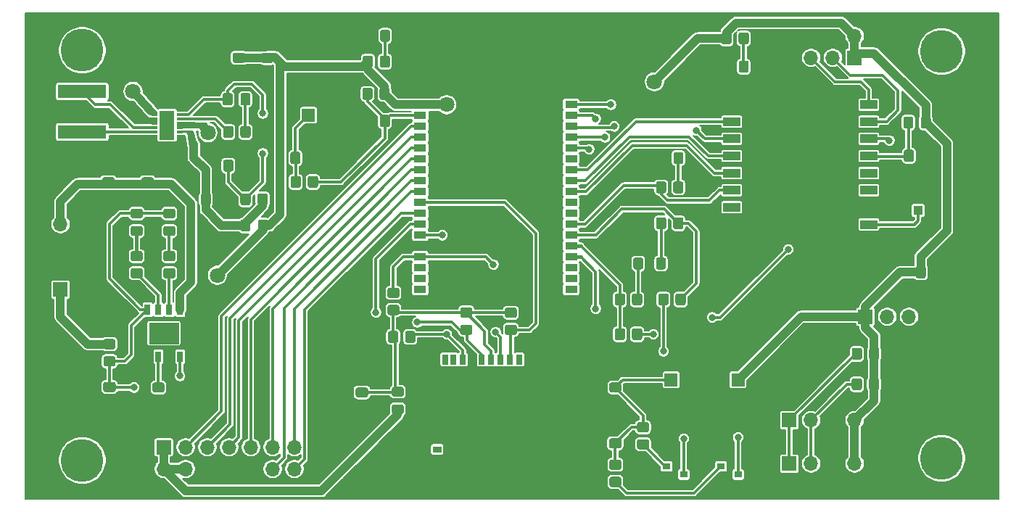
<source format=gbr>
%TF.GenerationSoftware,KiCad,Pcbnew,(5.1.9)-1*%
%TF.CreationDate,2021-07-21T07:35:28-05:00*%
%TF.ProjectId,SE_placa,53455f70-6c61-4636-912e-6b696361645f,A*%
%TF.SameCoordinates,Original*%
%TF.FileFunction,Copper,L1,Top*%
%TF.FilePolarity,Positive*%
%FSLAX46Y46*%
G04 Gerber Fmt 4.6, Leading zero omitted, Abs format (unit mm)*
G04 Created by KiCad (PCBNEW (5.1.9)-1) date 2021-07-21 07:35:28*
%MOMM*%
%LPD*%
G01*
G04 APERTURE LIST*
%TA.AperFunction,EtchedComponent*%
%ADD10C,0.010000*%
%TD*%
%TA.AperFunction,ComponentPad*%
%ADD11O,1.700000X1.700000*%
%TD*%
%TA.AperFunction,ComponentPad*%
%ADD12R,1.700000X1.700000*%
%TD*%
%TA.AperFunction,SMDPad,CuDef*%
%ADD13R,2.000000X1.000000*%
%TD*%
%TA.AperFunction,SMDPad,CuDef*%
%ADD14R,4.000000X4.000000*%
%TD*%
%TA.AperFunction,SMDPad,CuDef*%
%ADD15R,1.450000X0.930000*%
%TD*%
%TA.AperFunction,SMDPad,CuDef*%
%ADD16R,1.300000X1.900000*%
%TD*%
%TA.AperFunction,SMDPad,CuDef*%
%ADD17R,1.000000X2.800000*%
%TD*%
%TA.AperFunction,SMDPad,CuDef*%
%ADD18R,1.000000X0.800000*%
%TD*%
%TA.AperFunction,SMDPad,CuDef*%
%ADD19R,1.000000X1.200000*%
%TD*%
%TA.AperFunction,SMDPad,CuDef*%
%ADD20R,0.700000X1.200000*%
%TD*%
%TA.AperFunction,SMDPad,CuDef*%
%ADD21R,1.500000X1.500000*%
%TD*%
%TA.AperFunction,SMDPad,CuDef*%
%ADD22R,1.050000X1.100000*%
%TD*%
%TA.AperFunction,SMDPad,CuDef*%
%ADD23R,1.100000X2.250000*%
%TD*%
%TA.AperFunction,SMDPad,CuDef*%
%ADD24R,0.900000X0.800000*%
%TD*%
%TA.AperFunction,SMDPad,CuDef*%
%ADD25R,0.700000X1.300000*%
%TD*%
%TA.AperFunction,SMDPad,CuDef*%
%ADD26R,5.700000X1.600000*%
%TD*%
%TA.AperFunction,ComponentPad*%
%ADD27C,5.000000*%
%TD*%
%TA.AperFunction,SMDPad,CuDef*%
%ADD28R,0.800000X0.300000*%
%TD*%
%TA.AperFunction,SMDPad,CuDef*%
%ADD29R,1.800000X3.400000*%
%TD*%
%TA.AperFunction,ViaPad*%
%ADD30C,0.800000*%
%TD*%
%TA.AperFunction,ViaPad*%
%ADD31C,1.800000*%
%TD*%
%TA.AperFunction,Conductor*%
%ADD32C,0.200000*%
%TD*%
%TA.AperFunction,Conductor*%
%ADD33C,0.300000*%
%TD*%
%TA.AperFunction,Conductor*%
%ADD34C,0.250000*%
%TD*%
%TA.AperFunction,Conductor*%
%ADD35C,0.400000*%
%TD*%
%TA.AperFunction,Conductor*%
%ADD36C,1.000000*%
%TD*%
%TA.AperFunction,Conductor*%
%ADD37C,0.100000*%
%TD*%
G04 APERTURE END LIST*
D10*
%TO.C,IC1*%
G36*
X123395000Y-57715260D02*
G01*
X123395000Y-55315000D01*
X126795370Y-55315000D01*
X126795370Y-57715260D01*
X123395000Y-57715260D01*
G37*
X123395000Y-57715260D02*
X123395000Y-55315000D01*
X126795370Y-55315000D01*
X126795370Y-57715260D01*
X123395000Y-57715260D01*
%TD*%
D11*
%TO.P,J3,14*%
%TO.N,/IO12*%
X140335000Y-72390000D03*
%TO.P,J3,13*%
%TO.N,/IO25*%
X140335000Y-69850000D03*
%TO.P,J3,12*%
%TO.N,/IO33*%
X137795000Y-72390000D03*
%TO.P,J3,11*%
%TO.N,/IO32*%
X137795000Y-69850000D03*
%TO.P,J3,10*%
%TO.N,GND*%
X135255000Y-72390000D03*
%TO.P,J3,9*%
%TO.N,/I35*%
X135255000Y-69850000D03*
%TO.P,J3,8*%
%TO.N,GND*%
X132715000Y-72390000D03*
%TO.P,J3,7*%
%TO.N,/I34*%
X132715000Y-69850000D03*
%TO.P,J3,6*%
%TO.N,GND*%
X130175000Y-72390000D03*
%TO.P,J3,5*%
%TO.N,/I39*%
X130175000Y-69850000D03*
%TO.P,J3,4*%
%TO.N,+3V3*%
X127635000Y-72390000D03*
%TO.P,J3,3*%
%TO.N,/I36*%
X127635000Y-69850000D03*
%TO.P,J3,2*%
%TO.N,+3V3*%
X125095000Y-72390000D03*
D12*
%TO.P,J3,1*%
X125095000Y-69850000D03*
%TD*%
D13*
%TO.P,U2,16*%
%TO.N,/L-DIO2*%
X207390000Y-29830000D03*
%TO.P,U2,15*%
%TO.N,/L-DIO1*%
X207390000Y-31830000D03*
%TO.P,U2,14*%
%TO.N,Net-(U1-Pad23)*%
X207390000Y-33830000D03*
%TO.P,U2,13*%
%TO.N,Net-(C7-Pad1)*%
X207390000Y-35830000D03*
%TO.P,U2,12*%
%TO.N,Net-(U2-Pad12)*%
X207390000Y-37830000D03*
%TO.P,U2,11*%
%TO.N,Net-(U2-Pad11)*%
X207390000Y-39830000D03*
%TO.P,U2,10*%
%TO.N,GND*%
X207390000Y-41830000D03*
%TO.P,U2,9*%
%TO.N,Net-(J7-Pad3)*%
X207390000Y-43830000D03*
%TO.P,U2,8*%
%TO.N,GND*%
X191390000Y-43830000D03*
%TO.P,U2,7*%
%TO.N,Net-(U2-Pad7)*%
X191390000Y-41830000D03*
%TO.P,U2,6*%
%TO.N,/SPI1-RST*%
X191390000Y-39830000D03*
%TO.P,U2,5*%
%TO.N,Net-(U1-Pad29)*%
X191390000Y-37830000D03*
%TO.P,U2,4*%
%TO.N,/SPI1-SCK*%
X191390000Y-35830000D03*
%TO.P,U2,3*%
%TO.N,Net-(U1-Pad37)*%
X191390000Y-33830000D03*
%TO.P,U2,2*%
%TO.N,Net-(U1-Pad31)*%
X191390000Y-31830000D03*
%TO.P,U2,1*%
%TO.N,GND*%
X191390000Y-29830000D03*
%TD*%
%TO.P,R10,2*%
%TO.N,Net-(Q1-Pad3)*%
%TA.AperFunction,SMDPad,CuDef*%
G36*
G01*
X184020000Y-52127999D02*
X184020000Y-53028001D01*
G75*
G02*
X183770001Y-53278000I-249999J0D01*
G01*
X183069999Y-53278000D01*
G75*
G02*
X182820000Y-53028001I0J249999D01*
G01*
X182820000Y-52127999D01*
G75*
G02*
X183069999Y-51878000I249999J0D01*
G01*
X183770001Y-51878000D01*
G75*
G02*
X184020000Y-52127999I0J-249999D01*
G01*
G37*
%TD.AperFunction*%
%TO.P,R10,1*%
%TO.N,/IO0*%
%TA.AperFunction,SMDPad,CuDef*%
G36*
G01*
X186020000Y-52127999D02*
X186020000Y-53028001D01*
G75*
G02*
X185770001Y-53278000I-249999J0D01*
G01*
X185069999Y-53278000D01*
G75*
G02*
X184820000Y-53028001I0J249999D01*
G01*
X184820000Y-52127999D01*
G75*
G02*
X185069999Y-51878000I249999J0D01*
G01*
X185770001Y-51878000D01*
G75*
G02*
X186020000Y-52127999I0J-249999D01*
G01*
G37*
%TD.AperFunction*%
%TD*%
D14*
%TO.P,U1,39*%
%TO.N,GND*%
X162450000Y-36360000D03*
D15*
%TO.P,U1,38*%
X172640000Y-28570000D03*
%TO.P,U1,37*%
%TO.N,Net-(U1-Pad37)*%
X172640000Y-29840000D03*
%TO.P,U1,36*%
%TO.N,/I2C-SCL*%
X172640000Y-31110000D03*
%TO.P,U1,35*%
%TO.N,/TXD0*%
X172640000Y-32380000D03*
%TO.P,U1,34*%
%TO.N,/RXD0*%
X172640000Y-33650000D03*
%TO.P,U1,33*%
%TO.N,/I2C-SDA*%
X172640000Y-34920000D03*
%TO.P,U1,32*%
%TO.N,Net-(U1-Pad32)*%
X172640000Y-36190000D03*
%TO.P,U1,31*%
%TO.N,Net-(U1-Pad31)*%
X172640000Y-37460000D03*
%TO.P,U1,30*%
%TO.N,/SPI1-SCK*%
X172640000Y-38730000D03*
%TO.P,U1,29*%
%TO.N,Net-(U1-Pad29)*%
X172640000Y-40000000D03*
%TO.P,U1,28*%
%TO.N,Net-(U1-Pad28)*%
X172640000Y-41270000D03*
%TO.P,U1,27*%
%TO.N,Net-(U1-Pad27)*%
X172640000Y-42540000D03*
%TO.P,U1,26*%
%TO.N,/SPI1-RST*%
X172640000Y-43810000D03*
%TO.P,U1,25*%
%TO.N,/IO0*%
X172640000Y-45080000D03*
%TO.P,U1,24*%
%TO.N,/IO2*%
X172640000Y-46350000D03*
%TO.P,U1,23*%
%TO.N,Net-(U1-Pad23)*%
X172640000Y-47620000D03*
%TO.P,U1,22*%
%TO.N,Net-(U1-Pad22)*%
X172640000Y-48890000D03*
%TO.P,U1,21*%
%TO.N,Net-(U1-Pad21)*%
X172640000Y-50160000D03*
%TO.P,U1,20*%
%TO.N,Net-(U1-Pad20)*%
X172640000Y-51430000D03*
%TO.P,U1,19*%
%TO.N,Net-(U1-Pad19)*%
X155020000Y-51430000D03*
%TO.P,U1,18*%
%TO.N,Net-(U1-Pad18)*%
X155020000Y-50160000D03*
%TO.P,U1,17*%
%TO.N,Net-(U1-Pad17)*%
X155020000Y-48890000D03*
%TO.P,U1,16*%
%TO.N,/SPI2-MOSI*%
X155020000Y-47620000D03*
%TO.P,U1,15*%
%TO.N,GND*%
X155020000Y-46350000D03*
%TO.P,U1,14*%
%TO.N,/SPI2-MISO*%
X155020000Y-45080000D03*
%TO.P,U1,13*%
%TO.N,/SPI2-SCK*%
X155020000Y-43810000D03*
%TO.P,U1,12*%
%TO.N,/IO12*%
X155020000Y-42540000D03*
%TO.P,U1,11*%
%TO.N,/SPI2-SS*%
X155020000Y-41270000D03*
%TO.P,U1,10*%
%TO.N,/IO25*%
X155020000Y-40000000D03*
%TO.P,U1,9*%
%TO.N,/IO33*%
X155020000Y-38730000D03*
%TO.P,U1,8*%
%TO.N,/IO32*%
X155020000Y-37460000D03*
%TO.P,U1,7*%
%TO.N,/I35*%
X155020000Y-36190000D03*
%TO.P,U1,6*%
%TO.N,/I34*%
X155020000Y-34920000D03*
%TO.P,U1,5*%
%TO.N,/I39*%
X155020000Y-33650000D03*
%TO.P,U1,4*%
%TO.N,/I36*%
X155020000Y-32380000D03*
%TO.P,U1,3*%
%TO.N,/ESP-EN*%
X155020000Y-31110000D03*
%TO.P,U1,2*%
%TO.N,+3V3*%
X155020000Y-29840000D03*
%TO.P,U1,1*%
%TO.N,GND*%
X155020000Y-28570000D03*
%TD*%
D16*
%TO.P,J2,11*%
%TO.N,GND*%
X170505000Y-74685000D03*
D17*
X157005000Y-74235000D03*
D18*
%TO.P,J2,10*%
%TO.N,Net-(J2-Pad10)*%
X157005000Y-70085000D03*
D19*
%TO.P,J2,11*%
%TO.N,GND*%
X157005000Y-63885000D03*
X168155000Y-59585000D03*
D20*
%TO.P,J2,7*%
%TO.N,/SPI2-MISO*%
X160005000Y-59585000D03*
%TO.P,J2,6*%
%TO.N,GND*%
X161105000Y-59585000D03*
%TO.P,J2,5*%
%TO.N,/SPI2-SCK*%
X162205000Y-59585000D03*
%TO.P,J2,4*%
%TO.N,Net-(C1-Pad1)*%
X163305000Y-59585000D03*
%TO.P,J2,3*%
%TO.N,/SPI2-MOSI*%
X164405000Y-59585000D03*
%TO.P,J2,2*%
%TO.N,/SPI2-SS*%
X165505000Y-59585000D03*
%TO.P,J2,1*%
%TO.N,Net-(J2-Pad1)*%
X166605000Y-59585000D03*
%TO.P,J2,8*%
%TO.N,Net-(J2-Pad8)*%
X158905000Y-59585000D03*
%TO.P,J2,9*%
%TO.N,Net-(J2-Pad9)*%
X157955000Y-59585000D03*
%TD*%
%TO.P,R11,2*%
%TO.N,+3V3*%
%TA.AperFunction,SMDPad,CuDef*%
G36*
G01*
X150260000Y-29025001D02*
X150260000Y-28124999D01*
G75*
G02*
X150509999Y-27875000I249999J0D01*
G01*
X151210001Y-27875000D01*
G75*
G02*
X151460000Y-28124999I0J-249999D01*
G01*
X151460000Y-29025001D01*
G75*
G02*
X151210001Y-29275000I-249999J0D01*
G01*
X150509999Y-29275000D01*
G75*
G02*
X150260000Y-29025001I0J249999D01*
G01*
G37*
%TD.AperFunction*%
%TO.P,R11,1*%
%TO.N,/ESP-EN*%
%TA.AperFunction,SMDPad,CuDef*%
G36*
G01*
X148260000Y-29025001D02*
X148260000Y-28124999D01*
G75*
G02*
X148509999Y-27875000I249999J0D01*
G01*
X149210001Y-27875000D01*
G75*
G02*
X149460000Y-28124999I0J-249999D01*
G01*
X149460000Y-29025001D01*
G75*
G02*
X149210001Y-29275000I-249999J0D01*
G01*
X148509999Y-29275000D01*
G75*
G02*
X148260000Y-29025001I0J249999D01*
G01*
G37*
%TD.AperFunction*%
%TD*%
%TO.P,R18,2*%
%TO.N,+3V3*%
%TA.AperFunction,SMDPad,CuDef*%
G36*
G01*
X191386000Y-21647999D02*
X191386000Y-22548001D01*
G75*
G02*
X191136001Y-22798000I-249999J0D01*
G01*
X190435999Y-22798000D01*
G75*
G02*
X190186000Y-22548001I0J249999D01*
G01*
X190186000Y-21647999D01*
G75*
G02*
X190435999Y-21398000I249999J0D01*
G01*
X191136001Y-21398000D01*
G75*
G02*
X191386000Y-21647999I0J-249999D01*
G01*
G37*
%TD.AperFunction*%
%TO.P,R18,1*%
%TO.N,Net-(D5-Pad2)*%
%TA.AperFunction,SMDPad,CuDef*%
G36*
G01*
X193386000Y-21647999D02*
X193386000Y-22548001D01*
G75*
G02*
X193136001Y-22798000I-249999J0D01*
G01*
X192435999Y-22798000D01*
G75*
G02*
X192186000Y-22548001I0J249999D01*
G01*
X192186000Y-21647999D01*
G75*
G02*
X192435999Y-21398000I249999J0D01*
G01*
X193136001Y-21398000D01*
G75*
G02*
X193386000Y-21647999I0J-249999D01*
G01*
G37*
%TD.AperFunction*%
%TD*%
D21*
%TO.P,SW2,1*%
%TO.N,GND*%
X141986000Y-23278000D03*
%TO.P,SW2,2*%
%TO.N,Net-(C4-Pad1)*%
X141986000Y-31078000D03*
%TD*%
D22*
%TO.P,J7,3*%
%TO.N,Net-(J7-Pad3)*%
X213155000Y-42190000D03*
D23*
%TO.P,J7,2*%
%TO.N,GND*%
X214630000Y-40640000D03*
%TO.P,J7,1*%
X211680000Y-40640000D03*
%TD*%
D11*
%TO.P,J6,6*%
%TO.N,GND*%
X200660000Y-21844000D03*
%TO.P,J6,5*%
%TO.N,/L-DIO2*%
X200660000Y-24384000D03*
%TO.P,J6,4*%
%TO.N,GND*%
X203200000Y-21844000D03*
%TO.P,J6,3*%
%TO.N,/L-DIO1*%
X203200000Y-24384000D03*
%TO.P,J6,2*%
%TO.N,+3V3*%
X205740000Y-21844000D03*
D12*
%TO.P,J6,1*%
X205740000Y-24384000D03*
%TD*%
%TO.P,C7,2*%
%TO.N,GND*%
%TA.AperFunction,SMDPad,CuDef*%
G36*
G01*
X213556000Y-36289000D02*
X213556000Y-35339000D01*
G75*
G02*
X213806000Y-35089000I250000J0D01*
G01*
X214481000Y-35089000D01*
G75*
G02*
X214731000Y-35339000I0J-250000D01*
G01*
X214731000Y-36289000D01*
G75*
G02*
X214481000Y-36539000I-250000J0D01*
G01*
X213806000Y-36539000D01*
G75*
G02*
X213556000Y-36289000I0J250000D01*
G01*
G37*
%TD.AperFunction*%
%TO.P,C7,1*%
%TO.N,Net-(C7-Pad1)*%
%TA.AperFunction,SMDPad,CuDef*%
G36*
G01*
X211481000Y-36289000D02*
X211481000Y-35339000D01*
G75*
G02*
X211731000Y-35089000I250000J0D01*
G01*
X212406000Y-35089000D01*
G75*
G02*
X212656000Y-35339000I0J-250000D01*
G01*
X212656000Y-36289000D01*
G75*
G02*
X212406000Y-36539000I-250000J0D01*
G01*
X211731000Y-36539000D01*
G75*
G02*
X211481000Y-36289000I0J250000D01*
G01*
G37*
%TD.AperFunction*%
%TD*%
%TO.P,R19,1*%
%TO.N,+5V*%
%TA.AperFunction,SMDPad,CuDef*%
G36*
G01*
X118294999Y-57201000D02*
X119195001Y-57201000D01*
G75*
G02*
X119445000Y-57450999I0J-249999D01*
G01*
X119445000Y-58151001D01*
G75*
G02*
X119195001Y-58401000I-249999J0D01*
G01*
X118294999Y-58401000D01*
G75*
G02*
X118045000Y-58151001I0J249999D01*
G01*
X118045000Y-57450999D01*
G75*
G02*
X118294999Y-57201000I249999J0D01*
G01*
G37*
%TD.AperFunction*%
%TO.P,R19,2*%
%TO.N,Net-(C9-Pad1)*%
%TA.AperFunction,SMDPad,CuDef*%
G36*
G01*
X118294999Y-59201000D02*
X119195001Y-59201000D01*
G75*
G02*
X119445000Y-59450999I0J-249999D01*
G01*
X119445000Y-60151001D01*
G75*
G02*
X119195001Y-60401000I-249999J0D01*
G01*
X118294999Y-60401000D01*
G75*
G02*
X118045000Y-60151001I0J249999D01*
G01*
X118045000Y-59450999D01*
G75*
G02*
X118294999Y-59201000I249999J0D01*
G01*
G37*
%TD.AperFunction*%
%TD*%
%TO.P,C10,1*%
%TO.N,/cargador_regulador/BAT+*%
%TA.AperFunction,SMDPad,CuDef*%
G36*
G01*
X119093000Y-39471000D02*
X118143000Y-39471000D01*
G75*
G02*
X117893000Y-39221000I0J250000D01*
G01*
X117893000Y-38546000D01*
G75*
G02*
X118143000Y-38296000I250000J0D01*
G01*
X119093000Y-38296000D01*
G75*
G02*
X119343000Y-38546000I0J-250000D01*
G01*
X119343000Y-39221000D01*
G75*
G02*
X119093000Y-39471000I-250000J0D01*
G01*
G37*
%TD.AperFunction*%
%TO.P,C10,2*%
%TO.N,GND*%
%TA.AperFunction,SMDPad,CuDef*%
G36*
G01*
X119093000Y-37396000D02*
X118143000Y-37396000D01*
G75*
G02*
X117893000Y-37146000I0J250000D01*
G01*
X117893000Y-36471000D01*
G75*
G02*
X118143000Y-36221000I250000J0D01*
G01*
X119093000Y-36221000D01*
G75*
G02*
X119343000Y-36471000I0J-250000D01*
G01*
X119343000Y-37146000D01*
G75*
G02*
X119093000Y-37396000I-250000J0D01*
G01*
G37*
%TD.AperFunction*%
%TD*%
%TO.P,R8,2*%
%TO.N,Net-(C4-Pad1)*%
%TA.AperFunction,SMDPad,CuDef*%
G36*
G01*
X141094000Y-38411999D02*
X141094000Y-39312001D01*
G75*
G02*
X140844001Y-39562000I-249999J0D01*
G01*
X140143999Y-39562000D01*
G75*
G02*
X139894000Y-39312001I0J249999D01*
G01*
X139894000Y-38411999D01*
G75*
G02*
X140143999Y-38162000I249999J0D01*
G01*
X140844001Y-38162000D01*
G75*
G02*
X141094000Y-38411999I0J-249999D01*
G01*
G37*
%TD.AperFunction*%
%TO.P,R8,1*%
%TO.N,/ESP-EN*%
%TA.AperFunction,SMDPad,CuDef*%
G36*
G01*
X143094000Y-38411999D02*
X143094000Y-39312001D01*
G75*
G02*
X142844001Y-39562000I-249999J0D01*
G01*
X142143999Y-39562000D01*
G75*
G02*
X141894000Y-39312001I0J249999D01*
G01*
X141894000Y-38411999D01*
G75*
G02*
X142143999Y-38162000I249999J0D01*
G01*
X142844001Y-38162000D01*
G75*
G02*
X143094000Y-38411999I0J-249999D01*
G01*
G37*
%TD.AperFunction*%
%TD*%
%TO.P,R16,2*%
%TO.N,/IO2*%
%TA.AperFunction,SMDPad,CuDef*%
G36*
G01*
X178940000Y-52127999D02*
X178940000Y-53028001D01*
G75*
G02*
X178690001Y-53278000I-249999J0D01*
G01*
X177989999Y-53278000D01*
G75*
G02*
X177740000Y-53028001I0J249999D01*
G01*
X177740000Y-52127999D01*
G75*
G02*
X177989999Y-51878000I249999J0D01*
G01*
X178690001Y-51878000D01*
G75*
G02*
X178940000Y-52127999I0J-249999D01*
G01*
G37*
%TD.AperFunction*%
%TO.P,R16,1*%
%TO.N,Net-(D4-Pad2)*%
%TA.AperFunction,SMDPad,CuDef*%
G36*
G01*
X180940000Y-52127999D02*
X180940000Y-53028001D01*
G75*
G02*
X180690001Y-53278000I-249999J0D01*
G01*
X179989999Y-53278000D01*
G75*
G02*
X179740000Y-53028001I0J249999D01*
G01*
X179740000Y-52127999D01*
G75*
G02*
X179989999Y-51878000I249999J0D01*
G01*
X180690001Y-51878000D01*
G75*
G02*
X180940000Y-52127999I0J-249999D01*
G01*
G37*
%TD.AperFunction*%
%TD*%
%TO.P,R17,2*%
%TO.N,/IO0*%
%TA.AperFunction,SMDPad,CuDef*%
G36*
G01*
X184550000Y-44138001D02*
X184550000Y-43237999D01*
G75*
G02*
X184799999Y-42988000I249999J0D01*
G01*
X185500001Y-42988000D01*
G75*
G02*
X185750000Y-43237999I0J-249999D01*
G01*
X185750000Y-44138001D01*
G75*
G02*
X185500001Y-44388000I-249999J0D01*
G01*
X184799999Y-44388000D01*
G75*
G02*
X184550000Y-44138001I0J249999D01*
G01*
G37*
%TD.AperFunction*%
%TO.P,R17,1*%
%TO.N,Net-(D3-Pad2)*%
%TA.AperFunction,SMDPad,CuDef*%
G36*
G01*
X182550000Y-44138001D02*
X182550000Y-43237999D01*
G75*
G02*
X182799999Y-42988000I249999J0D01*
G01*
X183500001Y-42988000D01*
G75*
G02*
X183750000Y-43237999I0J-249999D01*
G01*
X183750000Y-44138001D01*
G75*
G02*
X183500001Y-44388000I-249999J0D01*
G01*
X182799999Y-44388000D01*
G75*
G02*
X182550000Y-44138001I0J249999D01*
G01*
G37*
%TD.AperFunction*%
%TD*%
%TO.P,R14,2*%
%TO.N,/SPI1-RST*%
%TA.AperFunction,SMDPad,CuDef*%
G36*
G01*
X183750000Y-39046999D02*
X183750000Y-39947001D01*
G75*
G02*
X183500001Y-40197000I-249999J0D01*
G01*
X182799999Y-40197000D01*
G75*
G02*
X182550000Y-39947001I0J249999D01*
G01*
X182550000Y-39046999D01*
G75*
G02*
X182799999Y-38797000I249999J0D01*
G01*
X183500001Y-38797000D01*
G75*
G02*
X183750000Y-39046999I0J-249999D01*
G01*
G37*
%TD.AperFunction*%
%TO.P,R14,1*%
%TO.N,Net-(D1-Pad2)*%
%TA.AperFunction,SMDPad,CuDef*%
G36*
G01*
X185750000Y-39046999D02*
X185750000Y-39947001D01*
G75*
G02*
X185500001Y-40197000I-249999J0D01*
G01*
X184799999Y-40197000D01*
G75*
G02*
X184550000Y-39947001I0J249999D01*
G01*
X184550000Y-39046999D01*
G75*
G02*
X184799999Y-38797000I249999J0D01*
G01*
X185500001Y-38797000D01*
G75*
G02*
X185750000Y-39046999I0J-249999D01*
G01*
G37*
%TD.AperFunction*%
%TD*%
%TO.P,R15,2*%
%TO.N,+3V3*%
%TA.AperFunction,SMDPad,CuDef*%
G36*
G01*
X149507500Y-24378499D02*
X149507500Y-25278501D01*
G75*
G02*
X149257501Y-25528500I-249999J0D01*
G01*
X148557499Y-25528500D01*
G75*
G02*
X148307500Y-25278501I0J249999D01*
G01*
X148307500Y-24378499D01*
G75*
G02*
X148557499Y-24128500I249999J0D01*
G01*
X149257501Y-24128500D01*
G75*
G02*
X149507500Y-24378499I0J-249999D01*
G01*
G37*
%TD.AperFunction*%
%TO.P,R15,1*%
%TO.N,Net-(D2-Pad2)*%
%TA.AperFunction,SMDPad,CuDef*%
G36*
G01*
X151507500Y-24378499D02*
X151507500Y-25278501D01*
G75*
G02*
X151257501Y-25528500I-249999J0D01*
G01*
X150557499Y-25528500D01*
G75*
G02*
X150307500Y-25278501I0J249999D01*
G01*
X150307500Y-24378499D01*
G75*
G02*
X150557499Y-24128500I249999J0D01*
G01*
X151257501Y-24128500D01*
G75*
G02*
X151507500Y-24378499I0J-249999D01*
G01*
G37*
%TD.AperFunction*%
%TD*%
%TO.P,R9,2*%
%TO.N,Net-(Q2-Pad3)*%
%TA.AperFunction,SMDPad,CuDef*%
G36*
G01*
X179740000Y-57092001D02*
X179740000Y-56191999D01*
G75*
G02*
X179989999Y-55942000I249999J0D01*
G01*
X180690001Y-55942000D01*
G75*
G02*
X180940000Y-56191999I0J-249999D01*
G01*
X180940000Y-57092001D01*
G75*
G02*
X180690001Y-57342000I-249999J0D01*
G01*
X179989999Y-57342000D01*
G75*
G02*
X179740000Y-57092001I0J249999D01*
G01*
G37*
%TD.AperFunction*%
%TO.P,R9,1*%
%TO.N,/IO2*%
%TA.AperFunction,SMDPad,CuDef*%
G36*
G01*
X177740000Y-57092001D02*
X177740000Y-56191999D01*
G75*
G02*
X177989999Y-55942000I249999J0D01*
G01*
X178690001Y-55942000D01*
G75*
G02*
X178940000Y-56191999I0J-249999D01*
G01*
X178940000Y-57092001D01*
G75*
G02*
X178690001Y-57342000I-249999J0D01*
G01*
X177989999Y-57342000D01*
G75*
G02*
X177740000Y-57092001I0J249999D01*
G01*
G37*
%TD.AperFunction*%
%TD*%
%TO.P,R7,2*%
%TO.N,/SPI2-SS*%
%TA.AperFunction,SMDPad,CuDef*%
G36*
G01*
X165157999Y-55534000D02*
X166058001Y-55534000D01*
G75*
G02*
X166308000Y-55783999I0J-249999D01*
G01*
X166308000Y-56484001D01*
G75*
G02*
X166058001Y-56734000I-249999J0D01*
G01*
X165157999Y-56734000D01*
G75*
G02*
X164908000Y-56484001I0J249999D01*
G01*
X164908000Y-55783999D01*
G75*
G02*
X165157999Y-55534000I249999J0D01*
G01*
G37*
%TD.AperFunction*%
%TO.P,R7,1*%
%TO.N,Net-(C1-Pad1)*%
%TA.AperFunction,SMDPad,CuDef*%
G36*
G01*
X165157999Y-53534000D02*
X166058001Y-53534000D01*
G75*
G02*
X166308000Y-53783999I0J-249999D01*
G01*
X166308000Y-54484001D01*
G75*
G02*
X166058001Y-54734000I-249999J0D01*
G01*
X165157999Y-54734000D01*
G75*
G02*
X164908000Y-54484001I0J249999D01*
G01*
X164908000Y-53783999D01*
G75*
G02*
X165157999Y-53534000I249999J0D01*
G01*
G37*
%TD.AperFunction*%
%TD*%
%TO.P,R6,2*%
%TO.N,Net-(C5-Pad1)*%
%TA.AperFunction,SMDPad,CuDef*%
G36*
G01*
X178250001Y-72482000D02*
X177349999Y-72482000D01*
G75*
G02*
X177100000Y-72232001I0J249999D01*
G01*
X177100000Y-71531999D01*
G75*
G02*
X177349999Y-71282000I249999J0D01*
G01*
X178250001Y-71282000D01*
G75*
G02*
X178500000Y-71531999I0J-249999D01*
G01*
X178500000Y-72232001D01*
G75*
G02*
X178250001Y-72482000I-249999J0D01*
G01*
G37*
%TD.AperFunction*%
%TO.P,R6,1*%
%TO.N,Net-(Q2-Pad1)*%
%TA.AperFunction,SMDPad,CuDef*%
G36*
G01*
X178250001Y-74482000D02*
X177349999Y-74482000D01*
G75*
G02*
X177100000Y-74232001I0J249999D01*
G01*
X177100000Y-73531999D01*
G75*
G02*
X177349999Y-73282000I249999J0D01*
G01*
X178250001Y-73282000D01*
G75*
G02*
X178500000Y-73531999I0J-249999D01*
G01*
X178500000Y-74232001D01*
G75*
G02*
X178250001Y-74482000I-249999J0D01*
G01*
G37*
%TD.AperFunction*%
%TD*%
%TO.P,R5,2*%
%TO.N,Net-(C5-Pad1)*%
%TA.AperFunction,SMDPad,CuDef*%
G36*
G01*
X181488501Y-68100500D02*
X180588499Y-68100500D01*
G75*
G02*
X180338500Y-67850501I0J249999D01*
G01*
X180338500Y-67150499D01*
G75*
G02*
X180588499Y-66900500I249999J0D01*
G01*
X181488501Y-66900500D01*
G75*
G02*
X181738500Y-67150499I0J-249999D01*
G01*
X181738500Y-67850501D01*
G75*
G02*
X181488501Y-68100500I-249999J0D01*
G01*
G37*
%TD.AperFunction*%
%TO.P,R5,1*%
%TO.N,Net-(Q1-Pad1)*%
%TA.AperFunction,SMDPad,CuDef*%
G36*
G01*
X181488501Y-70100500D02*
X180588499Y-70100500D01*
G75*
G02*
X180338500Y-69850501I0J249999D01*
G01*
X180338500Y-69150499D01*
G75*
G02*
X180588499Y-68900500I249999J0D01*
G01*
X181488501Y-68900500D01*
G75*
G02*
X181738500Y-69150499I0J-249999D01*
G01*
X181738500Y-69850501D01*
G75*
G02*
X181488501Y-70100500I-249999J0D01*
G01*
G37*
%TD.AperFunction*%
%TD*%
%TO.P,R4,2*%
%TO.N,/SPI2-MOSI*%
%TA.AperFunction,SMDPad,CuDef*%
G36*
G01*
X152342001Y-52416000D02*
X151441999Y-52416000D01*
G75*
G02*
X151192000Y-52166001I0J249999D01*
G01*
X151192000Y-51465999D01*
G75*
G02*
X151441999Y-51216000I249999J0D01*
G01*
X152342001Y-51216000D01*
G75*
G02*
X152592000Y-51465999I0J-249999D01*
G01*
X152592000Y-52166001D01*
G75*
G02*
X152342001Y-52416000I-249999J0D01*
G01*
G37*
%TD.AperFunction*%
%TO.P,R4,1*%
%TO.N,Net-(C1-Pad1)*%
%TA.AperFunction,SMDPad,CuDef*%
G36*
G01*
X152342001Y-54416000D02*
X151441999Y-54416000D01*
G75*
G02*
X151192000Y-54166001I0J249999D01*
G01*
X151192000Y-53465999D01*
G75*
G02*
X151441999Y-53216000I249999J0D01*
G01*
X152342001Y-53216000D01*
G75*
G02*
X152592000Y-53465999I0J-249999D01*
G01*
X152592000Y-54166001D01*
G75*
G02*
X152342001Y-54416000I-249999J0D01*
G01*
G37*
%TD.AperFunction*%
%TD*%
%TO.P,R3,2*%
%TO.N,/SPI2-SCK*%
%TA.AperFunction,SMDPad,CuDef*%
G36*
G01*
X159950999Y-55518000D02*
X160851001Y-55518000D01*
G75*
G02*
X161101000Y-55767999I0J-249999D01*
G01*
X161101000Y-56468001D01*
G75*
G02*
X160851001Y-56718000I-249999J0D01*
G01*
X159950999Y-56718000D01*
G75*
G02*
X159701000Y-56468001I0J249999D01*
G01*
X159701000Y-55767999D01*
G75*
G02*
X159950999Y-55518000I249999J0D01*
G01*
G37*
%TD.AperFunction*%
%TO.P,R3,1*%
%TO.N,Net-(C1-Pad1)*%
%TA.AperFunction,SMDPad,CuDef*%
G36*
G01*
X159950999Y-53518000D02*
X160851001Y-53518000D01*
G75*
G02*
X161101000Y-53767999I0J-249999D01*
G01*
X161101000Y-54468001D01*
G75*
G02*
X160851001Y-54718000I-249999J0D01*
G01*
X159950999Y-54718000D01*
G75*
G02*
X159701000Y-54468001I0J249999D01*
G01*
X159701000Y-53767999D01*
G75*
G02*
X159950999Y-53518000I249999J0D01*
G01*
G37*
%TD.AperFunction*%
%TD*%
%TO.P,R2,2*%
%TO.N,GND*%
%TA.AperFunction,SMDPad,CuDef*%
G36*
G01*
X177349999Y-64265000D02*
X178250001Y-64265000D01*
G75*
G02*
X178500000Y-64514999I0J-249999D01*
G01*
X178500000Y-65215001D01*
G75*
G02*
X178250001Y-65465000I-249999J0D01*
G01*
X177349999Y-65465000D01*
G75*
G02*
X177100000Y-65215001I0J249999D01*
G01*
X177100000Y-64514999D01*
G75*
G02*
X177349999Y-64265000I249999J0D01*
G01*
G37*
%TD.AperFunction*%
%TO.P,R2,1*%
%TO.N,Net-(C5-Pad1)*%
%TA.AperFunction,SMDPad,CuDef*%
G36*
G01*
X177349999Y-62265000D02*
X178250001Y-62265000D01*
G75*
G02*
X178500000Y-62514999I0J-249999D01*
G01*
X178500000Y-63215001D01*
G75*
G02*
X178250001Y-63465000I-249999J0D01*
G01*
X177349999Y-63465000D01*
G75*
G02*
X177100000Y-63215001I0J249999D01*
G01*
X177100000Y-62514999D01*
G75*
G02*
X177349999Y-62265000I249999J0D01*
G01*
G37*
%TD.AperFunction*%
%TD*%
%TO.P,R1,2*%
%TO.N,/SPI2-MISO*%
%TA.AperFunction,SMDPad,CuDef*%
G36*
G01*
X153260500Y-57409501D02*
X153260500Y-56509499D01*
G75*
G02*
X153510499Y-56259500I249999J0D01*
G01*
X154210501Y-56259500D01*
G75*
G02*
X154460500Y-56509499I0J-249999D01*
G01*
X154460500Y-57409501D01*
G75*
G02*
X154210501Y-57659500I-249999J0D01*
G01*
X153510499Y-57659500D01*
G75*
G02*
X153260500Y-57409501I0J249999D01*
G01*
G37*
%TD.AperFunction*%
%TO.P,R1,1*%
%TO.N,Net-(C1-Pad1)*%
%TA.AperFunction,SMDPad,CuDef*%
G36*
G01*
X151260500Y-57409501D02*
X151260500Y-56509499D01*
G75*
G02*
X151510499Y-56259500I249999J0D01*
G01*
X152210501Y-56259500D01*
G75*
G02*
X152460500Y-56509499I0J-249999D01*
G01*
X152460500Y-57409501D01*
G75*
G02*
X152210501Y-57659500I-249999J0D01*
G01*
X151510499Y-57659500D01*
G75*
G02*
X151260500Y-57409501I0J249999D01*
G01*
G37*
%TD.AperFunction*%
%TD*%
D24*
%TO.P,Q2,3*%
%TO.N,Net-(Q2-Pad3)*%
X192135000Y-73025000D03*
%TO.P,Q2,2*%
%TO.N,GND*%
X190135000Y-73975000D03*
%TO.P,Q2,1*%
%TO.N,Net-(Q2-Pad1)*%
X190135000Y-72075000D03*
%TD*%
%TO.P,Q1,3*%
%TO.N,Net-(Q1-Pad3)*%
X185785000Y-73025000D03*
%TO.P,Q1,2*%
%TO.N,GND*%
X183785000Y-73975000D03*
%TO.P,Q1,1*%
%TO.N,Net-(Q1-Pad1)*%
X183785000Y-72075000D03*
%TD*%
%TO.P,L3,2*%
%TO.N,Net-(C7-Pad1)*%
%TA.AperFunction,SMDPad,CuDef*%
G36*
G01*
X212583500Y-31490499D02*
X212583500Y-32390501D01*
G75*
G02*
X212333501Y-32640500I-249999J0D01*
G01*
X211683499Y-32640500D01*
G75*
G02*
X211433500Y-32390501I0J249999D01*
G01*
X211433500Y-31490499D01*
G75*
G02*
X211683499Y-31240500I249999J0D01*
G01*
X212333501Y-31240500D01*
G75*
G02*
X212583500Y-31490499I0J-249999D01*
G01*
G37*
%TD.AperFunction*%
%TO.P,L3,1*%
%TO.N,+3V3*%
%TA.AperFunction,SMDPad,CuDef*%
G36*
G01*
X214633500Y-31490499D02*
X214633500Y-32390501D01*
G75*
G02*
X214383501Y-32640500I-249999J0D01*
G01*
X213733499Y-32640500D01*
G75*
G02*
X213483500Y-32390501I0J249999D01*
G01*
X213483500Y-31490499D01*
G75*
G02*
X213733499Y-31240500I249999J0D01*
G01*
X214383501Y-31240500D01*
G75*
G02*
X214633500Y-31490499I0J-249999D01*
G01*
G37*
%TD.AperFunction*%
%TD*%
%TO.P,L2,2*%
%TO.N,+3V3*%
%TA.AperFunction,SMDPad,CuDef*%
G36*
G01*
X151949999Y-64830000D02*
X152850001Y-64830000D01*
G75*
G02*
X153100000Y-65079999I0J-249999D01*
G01*
X153100000Y-65730001D01*
G75*
G02*
X152850001Y-65980000I-249999J0D01*
G01*
X151949999Y-65980000D01*
G75*
G02*
X151700000Y-65730001I0J249999D01*
G01*
X151700000Y-65079999D01*
G75*
G02*
X151949999Y-64830000I249999J0D01*
G01*
G37*
%TD.AperFunction*%
%TO.P,L2,1*%
%TO.N,Net-(C1-Pad1)*%
%TA.AperFunction,SMDPad,CuDef*%
G36*
G01*
X151949999Y-62780000D02*
X152850001Y-62780000D01*
G75*
G02*
X153100000Y-63029999I0J-249999D01*
G01*
X153100000Y-63680001D01*
G75*
G02*
X152850001Y-63930000I-249999J0D01*
G01*
X151949999Y-63930000D01*
G75*
G02*
X151700000Y-63680001I0J249999D01*
G01*
X151700000Y-63029999D01*
G75*
G02*
X151949999Y-62780000I249999J0D01*
G01*
G37*
%TD.AperFunction*%
%TD*%
D11*
%TO.P,J4,4*%
%TO.N,+3V3*%
X205740000Y-66675000D03*
%TO.P,J4,3*%
%TO.N,GND*%
X203200000Y-66675000D03*
%TO.P,J4,2*%
%TO.N,/I2C-SCL*%
X200660000Y-66675000D03*
D12*
%TO.P,J4,1*%
%TO.N,/I2C-SDA*%
X198120000Y-66675000D03*
%TD*%
D11*
%TO.P,J8,4*%
%TO.N,GND*%
X214630000Y-54610000D03*
%TO.P,J8,3*%
%TO.N,/RXD0*%
X212090000Y-54610000D03*
%TO.P,J8,2*%
%TO.N,/TXD0*%
X209550000Y-54610000D03*
D12*
%TO.P,J8,1*%
%TO.N,+3V3*%
X207010000Y-54610000D03*
%TD*%
%TO.P,D5,2*%
%TO.N,Net-(D5-Pad2)*%
%TA.AperFunction,SMDPad,CuDef*%
G36*
G01*
X192220000Y-25850001D02*
X192220000Y-24949999D01*
G75*
G02*
X192469999Y-24700000I249999J0D01*
G01*
X193120001Y-24700000D01*
G75*
G02*
X193370000Y-24949999I0J-249999D01*
G01*
X193370000Y-25850001D01*
G75*
G02*
X193120001Y-26100000I-249999J0D01*
G01*
X192469999Y-26100000D01*
G75*
G02*
X192220000Y-25850001I0J249999D01*
G01*
G37*
%TD.AperFunction*%
%TO.P,D5,1*%
%TO.N,GND*%
%TA.AperFunction,SMDPad,CuDef*%
G36*
G01*
X190170000Y-25850001D02*
X190170000Y-24949999D01*
G75*
G02*
X190419999Y-24700000I249999J0D01*
G01*
X191070001Y-24700000D01*
G75*
G02*
X191320000Y-24949999I0J-249999D01*
G01*
X191320000Y-25850001D01*
G75*
G02*
X191070001Y-26100000I-249999J0D01*
G01*
X190419999Y-26100000D01*
G75*
G02*
X190170000Y-25850001I0J249999D01*
G01*
G37*
%TD.AperFunction*%
%TD*%
%TO.P,D4,2*%
%TO.N,Net-(D4-Pad2)*%
%TA.AperFunction,SMDPad,CuDef*%
G36*
G01*
X179901000Y-48837001D02*
X179901000Y-47936999D01*
G75*
G02*
X180150999Y-47687000I249999J0D01*
G01*
X180801001Y-47687000D01*
G75*
G02*
X181051000Y-47936999I0J-249999D01*
G01*
X181051000Y-48837001D01*
G75*
G02*
X180801001Y-49087000I-249999J0D01*
G01*
X180150999Y-49087000D01*
G75*
G02*
X179901000Y-48837001I0J249999D01*
G01*
G37*
%TD.AperFunction*%
%TO.P,D4,1*%
%TO.N,GND*%
%TA.AperFunction,SMDPad,CuDef*%
G36*
G01*
X177851000Y-48837001D02*
X177851000Y-47936999D01*
G75*
G02*
X178100999Y-47687000I249999J0D01*
G01*
X178751001Y-47687000D01*
G75*
G02*
X179001000Y-47936999I0J-249999D01*
G01*
X179001000Y-48837001D01*
G75*
G02*
X178751001Y-49087000I-249999J0D01*
G01*
X178100999Y-49087000D01*
G75*
G02*
X177851000Y-48837001I0J249999D01*
G01*
G37*
%TD.AperFunction*%
%TD*%
%TO.P,D3,2*%
%TO.N,Net-(D3-Pad2)*%
%TA.AperFunction,SMDPad,CuDef*%
G36*
G01*
X183700000Y-47936999D02*
X183700000Y-48837001D01*
G75*
G02*
X183450001Y-49087000I-249999J0D01*
G01*
X182799999Y-49087000D01*
G75*
G02*
X182550000Y-48837001I0J249999D01*
G01*
X182550000Y-47936999D01*
G75*
G02*
X182799999Y-47687000I249999J0D01*
G01*
X183450001Y-47687000D01*
G75*
G02*
X183700000Y-47936999I0J-249999D01*
G01*
G37*
%TD.AperFunction*%
%TO.P,D3,1*%
%TO.N,GND*%
%TA.AperFunction,SMDPad,CuDef*%
G36*
G01*
X185750000Y-47936999D02*
X185750000Y-48837001D01*
G75*
G02*
X185500001Y-49087000I-249999J0D01*
G01*
X184849999Y-49087000D01*
G75*
G02*
X184600000Y-48837001I0J249999D01*
G01*
X184600000Y-47936999D01*
G75*
G02*
X184849999Y-47687000I249999J0D01*
G01*
X185500001Y-47687000D01*
G75*
G02*
X185750000Y-47936999I0J-249999D01*
G01*
G37*
%TD.AperFunction*%
%TD*%
%TO.P,D1,2*%
%TO.N,Net-(D1-Pad2)*%
%TA.AperFunction,SMDPad,CuDef*%
G36*
G01*
X184591000Y-36518001D02*
X184591000Y-35617999D01*
G75*
G02*
X184840999Y-35368000I249999J0D01*
G01*
X185491001Y-35368000D01*
G75*
G02*
X185741000Y-35617999I0J-249999D01*
G01*
X185741000Y-36518001D01*
G75*
G02*
X185491001Y-36768000I-249999J0D01*
G01*
X184840999Y-36768000D01*
G75*
G02*
X184591000Y-36518001I0J249999D01*
G01*
G37*
%TD.AperFunction*%
%TO.P,D1,1*%
%TO.N,GND*%
%TA.AperFunction,SMDPad,CuDef*%
G36*
G01*
X182541000Y-36518001D02*
X182541000Y-35617999D01*
G75*
G02*
X182790999Y-35368000I249999J0D01*
G01*
X183441001Y-35368000D01*
G75*
G02*
X183691000Y-35617999I0J-249999D01*
G01*
X183691000Y-36518001D01*
G75*
G02*
X183441001Y-36768000I-249999J0D01*
G01*
X182790999Y-36768000D01*
G75*
G02*
X182541000Y-36518001I0J249999D01*
G01*
G37*
%TD.AperFunction*%
%TD*%
%TO.P,D2,2*%
%TO.N,Net-(D2-Pad2)*%
%TA.AperFunction,SMDPad,CuDef*%
G36*
G01*
X150353000Y-22245001D02*
X150353000Y-21344999D01*
G75*
G02*
X150602999Y-21095000I249999J0D01*
G01*
X151253001Y-21095000D01*
G75*
G02*
X151503000Y-21344999I0J-249999D01*
G01*
X151503000Y-22245001D01*
G75*
G02*
X151253001Y-22495000I-249999J0D01*
G01*
X150602999Y-22495000D01*
G75*
G02*
X150353000Y-22245001I0J249999D01*
G01*
G37*
%TD.AperFunction*%
%TO.P,D2,1*%
%TO.N,GND*%
%TA.AperFunction,SMDPad,CuDef*%
G36*
G01*
X148303000Y-22245001D02*
X148303000Y-21344999D01*
G75*
G02*
X148552999Y-21095000I249999J0D01*
G01*
X149203001Y-21095000D01*
G75*
G02*
X149453000Y-21344999I0J-249999D01*
G01*
X149453000Y-22245001D01*
G75*
G02*
X149203001Y-22495000I-249999J0D01*
G01*
X148552999Y-22495000D01*
G75*
G02*
X148303000Y-22245001I0J249999D01*
G01*
G37*
%TD.AperFunction*%
%TD*%
%TO.P,C8,2*%
%TO.N,GND*%
%TA.AperFunction,SMDPad,CuDef*%
G36*
G01*
X214953000Y-49878000D02*
X214953000Y-48928000D01*
G75*
G02*
X215203000Y-48678000I250000J0D01*
G01*
X215878000Y-48678000D01*
G75*
G02*
X216128000Y-48928000I0J-250000D01*
G01*
X216128000Y-49878000D01*
G75*
G02*
X215878000Y-50128000I-250000J0D01*
G01*
X215203000Y-50128000D01*
G75*
G02*
X214953000Y-49878000I0J250000D01*
G01*
G37*
%TD.AperFunction*%
%TO.P,C8,1*%
%TO.N,+3V3*%
%TA.AperFunction,SMDPad,CuDef*%
G36*
G01*
X212878000Y-49878000D02*
X212878000Y-48928000D01*
G75*
G02*
X213128000Y-48678000I250000J0D01*
G01*
X213803000Y-48678000D01*
G75*
G02*
X214053000Y-48928000I0J-250000D01*
G01*
X214053000Y-49878000D01*
G75*
G02*
X213803000Y-50128000I-250000J0D01*
G01*
X213128000Y-50128000D01*
G75*
G02*
X212878000Y-49878000I0J250000D01*
G01*
G37*
%TD.AperFunction*%
%TD*%
%TO.P,C6,2*%
%TO.N,/ESP-EN*%
%TA.AperFunction,SMDPad,CuDef*%
G36*
G01*
X150310000Y-32225000D02*
X150310000Y-31275000D01*
G75*
G02*
X150560000Y-31025000I250000J0D01*
G01*
X151235000Y-31025000D01*
G75*
G02*
X151485000Y-31275000I0J-250000D01*
G01*
X151485000Y-32225000D01*
G75*
G02*
X151235000Y-32475000I-250000J0D01*
G01*
X150560000Y-32475000D01*
G75*
G02*
X150310000Y-32225000I0J250000D01*
G01*
G37*
%TD.AperFunction*%
%TO.P,C6,1*%
%TO.N,GND*%
%TA.AperFunction,SMDPad,CuDef*%
G36*
G01*
X148235000Y-32225000D02*
X148235000Y-31275000D01*
G75*
G02*
X148485000Y-31025000I250000J0D01*
G01*
X149160000Y-31025000D01*
G75*
G02*
X149410000Y-31275000I0J-250000D01*
G01*
X149410000Y-32225000D01*
G75*
G02*
X149160000Y-32475000I-250000J0D01*
G01*
X148485000Y-32475000D01*
G75*
G02*
X148235000Y-32225000I0J250000D01*
G01*
G37*
%TD.AperFunction*%
%TD*%
%TO.P,C4,2*%
%TO.N,GND*%
%TA.AperFunction,SMDPad,CuDef*%
G36*
G01*
X141928000Y-36543000D02*
X141928000Y-35593000D01*
G75*
G02*
X142178000Y-35343000I250000J0D01*
G01*
X142853000Y-35343000D01*
G75*
G02*
X143103000Y-35593000I0J-250000D01*
G01*
X143103000Y-36543000D01*
G75*
G02*
X142853000Y-36793000I-250000J0D01*
G01*
X142178000Y-36793000D01*
G75*
G02*
X141928000Y-36543000I0J250000D01*
G01*
G37*
%TD.AperFunction*%
%TO.P,C4,1*%
%TO.N,Net-(C4-Pad1)*%
%TA.AperFunction,SMDPad,CuDef*%
G36*
G01*
X139853000Y-36543000D02*
X139853000Y-35593000D01*
G75*
G02*
X140103000Y-35343000I250000J0D01*
G01*
X140778000Y-35343000D01*
G75*
G02*
X141028000Y-35593000I0J-250000D01*
G01*
X141028000Y-36543000D01*
G75*
G02*
X140778000Y-36793000I-250000J0D01*
G01*
X140103000Y-36793000D01*
G75*
G02*
X139853000Y-36543000I0J250000D01*
G01*
G37*
%TD.AperFunction*%
%TD*%
%TO.P,C5,2*%
%TO.N,GND*%
%TA.AperFunction,SMDPad,CuDef*%
G36*
G01*
X178275000Y-67897500D02*
X177325000Y-67897500D01*
G75*
G02*
X177075000Y-67647500I0J250000D01*
G01*
X177075000Y-66972500D01*
G75*
G02*
X177325000Y-66722500I250000J0D01*
G01*
X178275000Y-66722500D01*
G75*
G02*
X178525000Y-66972500I0J-250000D01*
G01*
X178525000Y-67647500D01*
G75*
G02*
X178275000Y-67897500I-250000J0D01*
G01*
G37*
%TD.AperFunction*%
%TO.P,C5,1*%
%TO.N,Net-(C5-Pad1)*%
%TA.AperFunction,SMDPad,CuDef*%
G36*
G01*
X178275000Y-69972500D02*
X177325000Y-69972500D01*
G75*
G02*
X177075000Y-69722500I0J250000D01*
G01*
X177075000Y-69047500D01*
G75*
G02*
X177325000Y-68797500I250000J0D01*
G01*
X178275000Y-68797500D01*
G75*
G02*
X178525000Y-69047500I0J-250000D01*
G01*
X178525000Y-69722500D01*
G75*
G02*
X178275000Y-69972500I-250000J0D01*
G01*
G37*
%TD.AperFunction*%
%TD*%
%TO.P,C1,2*%
%TO.N,GND*%
%TA.AperFunction,SMDPad,CuDef*%
G36*
G01*
X147734000Y-64924000D02*
X148684000Y-64924000D01*
G75*
G02*
X148934000Y-65174000I0J-250000D01*
G01*
X148934000Y-65849000D01*
G75*
G02*
X148684000Y-66099000I-250000J0D01*
G01*
X147734000Y-66099000D01*
G75*
G02*
X147484000Y-65849000I0J250000D01*
G01*
X147484000Y-65174000D01*
G75*
G02*
X147734000Y-64924000I250000J0D01*
G01*
G37*
%TD.AperFunction*%
%TO.P,C1,1*%
%TO.N,Net-(C1-Pad1)*%
%TA.AperFunction,SMDPad,CuDef*%
G36*
G01*
X147734000Y-62849000D02*
X148684000Y-62849000D01*
G75*
G02*
X148934000Y-63099000I0J-250000D01*
G01*
X148934000Y-63774000D01*
G75*
G02*
X148684000Y-64024000I-250000J0D01*
G01*
X147734000Y-64024000D01*
G75*
G02*
X147484000Y-63774000I0J250000D01*
G01*
X147484000Y-63099000D01*
G75*
G02*
X147734000Y-62849000I250000J0D01*
G01*
G37*
%TD.AperFunction*%
%TD*%
%TO.P,C2,2*%
%TO.N,GND*%
%TA.AperFunction,SMDPad,CuDef*%
G36*
G01*
X137635000Y-22918000D02*
X136685000Y-22918000D01*
G75*
G02*
X136435000Y-22668000I0J250000D01*
G01*
X136435000Y-21993000D01*
G75*
G02*
X136685000Y-21743000I250000J0D01*
G01*
X137635000Y-21743000D01*
G75*
G02*
X137885000Y-21993000I0J-250000D01*
G01*
X137885000Y-22668000D01*
G75*
G02*
X137635000Y-22918000I-250000J0D01*
G01*
G37*
%TD.AperFunction*%
%TO.P,C2,1*%
%TO.N,+3V3*%
%TA.AperFunction,SMDPad,CuDef*%
G36*
G01*
X137635000Y-24993000D02*
X136685000Y-24993000D01*
G75*
G02*
X136435000Y-24743000I0J250000D01*
G01*
X136435000Y-24068000D01*
G75*
G02*
X136685000Y-23818000I250000J0D01*
G01*
X137635000Y-23818000D01*
G75*
G02*
X137885000Y-24068000I0J-250000D01*
G01*
X137885000Y-24743000D01*
G75*
G02*
X137635000Y-24993000I-250000J0D01*
G01*
G37*
%TD.AperFunction*%
%TD*%
%TO.P,C3,1*%
%TO.N,+3V3*%
%TA.AperFunction,SMDPad,CuDef*%
G36*
G01*
X134333000Y-24971500D02*
X133383000Y-24971500D01*
G75*
G02*
X133133000Y-24721500I0J250000D01*
G01*
X133133000Y-24046500D01*
G75*
G02*
X133383000Y-23796500I250000J0D01*
G01*
X134333000Y-23796500D01*
G75*
G02*
X134583000Y-24046500I0J-250000D01*
G01*
X134583000Y-24721500D01*
G75*
G02*
X134333000Y-24971500I-250000J0D01*
G01*
G37*
%TD.AperFunction*%
%TO.P,C3,2*%
%TO.N,GND*%
%TA.AperFunction,SMDPad,CuDef*%
G36*
G01*
X134333000Y-22896500D02*
X133383000Y-22896500D01*
G75*
G02*
X133133000Y-22646500I0J250000D01*
G01*
X133133000Y-21971500D01*
G75*
G02*
X133383000Y-21721500I250000J0D01*
G01*
X134333000Y-21721500D01*
G75*
G02*
X134583000Y-21971500I0J-250000D01*
G01*
X134583000Y-22646500D01*
G75*
G02*
X134333000Y-22896500I-250000J0D01*
G01*
G37*
%TD.AperFunction*%
%TD*%
%TO.P,C9,2*%
%TO.N,GND*%
%TA.AperFunction,SMDPad,CuDef*%
G36*
G01*
X118270000Y-64289000D02*
X119220000Y-64289000D01*
G75*
G02*
X119470000Y-64539000I0J-250000D01*
G01*
X119470000Y-65214000D01*
G75*
G02*
X119220000Y-65464000I-250000J0D01*
G01*
X118270000Y-65464000D01*
G75*
G02*
X118020000Y-65214000I0J250000D01*
G01*
X118020000Y-64539000D01*
G75*
G02*
X118270000Y-64289000I250000J0D01*
G01*
G37*
%TD.AperFunction*%
%TO.P,C9,1*%
%TO.N,Net-(C9-Pad1)*%
%TA.AperFunction,SMDPad,CuDef*%
G36*
G01*
X118270000Y-62214000D02*
X119220000Y-62214000D01*
G75*
G02*
X119470000Y-62464000I0J-250000D01*
G01*
X119470000Y-63139000D01*
G75*
G02*
X119220000Y-63389000I-250000J0D01*
G01*
X118270000Y-63389000D01*
G75*
G02*
X118020000Y-63139000I0J250000D01*
G01*
X118020000Y-62464000D01*
G75*
G02*
X118270000Y-62214000I250000J0D01*
G01*
G37*
%TD.AperFunction*%
%TD*%
%TO.P,C11,2*%
%TO.N,GND*%
%TA.AperFunction,SMDPad,CuDef*%
G36*
G01*
X123665000Y-37417500D02*
X122715000Y-37417500D01*
G75*
G02*
X122465000Y-37167500I0J250000D01*
G01*
X122465000Y-36492500D01*
G75*
G02*
X122715000Y-36242500I250000J0D01*
G01*
X123665000Y-36242500D01*
G75*
G02*
X123915000Y-36492500I0J-250000D01*
G01*
X123915000Y-37167500D01*
G75*
G02*
X123665000Y-37417500I-250000J0D01*
G01*
G37*
%TD.AperFunction*%
%TO.P,C11,1*%
%TO.N,/cargador_regulador/BAT+*%
%TA.AperFunction,SMDPad,CuDef*%
G36*
G01*
X123665000Y-39492500D02*
X122715000Y-39492500D01*
G75*
G02*
X122465000Y-39242500I0J250000D01*
G01*
X122465000Y-38567500D01*
G75*
G02*
X122715000Y-38317500I250000J0D01*
G01*
X123665000Y-38317500D01*
G75*
G02*
X123915000Y-38567500I0J-250000D01*
G01*
X123915000Y-39242500D01*
G75*
G02*
X123665000Y-39492500I-250000J0D01*
G01*
G37*
%TD.AperFunction*%
%TD*%
%TO.P,C12,1*%
%TO.N,/cargador_regulador/FB*%
%TA.AperFunction,SMDPad,CuDef*%
G36*
G01*
X131957500Y-29685000D02*
X131957500Y-28735000D01*
G75*
G02*
X132207500Y-28485000I250000J0D01*
G01*
X132882500Y-28485000D01*
G75*
G02*
X133132500Y-28735000I0J-250000D01*
G01*
X133132500Y-29685000D01*
G75*
G02*
X132882500Y-29935000I-250000J0D01*
G01*
X132207500Y-29935000D01*
G75*
G02*
X131957500Y-29685000I0J250000D01*
G01*
G37*
%TD.AperFunction*%
%TO.P,C12,2*%
%TO.N,Net-(C12-Pad2)*%
%TA.AperFunction,SMDPad,CuDef*%
G36*
G01*
X134032500Y-29685000D02*
X134032500Y-28735000D01*
G75*
G02*
X134282500Y-28485000I250000J0D01*
G01*
X134957500Y-28485000D01*
G75*
G02*
X135207500Y-28735000I0J-250000D01*
G01*
X135207500Y-29685000D01*
G75*
G02*
X134957500Y-29935000I-250000J0D01*
G01*
X134282500Y-29935000D01*
G75*
G02*
X134032500Y-29685000I0J250000D01*
G01*
G37*
%TD.AperFunction*%
%TD*%
%TO.P,C13,1*%
%TO.N,/cargador_regulador/Vout3.3V*%
%TA.AperFunction,SMDPad,CuDef*%
G36*
G01*
X129417500Y-41369000D02*
X129417500Y-40419000D01*
G75*
G02*
X129667500Y-40169000I250000J0D01*
G01*
X130342500Y-40169000D01*
G75*
G02*
X130592500Y-40419000I0J-250000D01*
G01*
X130592500Y-41369000D01*
G75*
G02*
X130342500Y-41619000I-250000J0D01*
G01*
X129667500Y-41619000D01*
G75*
G02*
X129417500Y-41369000I0J250000D01*
G01*
G37*
%TD.AperFunction*%
%TO.P,C13,2*%
%TO.N,GND*%
%TA.AperFunction,SMDPad,CuDef*%
G36*
G01*
X131492500Y-41369000D02*
X131492500Y-40419000D01*
G75*
G02*
X131742500Y-40169000I250000J0D01*
G01*
X132417500Y-40169000D01*
G75*
G02*
X132667500Y-40419000I0J-250000D01*
G01*
X132667500Y-41369000D01*
G75*
G02*
X132417500Y-41619000I-250000J0D01*
G01*
X131742500Y-41619000D01*
G75*
G02*
X131492500Y-41369000I0J250000D01*
G01*
G37*
%TD.AperFunction*%
%TD*%
%TO.P,D6,2*%
%TO.N,Net-(C9-Pad1)*%
%TA.AperFunction,SMDPad,CuDef*%
G36*
G01*
X122370001Y-43120000D02*
X121469999Y-43120000D01*
G75*
G02*
X121220000Y-42870001I0J249999D01*
G01*
X121220000Y-42219999D01*
G75*
G02*
X121469999Y-41970000I249999J0D01*
G01*
X122370001Y-41970000D01*
G75*
G02*
X122620000Y-42219999I0J-249999D01*
G01*
X122620000Y-42870001D01*
G75*
G02*
X122370001Y-43120000I-249999J0D01*
G01*
G37*
%TD.AperFunction*%
%TO.P,D6,1*%
%TO.N,Net-(D6-Pad1)*%
%TA.AperFunction,SMDPad,CuDef*%
G36*
G01*
X122370001Y-45170000D02*
X121469999Y-45170000D01*
G75*
G02*
X121220000Y-44920001I0J249999D01*
G01*
X121220000Y-44269999D01*
G75*
G02*
X121469999Y-44020000I249999J0D01*
G01*
X122370001Y-44020000D01*
G75*
G02*
X122620000Y-44269999I0J-249999D01*
G01*
X122620000Y-44920001D01*
G75*
G02*
X122370001Y-45170000I-249999J0D01*
G01*
G37*
%TD.AperFunction*%
%TD*%
%TO.P,D7,1*%
%TO.N,Net-(D7-Pad1)*%
%TA.AperFunction,SMDPad,CuDef*%
G36*
G01*
X126180001Y-45170000D02*
X125279999Y-45170000D01*
G75*
G02*
X125030000Y-44920001I0J249999D01*
G01*
X125030000Y-44269999D01*
G75*
G02*
X125279999Y-44020000I249999J0D01*
G01*
X126180001Y-44020000D01*
G75*
G02*
X126430000Y-44269999I0J-249999D01*
G01*
X126430000Y-44920001D01*
G75*
G02*
X126180001Y-45170000I-249999J0D01*
G01*
G37*
%TD.AperFunction*%
%TO.P,D7,2*%
%TO.N,Net-(C9-Pad1)*%
%TA.AperFunction,SMDPad,CuDef*%
G36*
G01*
X126180001Y-43120000D02*
X125279999Y-43120000D01*
G75*
G02*
X125030000Y-42870001I0J249999D01*
G01*
X125030000Y-42219999D01*
G75*
G02*
X125279999Y-41970000I249999J0D01*
G01*
X126180001Y-41970000D01*
G75*
G02*
X126430000Y-42219999I0J-249999D01*
G01*
X126430000Y-42870001D01*
G75*
G02*
X126180001Y-43120000I-249999J0D01*
G01*
G37*
%TD.AperFunction*%
%TD*%
D25*
%TO.P,IC1,7*%
%TO.N,Net-(IC1-Pad7)*%
X124460000Y-53765000D03*
%TO.P,IC1,8*%
%TO.N,Net-(C9-Pad1)*%
X123190000Y-53765000D03*
%TO.P,IC1,6*%
%TO.N,Net-(IC1-Pad6)*%
X125730000Y-53765000D03*
%TO.P,IC1,5*%
%TO.N,/cargador_regulador/BAT+*%
X127000000Y-53765000D03*
%TO.P,IC1,2*%
%TO.N,Net-(IC1-Pad2)*%
X124460000Y-59265000D03*
%TO.P,IC1,1*%
%TO.N,GND*%
X123190000Y-59265000D03*
%TO.P,IC1,3*%
X125730000Y-59265000D03*
%TO.P,IC1,4*%
%TO.N,Net-(C9-Pad1)*%
X127000000Y-59265000D03*
%TD*%
D12*
%TO.P,J1,1*%
%TO.N,+5V*%
X113030000Y-51435000D03*
D11*
%TO.P,J1,2*%
%TO.N,GND*%
X115570000Y-51435000D03*
%TD*%
D12*
%TO.P,J5,1*%
%TO.N,/I2C-SDA*%
X198120000Y-71755000D03*
D11*
%TO.P,J5,2*%
%TO.N,/I2C-SCL*%
X200660000Y-71755000D03*
%TO.P,J5,3*%
%TO.N,GND*%
X203200000Y-71755000D03*
%TO.P,J5,4*%
%TO.N,+3V3*%
X205740000Y-71755000D03*
%TD*%
%TO.P,J9,2*%
%TO.N,/cargador_regulador/BAT+*%
X113030000Y-43815000D03*
D12*
%TO.P,J9,1*%
%TO.N,GND*%
X115570000Y-43815000D03*
%TD*%
%TO.P,L1,1*%
%TO.N,/cargador_regulador/Vout3.3V*%
%TA.AperFunction,SMDPad,CuDef*%
G36*
G01*
X134036000Y-44392001D02*
X134036000Y-43491999D01*
G75*
G02*
X134285999Y-43242000I249999J0D01*
G01*
X134936001Y-43242000D01*
G75*
G02*
X135186000Y-43491999I0J-249999D01*
G01*
X135186000Y-44392001D01*
G75*
G02*
X134936001Y-44642000I-249999J0D01*
G01*
X134285999Y-44642000D01*
G75*
G02*
X134036000Y-44392001I0J249999D01*
G01*
G37*
%TD.AperFunction*%
%TO.P,L1,2*%
%TO.N,+3V3*%
%TA.AperFunction,SMDPad,CuDef*%
G36*
G01*
X136086000Y-44392001D02*
X136086000Y-43491999D01*
G75*
G02*
X136335999Y-43242000I249999J0D01*
G01*
X136986001Y-43242000D01*
G75*
G02*
X137236000Y-43491999I0J-249999D01*
G01*
X137236000Y-44392001D01*
G75*
G02*
X136986001Y-44642000I-249999J0D01*
G01*
X136335999Y-44642000D01*
G75*
G02*
X136086000Y-44392001I0J249999D01*
G01*
G37*
%TD.AperFunction*%
%TD*%
D26*
%TO.P,L4,1*%
%TO.N,Net-(L4-Pad1)*%
X115570000Y-33020000D03*
%TO.P,L4,2*%
%TO.N,Net-(L4-Pad2)*%
X115570000Y-28320000D03*
%TD*%
%TO.P,R12,1*%
%TO.N,/I2C-SDA*%
%TA.AperFunction,SMDPad,CuDef*%
G36*
G01*
X205410000Y-59378001D02*
X205410000Y-58477999D01*
G75*
G02*
X205659999Y-58228000I249999J0D01*
G01*
X206360001Y-58228000D01*
G75*
G02*
X206610000Y-58477999I0J-249999D01*
G01*
X206610000Y-59378001D01*
G75*
G02*
X206360001Y-59628000I-249999J0D01*
G01*
X205659999Y-59628000D01*
G75*
G02*
X205410000Y-59378001I0J249999D01*
G01*
G37*
%TD.AperFunction*%
%TO.P,R12,2*%
%TO.N,+3V3*%
%TA.AperFunction,SMDPad,CuDef*%
G36*
G01*
X207410000Y-59378001D02*
X207410000Y-58477999D01*
G75*
G02*
X207659999Y-58228000I249999J0D01*
G01*
X208360001Y-58228000D01*
G75*
G02*
X208610000Y-58477999I0J-249999D01*
G01*
X208610000Y-59378001D01*
G75*
G02*
X208360001Y-59628000I-249999J0D01*
G01*
X207659999Y-59628000D01*
G75*
G02*
X207410000Y-59378001I0J249999D01*
G01*
G37*
%TD.AperFunction*%
%TD*%
%TO.P,R13,2*%
%TO.N,+3V3*%
%TA.AperFunction,SMDPad,CuDef*%
G36*
G01*
X207394000Y-62934001D02*
X207394000Y-62033999D01*
G75*
G02*
X207643999Y-61784000I249999J0D01*
G01*
X208344001Y-61784000D01*
G75*
G02*
X208594000Y-62033999I0J-249999D01*
G01*
X208594000Y-62934001D01*
G75*
G02*
X208344001Y-63184000I-249999J0D01*
G01*
X207643999Y-63184000D01*
G75*
G02*
X207394000Y-62934001I0J249999D01*
G01*
G37*
%TD.AperFunction*%
%TO.P,R13,1*%
%TO.N,/I2C-SCL*%
%TA.AperFunction,SMDPad,CuDef*%
G36*
G01*
X205394000Y-62934001D02*
X205394000Y-62033999D01*
G75*
G02*
X205643999Y-61784000I249999J0D01*
G01*
X206344001Y-61784000D01*
G75*
G02*
X206594000Y-62033999I0J-249999D01*
G01*
X206594000Y-62934001D01*
G75*
G02*
X206344001Y-63184000I-249999J0D01*
G01*
X205643999Y-63184000D01*
G75*
G02*
X205394000Y-62934001I0J249999D01*
G01*
G37*
%TD.AperFunction*%
%TD*%
%TO.P,R20,2*%
%TO.N,Net-(D6-Pad1)*%
%TA.AperFunction,SMDPad,CuDef*%
G36*
G01*
X122370001Y-48130000D02*
X121469999Y-48130000D01*
G75*
G02*
X121220000Y-47880001I0J249999D01*
G01*
X121220000Y-47179999D01*
G75*
G02*
X121469999Y-46930000I249999J0D01*
G01*
X122370001Y-46930000D01*
G75*
G02*
X122620000Y-47179999I0J-249999D01*
G01*
X122620000Y-47880001D01*
G75*
G02*
X122370001Y-48130000I-249999J0D01*
G01*
G37*
%TD.AperFunction*%
%TO.P,R20,1*%
%TO.N,Net-(IC1-Pad7)*%
%TA.AperFunction,SMDPad,CuDef*%
G36*
G01*
X122370001Y-50130000D02*
X121469999Y-50130000D01*
G75*
G02*
X121220000Y-49880001I0J249999D01*
G01*
X121220000Y-49179999D01*
G75*
G02*
X121469999Y-48930000I249999J0D01*
G01*
X122370001Y-48930000D01*
G75*
G02*
X122620000Y-49179999I0J-249999D01*
G01*
X122620000Y-49880001D01*
G75*
G02*
X122370001Y-50130000I-249999J0D01*
G01*
G37*
%TD.AperFunction*%
%TD*%
%TO.P,R21,1*%
%TO.N,Net-(IC1-Pad6)*%
%TA.AperFunction,SMDPad,CuDef*%
G36*
G01*
X126180001Y-50130000D02*
X125279999Y-50130000D01*
G75*
G02*
X125030000Y-49880001I0J249999D01*
G01*
X125030000Y-49179999D01*
G75*
G02*
X125279999Y-48930000I249999J0D01*
G01*
X126180001Y-48930000D01*
G75*
G02*
X126430000Y-49179999I0J-249999D01*
G01*
X126430000Y-49880001D01*
G75*
G02*
X126180001Y-50130000I-249999J0D01*
G01*
G37*
%TD.AperFunction*%
%TO.P,R21,2*%
%TO.N,Net-(D7-Pad1)*%
%TA.AperFunction,SMDPad,CuDef*%
G36*
G01*
X126180001Y-48130000D02*
X125279999Y-48130000D01*
G75*
G02*
X125030000Y-47880001I0J249999D01*
G01*
X125030000Y-47179999D01*
G75*
G02*
X125279999Y-46930000I249999J0D01*
G01*
X126180001Y-46930000D01*
G75*
G02*
X126430000Y-47179999I0J-249999D01*
G01*
X126430000Y-47880001D01*
G75*
G02*
X126180001Y-48130000I-249999J0D01*
G01*
G37*
%TD.AperFunction*%
%TD*%
%TO.P,R22,2*%
%TO.N,GND*%
%TA.AperFunction,SMDPad,CuDef*%
G36*
G01*
X124009999Y-64265000D02*
X124910001Y-64265000D01*
G75*
G02*
X125160000Y-64514999I0J-249999D01*
G01*
X125160000Y-65215001D01*
G75*
G02*
X124910001Y-65465000I-249999J0D01*
G01*
X124009999Y-65465000D01*
G75*
G02*
X123760000Y-65215001I0J249999D01*
G01*
X123760000Y-64514999D01*
G75*
G02*
X124009999Y-64265000I249999J0D01*
G01*
G37*
%TD.AperFunction*%
%TO.P,R22,1*%
%TO.N,Net-(IC1-Pad2)*%
%TA.AperFunction,SMDPad,CuDef*%
G36*
G01*
X124009999Y-62265000D02*
X124910001Y-62265000D01*
G75*
G02*
X125160000Y-62514999I0J-249999D01*
G01*
X125160000Y-63215001D01*
G75*
G02*
X124910001Y-63465000I-249999J0D01*
G01*
X124009999Y-63465000D01*
G75*
G02*
X123760000Y-63215001I0J249999D01*
G01*
X123760000Y-62514999D01*
G75*
G02*
X124009999Y-62265000I249999J0D01*
G01*
G37*
%TD.AperFunction*%
%TD*%
%TO.P,R23,1*%
%TO.N,Net-(C12-Pad2)*%
%TA.AperFunction,SMDPad,CuDef*%
G36*
G01*
X135220000Y-32569999D02*
X135220000Y-33470001D01*
G75*
G02*
X134970001Y-33720000I-249999J0D01*
G01*
X134269999Y-33720000D01*
G75*
G02*
X134020000Y-33470001I0J249999D01*
G01*
X134020000Y-32569999D01*
G75*
G02*
X134269999Y-32320000I249999J0D01*
G01*
X134970001Y-32320000D01*
G75*
G02*
X135220000Y-32569999I0J-249999D01*
G01*
G37*
%TD.AperFunction*%
%TO.P,R23,2*%
%TO.N,Net-(R23-Pad2)*%
%TA.AperFunction,SMDPad,CuDef*%
G36*
G01*
X133220000Y-32569999D02*
X133220000Y-33470001D01*
G75*
G02*
X132970001Y-33720000I-249999J0D01*
G01*
X132269999Y-33720000D01*
G75*
G02*
X132020000Y-33470001I0J249999D01*
G01*
X132020000Y-32569999D01*
G75*
G02*
X132269999Y-32320000I249999J0D01*
G01*
X132970001Y-32320000D01*
G75*
G02*
X133220000Y-32569999I0J-249999D01*
G01*
G37*
%TD.AperFunction*%
%TD*%
%TO.P,R24,1*%
%TO.N,/cargador_regulador/FB*%
%TA.AperFunction,SMDPad,CuDef*%
G36*
G01*
X134020000Y-41344001D02*
X134020000Y-40443999D01*
G75*
G02*
X134269999Y-40194000I249999J0D01*
G01*
X134970001Y-40194000D01*
G75*
G02*
X135220000Y-40443999I0J-249999D01*
G01*
X135220000Y-41344001D01*
G75*
G02*
X134970001Y-41594000I-249999J0D01*
G01*
X134269999Y-41594000D01*
G75*
G02*
X134020000Y-41344001I0J249999D01*
G01*
G37*
%TD.AperFunction*%
%TO.P,R24,2*%
%TO.N,/cargador_regulador/Vout3.3V*%
%TA.AperFunction,SMDPad,CuDef*%
G36*
G01*
X136020000Y-41344001D02*
X136020000Y-40443999D01*
G75*
G02*
X136269999Y-40194000I249999J0D01*
G01*
X136970001Y-40194000D01*
G75*
G02*
X137220000Y-40443999I0J-249999D01*
G01*
X137220000Y-41344001D01*
G75*
G02*
X136970001Y-41594000I-249999J0D01*
G01*
X136269999Y-41594000D01*
G75*
G02*
X136020000Y-41344001I0J249999D01*
G01*
G37*
%TD.AperFunction*%
%TD*%
%TO.P,R25,2*%
%TO.N,/cargador_regulador/FB*%
%TA.AperFunction,SMDPad,CuDef*%
G36*
G01*
X133220000Y-36506999D02*
X133220000Y-37407001D01*
G75*
G02*
X132970001Y-37657000I-249999J0D01*
G01*
X132269999Y-37657000D01*
G75*
G02*
X132020000Y-37407001I0J249999D01*
G01*
X132020000Y-36506999D01*
G75*
G02*
X132269999Y-36257000I249999J0D01*
G01*
X132970001Y-36257000D01*
G75*
G02*
X133220000Y-36506999I0J-249999D01*
G01*
G37*
%TD.AperFunction*%
%TO.P,R25,1*%
%TO.N,GND*%
%TA.AperFunction,SMDPad,CuDef*%
G36*
G01*
X135220000Y-36506999D02*
X135220000Y-37407001D01*
G75*
G02*
X134970001Y-37657000I-249999J0D01*
G01*
X134269999Y-37657000D01*
G75*
G02*
X134020000Y-37407001I0J249999D01*
G01*
X134020000Y-36506999D01*
G75*
G02*
X134269999Y-36257000I249999J0D01*
G01*
X134970001Y-36257000D01*
G75*
G02*
X135220000Y-36506999I0J-249999D01*
G01*
G37*
%TD.AperFunction*%
%TD*%
D21*
%TO.P,SW1,2*%
%TO.N,Net-(C5-Pad1)*%
X184314000Y-61976000D03*
%TO.P,SW1,1*%
%TO.N,+3V3*%
X192114000Y-61976000D03*
%TD*%
D27*
%TO.P,H1,1*%
%TO.N,N/C*%
X115570000Y-23495000D03*
%TD*%
%TO.P,H2,1*%
%TO.N,N/C*%
X215900000Y-23622000D03*
%TD*%
%TO.P,H3,1*%
%TO.N,N/C*%
X115570000Y-71374000D03*
%TD*%
%TO.P,H4,1*%
%TO.N,N/C*%
X215900000Y-71120000D03*
%TD*%
D28*
%TO.P,U3,1*%
%TO.N,/cargador_regulador/BAT+*%
X123976000Y-31008000D03*
%TO.P,U3,2*%
%TO.N,GND*%
X123976000Y-31508000D03*
%TO.P,U3,3*%
X123976000Y-32008000D03*
%TO.P,U3,4*%
%TO.N,Net-(L4-Pad2)*%
X123976000Y-32508000D03*
%TO.P,U3,5*%
%TO.N,Net-(L4-Pad1)*%
X123976000Y-33008000D03*
%TO.P,U3,6*%
%TO.N,GND*%
X123976000Y-33508000D03*
%TO.P,U3,7*%
X126976000Y-33508000D03*
%TO.P,U3,8*%
%TO.N,/cargador_regulador/Vout3.3V*%
X126976000Y-33008000D03*
%TO.P,U3,9*%
%TO.N,/cargador_regulador/BAT+*%
X126976000Y-32508000D03*
%TO.P,U3,10*%
X126976000Y-32008000D03*
%TO.P,U3,11*%
%TO.N,Net-(R23-Pad2)*%
X126976000Y-31508000D03*
%TO.P,U3,12*%
%TO.N,/cargador_regulador/FB*%
X126976000Y-31008000D03*
D29*
%TO.P,U3,13*%
%TO.N,Net-(U3-Pad13)*%
X125476000Y-32258000D03*
%TD*%
D30*
%TO.N,GND*%
X146812000Y-31750000D03*
X146812000Y-32766000D03*
X146812000Y-33782000D03*
X146812000Y-35052000D03*
X145288000Y-35052000D03*
X145288000Y-33782000D03*
X145288000Y-32766000D03*
X145288000Y-31750000D03*
X188722000Y-29718000D03*
X188722004Y-28702000D03*
X188722000Y-27686000D03*
X187197994Y-28702000D03*
X187198008Y-29718000D03*
X185674000Y-28702000D03*
X185674000Y-29718000D03*
X184150000Y-28702000D03*
X184150000Y-29718006D03*
X185674000Y-27686000D03*
X187198000Y-27686000D03*
X218440000Y-49530000D03*
X219710000Y-49530000D03*
X220726000Y-49530000D03*
X220726000Y-50800000D03*
X219710000Y-50800000D03*
X218440000Y-50800000D03*
X217170000Y-50800000D03*
X217170000Y-52070000D03*
X218440000Y-52070000D03*
X219710000Y-52070000D03*
X220726000Y-52070000D03*
X217297000Y-49530000D03*
X146304000Y-65532000D03*
X145034000Y-65532000D03*
X143510000Y-65532000D03*
X143510000Y-64262000D03*
X145034000Y-64262000D03*
X146304000Y-64262000D03*
X146304000Y-62738000D03*
X145034000Y-62738000D03*
X143510000Y-62738000D03*
X143510000Y-61468000D03*
X145034000Y-61468000D03*
X146304000Y-61468000D03*
X116078000Y-65024000D03*
X114554000Y-65024000D03*
X112776000Y-65024000D03*
X111252000Y-65024000D03*
X111252000Y-63754000D03*
X112776000Y-63754000D03*
X114554000Y-63754000D03*
X116078000Y-63754000D03*
X116078000Y-62230000D03*
X114554000Y-62230000D03*
X112776000Y-62230000D03*
X111252000Y-62230000D03*
X111252000Y-60452000D03*
X112776000Y-60452000D03*
X114554000Y-60452000D03*
X181102000Y-44704000D03*
X116039900Y-60464700D03*
X178485802Y-44704000D03*
X179908199Y-44704000D03*
X178460400Y-45847000D03*
X179933600Y-45897800D03*
X181102000Y-45897800D03*
X154500000Y-74500000D03*
X153000000Y-74500000D03*
X151500000Y-74500000D03*
X150000000Y-74500000D03*
X148500000Y-74500000D03*
X148500000Y-73000000D03*
X150000000Y-73000000D03*
X151500000Y-73000000D03*
X153000000Y-73000000D03*
X154500000Y-73000000D03*
X154500000Y-71500000D03*
X153000000Y-71500000D03*
X151500000Y-71500000D03*
X150000000Y-71500000D03*
X146304000Y-59944000D03*
X145034000Y-59944000D03*
X143510000Y-59944000D03*
X143510000Y-58674000D03*
X145034000Y-58674000D03*
X146304000Y-58674000D03*
X147574000Y-58674000D03*
X149098000Y-58674000D03*
X149098000Y-57404000D03*
X147574000Y-57404000D03*
X146304000Y-57404000D03*
X145034000Y-57404000D03*
X143510000Y-57404000D03*
X143510000Y-56134000D03*
X145034000Y-56134000D03*
X146304000Y-56134000D03*
X149098000Y-56134000D03*
X147574000Y-56134000D03*
X210820000Y-58420000D03*
X212344000Y-58420000D03*
X213868000Y-58420000D03*
X215392000Y-58420000D03*
X216916000Y-58420000D03*
X218440000Y-58420000D03*
X219964000Y-58420000D03*
X221488000Y-58420000D03*
X221488000Y-59944000D03*
X219964000Y-59944000D03*
X218440000Y-59944000D03*
X216916000Y-59944000D03*
X215392000Y-59944000D03*
X213868000Y-59944000D03*
X212344000Y-59944000D03*
X210820000Y-59944000D03*
X210820000Y-61468000D03*
X212344000Y-61468000D03*
X213868000Y-61468000D03*
X215392000Y-61468000D03*
X216916000Y-61468000D03*
X218440000Y-61468000D03*
X219964000Y-61468000D03*
X221488000Y-61468000D03*
X221488000Y-62992000D03*
X219964000Y-62992000D03*
X218440000Y-62992000D03*
X216916000Y-62992000D03*
X215392000Y-62992000D03*
X213868000Y-62992000D03*
X212344000Y-62992000D03*
X210820000Y-62992000D03*
X210820000Y-64516000D03*
X212344000Y-64516000D03*
X213868000Y-64516000D03*
X215392000Y-64516000D03*
X216916000Y-64516000D03*
X218440000Y-64516000D03*
X219964000Y-64516000D03*
X221488000Y-64516000D03*
X221488000Y-66040000D03*
X219964000Y-66040000D03*
X218440000Y-66040000D03*
X216916000Y-66040000D03*
X215392000Y-66040000D03*
X213868000Y-66040000D03*
X212344000Y-66040000D03*
X210820000Y-66040000D03*
X174752000Y-25908000D03*
X176276000Y-25908000D03*
X177800000Y-25908000D03*
X179324000Y-25908000D03*
X180848000Y-25908000D03*
X182372000Y-24384000D03*
X180848000Y-24384000D03*
X179324000Y-24384000D03*
X177800000Y-24384000D03*
X176276000Y-24384000D03*
X174752000Y-24384000D03*
X174752000Y-22860000D03*
X176276000Y-22860000D03*
X177800000Y-22860000D03*
X179324000Y-22860000D03*
X180848000Y-22860000D03*
X182880000Y-22860000D03*
X184404000Y-21336000D03*
X182372000Y-21336000D03*
X180848000Y-21336000D03*
X179324000Y-21336000D03*
X177800000Y-21336000D03*
X176276000Y-21336000D03*
X174752000Y-21336000D03*
X172212000Y-57912000D03*
X173736000Y-57912000D03*
X175260000Y-57912000D03*
X175260000Y-56388000D03*
X173736000Y-56388000D03*
X172212000Y-56388000D03*
X175260000Y-67056000D03*
X172212000Y-60960000D03*
X173736000Y-60960000D03*
X173736000Y-67056000D03*
X172212000Y-65532000D03*
X175260000Y-65532000D03*
X173736000Y-65532000D03*
X172212000Y-67056000D03*
X175260000Y-64008000D03*
X175260000Y-59436000D03*
X172212000Y-59436000D03*
X173736000Y-62484000D03*
X175260000Y-62484000D03*
X173736000Y-64008000D03*
X172212000Y-62484000D03*
X172212000Y-64008000D03*
X175260000Y-60960000D03*
X173736000Y-59436000D03*
X130556000Y-22352000D03*
X129032000Y-22352000D03*
X127508000Y-22352000D03*
X125984000Y-22352000D03*
X124460000Y-22352000D03*
X122936000Y-22352000D03*
X121412000Y-22352000D03*
X121412000Y-23876000D03*
X122936000Y-23876000D03*
X124460000Y-23876000D03*
X125984000Y-23876000D03*
X127508000Y-23876000D03*
X129032000Y-23876000D03*
X130556000Y-23876000D03*
X130556000Y-25400000D03*
X129032000Y-25400000D03*
X127508000Y-25400000D03*
X125984000Y-25400000D03*
X124460000Y-25400000D03*
X122936000Y-25400000D03*
X121412000Y-25400000D03*
D31*
%TO.N,+3V3*%
X158115000Y-29845000D03*
X182372000Y-27178000D03*
X131343400Y-49758600D03*
D30*
%TO.N,/SPI2-MISO*%
X158136527Y-56657010D03*
X157601990Y-45080000D03*
%TO.N,/SPI2-SCK*%
X149860000Y-54102000D03*
X154686010Y-55245000D03*
%TO.N,/SPI2-MOSI*%
X163575994Y-48514000D03*
X163830006Y-56388000D03*
%TO.N,/RXD0*%
X176593500Y-33650000D03*
%TO.N,/TXD0*%
X177673000Y-32385000D03*
%TO.N,/I2C-SCL*%
X175514000Y-31496000D03*
%TO.N,/I2C-SDA*%
X174752002Y-35052000D03*
%TO.N,Net-(Q1-Pad3)*%
X185801000Y-68834000D03*
X183420005Y-58641987D03*
%TO.N,Net-(Q2-Pad3)*%
X192135000Y-68691000D03*
X182245000Y-56642000D03*
%TO.N,Net-(U1-Pad37)*%
X177292002Y-29845000D03*
X187261500Y-32829500D03*
%TO.N,Net-(U1-Pad23)*%
X189103000Y-54673500D03*
X175514000Y-53657500D03*
X197993000Y-46736000D03*
X209804004Y-34036000D03*
%TO.N,Net-(C9-Pad1)*%
X121615200Y-62865000D03*
X126974600Y-61518800D03*
D31*
%TO.N,/cargador_regulador/BAT+*%
X130251200Y-33121600D03*
X121488200Y-28295600D03*
D30*
%TO.N,/cargador_regulador/FB*%
X136652000Y-30861000D03*
X136652000Y-35534600D03*
%TD*%
D32*
%TO.N,GND*%
X162450000Y-35075000D02*
X162450000Y-36360000D01*
D33*
X177800000Y-67310000D02*
X177800000Y-64865000D01*
D32*
X183785000Y-73975000D02*
X183835000Y-73975000D01*
X207390000Y-41830000D02*
X206455000Y-41830000D01*
D33*
X148822500Y-31750000D02*
X146812000Y-31750000D01*
X146812000Y-32766000D02*
X146812000Y-33782000D01*
X146812000Y-35052000D02*
X145288000Y-35052000D01*
X145288000Y-33782000D02*
X145288000Y-32766000D01*
X188834000Y-29830000D02*
X188722000Y-29718000D01*
X191390000Y-29830000D02*
X188834000Y-29830000D01*
X188722004Y-27686004D02*
X188722000Y-27686000D01*
X188722004Y-28702000D02*
X188722004Y-27686004D01*
X185166000Y-28702000D02*
X185674000Y-28702000D01*
X187197994Y-28702000D02*
X185166000Y-28702000D01*
X187198008Y-29718000D02*
X185674000Y-29718000D01*
X184150000Y-28702000D02*
X184150000Y-29718006D01*
X185674000Y-27686000D02*
X187198000Y-27686000D01*
X218440000Y-49530000D02*
X219710000Y-49530000D01*
X220726000Y-49530000D02*
X220726000Y-50800000D01*
X219710000Y-50800000D02*
X218440000Y-50800000D01*
X217170000Y-50800000D02*
X217170000Y-52070000D01*
X218440000Y-52070000D02*
X219710000Y-52070000D01*
X217170000Y-49403000D02*
X217297000Y-49530000D01*
X215540500Y-49403000D02*
X217170000Y-49403000D01*
X146324500Y-65511500D02*
X146304000Y-65532000D01*
X148209000Y-65511500D02*
X146324500Y-65511500D01*
X145034000Y-65532000D02*
X143510000Y-65532000D01*
X143510000Y-64262000D02*
X145034000Y-64262000D01*
X146304000Y-64262000D02*
X146304000Y-62738000D01*
X145034000Y-62738000D02*
X143510000Y-62738000D01*
X143510000Y-61468000D02*
X145034000Y-61468000D01*
X116225500Y-64876500D02*
X116078000Y-65024000D01*
X118745000Y-64876500D02*
X116225500Y-64876500D01*
X114554000Y-65024000D02*
X112776000Y-65024000D01*
X111252000Y-65024000D02*
X111252000Y-63754000D01*
X112776000Y-63754000D02*
X114554000Y-63754000D01*
X116078000Y-63754000D02*
X116078000Y-62230000D01*
X114554000Y-62230000D02*
X112776000Y-62230000D01*
X111252000Y-62230000D02*
X111252000Y-60452000D01*
X112776000Y-60452000D02*
X114554000Y-60452000D01*
X178485802Y-44704000D02*
X179908199Y-44704000D01*
X178426000Y-45881400D02*
X178460400Y-45847000D01*
X178426000Y-48387000D02*
X178426000Y-45881400D01*
X181102000Y-44704000D02*
X181102000Y-45897800D01*
D34*
X154500000Y-74500000D02*
X153000000Y-74500000D01*
X151500000Y-74500000D02*
X150000000Y-74500000D01*
X148500000Y-74500000D02*
X148500000Y-73000000D01*
X150000000Y-73000000D02*
X151500000Y-73000000D01*
X153000000Y-73000000D02*
X154500000Y-73000000D01*
X154500000Y-71500000D02*
X153000000Y-71500000D01*
X151500000Y-71500000D02*
X150000000Y-71500000D01*
X154765000Y-74235000D02*
X154500000Y-74500000D01*
X157005000Y-74235000D02*
X154765000Y-74235000D01*
X146304000Y-61468000D02*
X146304000Y-59944000D01*
X145034000Y-59944000D02*
X143510000Y-59944000D01*
X143510000Y-58674000D02*
X145034000Y-58674000D01*
X146304000Y-58674000D02*
X147574000Y-58674000D01*
X149098000Y-58674000D02*
X149098000Y-57404000D01*
X147574000Y-57404000D02*
X146304000Y-57404000D01*
X145034000Y-57404000D02*
X143510000Y-57404000D01*
X143510000Y-56134000D02*
X145034000Y-56134000D01*
X146304000Y-56134000D02*
X147574000Y-56134000D01*
D33*
X210820000Y-58420000D02*
X212344000Y-58420000D01*
X213868000Y-58420000D02*
X215392000Y-58420000D01*
X216916000Y-58420000D02*
X218440000Y-58420000D01*
X219964000Y-58420000D02*
X221488000Y-58420000D01*
X221488000Y-59944000D02*
X219964000Y-59944000D01*
X218440000Y-59944000D02*
X216916000Y-59944000D01*
X215392000Y-59944000D02*
X213868000Y-59944000D01*
X212344000Y-59944000D02*
X210820000Y-59944000D01*
X210820000Y-61468000D02*
X212344000Y-61468000D01*
X213868000Y-61468000D02*
X215392000Y-61468000D01*
X216916000Y-61468000D02*
X218440000Y-61468000D01*
X219964000Y-61468000D02*
X221488000Y-61468000D01*
X221488000Y-62992000D02*
X219964000Y-62992000D01*
X218440000Y-62992000D02*
X216916000Y-62992000D01*
X215392000Y-62992000D02*
X213868000Y-62992000D01*
X212344000Y-62992000D02*
X210820000Y-62992000D01*
X210820000Y-64516000D02*
X212344000Y-64516000D01*
X213868000Y-64516000D02*
X215392000Y-64516000D01*
X216916000Y-64516000D02*
X218440000Y-64516000D01*
X219964000Y-64516000D02*
X221488000Y-64516000D01*
X221488000Y-66040000D02*
X219964000Y-66040000D01*
X218440000Y-66040000D02*
X216916000Y-66040000D01*
X215392000Y-66040000D02*
X213868000Y-66040000D01*
X212344000Y-66040000D02*
X210820000Y-66040000D01*
X174752000Y-27483000D02*
X174752000Y-25908000D01*
X173665000Y-28570000D02*
X174752000Y-27483000D01*
X172640000Y-28570000D02*
X173665000Y-28570000D01*
X176276000Y-25908000D02*
X177800000Y-25908000D01*
X179324000Y-25908000D02*
X180848000Y-25908000D01*
X182372000Y-24384000D02*
X180848000Y-24384000D01*
X179324000Y-24384000D02*
X177800000Y-24384000D01*
X176276000Y-24384000D02*
X174752000Y-24384000D01*
X174752000Y-22860000D02*
X176276000Y-22860000D01*
X177800000Y-22860000D02*
X179324000Y-22860000D01*
X180848000Y-22860000D02*
X182880000Y-22860000D01*
X184404000Y-21336000D02*
X182372000Y-21336000D01*
X180848000Y-21336000D02*
X179324000Y-21336000D01*
X177800000Y-21336000D02*
X176276000Y-21336000D01*
X177800000Y-67310000D02*
X175514000Y-67310000D01*
X173736000Y-67056000D02*
X172212000Y-67056000D01*
X172212000Y-65532000D02*
X173736000Y-65532000D01*
X175514000Y-67310000D02*
X175260000Y-67056000D01*
X175260000Y-65532000D02*
X175260000Y-64008000D01*
X172212000Y-62484000D02*
X173736000Y-62484000D01*
X173736000Y-64008000D02*
X172212000Y-64008000D01*
X175260000Y-62484000D02*
X175260000Y-60960000D01*
X173736000Y-60960000D02*
X172212000Y-60960000D01*
X172212000Y-59436000D02*
X173736000Y-59436000D01*
X175260000Y-59436000D02*
X175260000Y-57912000D01*
X173736000Y-57912000D02*
X172212000Y-57912000D01*
X172212000Y-56388000D02*
X173736000Y-56388000D01*
X130599000Y-22309000D02*
X130556000Y-22352000D01*
X133858000Y-22309000D02*
X130599000Y-22309000D01*
X129032000Y-22352000D02*
X127508000Y-22352000D01*
X125984000Y-22352000D02*
X124460000Y-22352000D01*
X122936000Y-22352000D02*
X121412000Y-22352000D01*
X121412000Y-23876000D02*
X122936000Y-23876000D01*
X124460000Y-23876000D02*
X125984000Y-23876000D01*
X127508000Y-23876000D02*
X129032000Y-23876000D01*
X130556000Y-23876000D02*
X130556000Y-25400000D01*
X129032000Y-25400000D02*
X127508000Y-25400000D01*
X125984000Y-25400000D02*
X124460000Y-25400000D01*
X122936000Y-25400000D02*
X121412000Y-25400000D01*
D35*
%TO.N,Net-(C1-Pad1)*%
X151860500Y-53847500D02*
X151892000Y-53816000D01*
D33*
X151860500Y-56959500D02*
X151860500Y-53847500D01*
D35*
X151892000Y-53816000D02*
X152194000Y-54118000D01*
D33*
X152318500Y-63436500D02*
X152400000Y-63355000D01*
X148209000Y-63436500D02*
X152318500Y-63436500D01*
X151860500Y-57372500D02*
X152146000Y-57658000D01*
X151860500Y-56959500D02*
X151860500Y-57372500D01*
X152146000Y-63101000D02*
X152400000Y-63355000D01*
X152146000Y-57245000D02*
X152146000Y-63101000D01*
X151860500Y-56959500D02*
X152146000Y-57245000D01*
X163305000Y-58585000D02*
X163305000Y-59585000D01*
X162560000Y-57840000D02*
X163305000Y-58585000D01*
X162560000Y-56277000D02*
X162560000Y-57840000D01*
X160401000Y-54118000D02*
X162560000Y-56277000D01*
X165592000Y-54118000D02*
X165608000Y-54134000D01*
X152194000Y-54118000D02*
X165592000Y-54118000D01*
D35*
%TO.N,Net-(C4-Pad1)*%
X140494000Y-36121500D02*
X140440500Y-36068000D01*
D33*
X140494000Y-38862000D02*
X140494000Y-36121500D01*
X140440500Y-32623500D02*
X141986000Y-31078000D01*
X140440500Y-36068000D02*
X140440500Y-32623500D01*
%TO.N,Net-(C5-Pad1)*%
X177800000Y-69385000D02*
X177800000Y-71882000D01*
X178689000Y-61976000D02*
X177800000Y-62865000D01*
X184314000Y-61976000D02*
X178689000Y-61976000D01*
X179684500Y-67500500D02*
X177800000Y-69385000D01*
X181038500Y-67500500D02*
X179684500Y-67500500D01*
X181038500Y-66103500D02*
X181038500Y-67500500D01*
X177800000Y-62865000D02*
X181038500Y-66103500D01*
D35*
%TO.N,/ESP-EN*%
X154888000Y-31242000D02*
X155020000Y-31110000D01*
X154898000Y-30988000D02*
X155020000Y-31110000D01*
D33*
X151537500Y-31110000D02*
X150897500Y-31750000D01*
X155020000Y-31110000D02*
X151537500Y-31110000D01*
X148860000Y-29480000D02*
X148860000Y-28575000D01*
X150897500Y-31517500D02*
X148860000Y-29480000D01*
X150897500Y-31750000D02*
X150897500Y-31517500D01*
X150897500Y-33760500D02*
X150897500Y-31750000D01*
X145796000Y-38862000D02*
X150897500Y-33760500D01*
X142494000Y-38862000D02*
X145796000Y-38862000D01*
%TO.N,Net-(D1-Pad2)*%
X185166000Y-39481000D02*
X185150000Y-39497000D01*
X185166000Y-36068000D02*
X185166000Y-39481000D01*
D32*
%TO.N,Net-(D2-Pad2)*%
X150860000Y-25146000D02*
X150860000Y-25384000D01*
X150860000Y-25146000D02*
X150860000Y-25085800D01*
D35*
X150876000Y-25162000D02*
X150860000Y-25146000D01*
X150907500Y-21815500D02*
X150928000Y-21795000D01*
D33*
X150907500Y-24828500D02*
X150907500Y-21815500D01*
D35*
%TO.N,Net-(D3-Pad2)*%
X183150000Y-48362000D02*
X183125000Y-48387000D01*
D33*
X183150000Y-43688000D02*
X183150000Y-48362000D01*
D35*
%TO.N,Net-(D4-Pad2)*%
X180476000Y-52442000D02*
X180340000Y-52578000D01*
D33*
X180476000Y-48387000D02*
X180476000Y-52442000D01*
D36*
%TO.N,+3V3*%
X207010000Y-53467000D02*
X207010000Y-54610000D01*
X211074000Y-49403000D02*
X207010000Y-53467000D01*
X213465500Y-49403000D02*
X211074000Y-49403000D01*
X213465500Y-47583000D02*
X213465500Y-49403000D01*
X216535000Y-44513500D02*
X213465500Y-47583000D01*
X216535000Y-34417000D02*
X216535000Y-44513500D01*
X214058500Y-31940500D02*
X216535000Y-34417000D01*
X158110000Y-29840000D02*
X158115000Y-29845000D01*
X155020000Y-29840000D02*
X158110000Y-29840000D01*
X137160000Y-24300000D02*
X138092000Y-24300000D01*
X152125000Y-29840000D02*
X150860000Y-28575000D01*
X155020000Y-29840000D02*
X152125000Y-29840000D01*
X137138500Y-24384000D02*
X137160000Y-24405500D01*
X133858000Y-24384000D02*
X137138500Y-24384000D01*
X125095000Y-69850000D02*
X125095000Y-72390000D01*
X152400000Y-65405000D02*
X152400000Y-66040000D01*
X152400000Y-66040000D02*
X143510000Y-74930000D01*
X127635000Y-74930000D02*
X125095000Y-72390000D01*
X143510000Y-74930000D02*
X127635000Y-74930000D01*
X205740000Y-24384000D02*
X205740000Y-21844000D01*
X205740000Y-66675000D02*
X205740000Y-71755000D01*
X205740000Y-21844000D02*
X204189999Y-20293999D01*
X191890001Y-20293999D02*
X204189999Y-20293999D01*
X190786000Y-21398000D02*
X191890001Y-20293999D01*
X190786000Y-22098000D02*
X190786000Y-21398000D01*
X207994000Y-64421000D02*
X207994000Y-62484000D01*
X205740000Y-66675000D02*
X207994000Y-64421000D01*
X207994000Y-58944000D02*
X208010000Y-58928000D01*
X207994000Y-62484000D02*
X207994000Y-58944000D01*
X199480000Y-54610000D02*
X207010000Y-54610000D01*
X192114000Y-61976000D02*
X199480000Y-54610000D01*
X148336000Y-25400000D02*
X148907500Y-24828500D01*
X139192000Y-25400000D02*
X148336000Y-25400000D01*
X138092000Y-24300000D02*
X139192000Y-25400000D01*
X148907500Y-25717500D02*
X148907500Y-24828500D01*
X150860000Y-27670000D02*
X148907500Y-25717500D01*
X150860000Y-28575000D02*
X150860000Y-27670000D01*
X136661000Y-44441000D02*
X136661000Y-43942000D01*
X125095000Y-72390000D02*
X127635000Y-72390000D01*
X187452000Y-22098000D02*
X190786000Y-22098000D01*
X182372000Y-27178000D02*
X187452000Y-22098000D01*
X138684000Y-24892000D02*
X138092000Y-24300000D01*
X138684000Y-42672000D02*
X138684000Y-24892000D01*
X137414000Y-43942000D02*
X138684000Y-42672000D01*
X136661000Y-43942000D02*
X137414000Y-43942000D01*
X208010000Y-56880000D02*
X208010000Y-58928000D01*
X207010000Y-55880000D02*
X208010000Y-56880000D01*
X207010000Y-54610000D02*
X207010000Y-55880000D01*
X131343400Y-49758600D02*
X136661000Y-44441000D01*
X208026000Y-23876000D02*
X206248000Y-23876000D01*
X214058500Y-29908500D02*
X208026000Y-23876000D01*
X206248000Y-23876000D02*
X205740000Y-24384000D01*
X214058500Y-31940500D02*
X214058500Y-29908500D01*
D33*
%TO.N,/SPI2-MISO*%
X155020000Y-45080000D02*
X157601990Y-45080000D01*
X157601990Y-45080000D02*
X157601990Y-45080000D01*
D35*
X154162990Y-56657010D02*
X153860500Y-56959500D01*
D33*
X158136527Y-56657010D02*
X154162990Y-56657010D01*
X157601990Y-45080000D02*
X157601995Y-45079995D01*
X160005000Y-58525483D02*
X158136527Y-56657010D01*
X160005000Y-59585000D02*
X160005000Y-58525483D01*
%TO.N,/SPI2-SCK*%
X160528000Y-57337998D02*
X160528000Y-56356000D01*
X162205000Y-59014998D02*
X160528000Y-57337998D01*
X162205000Y-59585000D02*
X162205000Y-59014998D01*
X149860000Y-47845000D02*
X149860000Y-54102000D01*
X155020000Y-43810000D02*
X153895000Y-43810000D01*
X153895000Y-43810000D02*
X149860000Y-47845000D01*
X159828000Y-56356000D02*
X158717000Y-55245000D01*
X158717000Y-55245000D02*
X154686010Y-55245000D01*
D35*
X160528000Y-56356000D02*
X159828000Y-56356000D01*
D33*
%TO.N,/SPI2-MOSI*%
X153040000Y-47620000D02*
X155020000Y-47620000D01*
X151892000Y-48768000D02*
X153040000Y-47620000D01*
X151892000Y-51816000D02*
X151892000Y-48768000D01*
X162682000Y-47620000D02*
X163576000Y-48514000D01*
X155020000Y-47620000D02*
X162682000Y-47620000D01*
X164405000Y-56962994D02*
X163830006Y-56388000D01*
X164405000Y-59585000D02*
X164405000Y-56962994D01*
%TO.N,/SPI2-SS*%
X165608000Y-59482000D02*
X165505000Y-59585000D01*
X165608000Y-56134000D02*
X165608000Y-59482000D01*
X165608000Y-56134000D02*
X167767000Y-56134000D01*
X167767000Y-56134000D02*
X168529000Y-55372000D01*
X168529000Y-55372000D02*
X168529000Y-44894500D01*
X164904500Y-41270000D02*
X155020000Y-41270000D01*
X168529000Y-44894500D02*
X164904500Y-41270000D01*
%TO.N,/IO12*%
X152786000Y-42540000D02*
X155020000Y-42540000D01*
X141535001Y-53790999D02*
X152786000Y-42540000D01*
X141535001Y-71189999D02*
X141535001Y-53790999D01*
X140335000Y-72390000D02*
X141535001Y-71189999D01*
%TO.N,/IO25*%
X153995000Y-40000000D02*
X155020000Y-40000000D01*
X140335000Y-53660000D02*
X153995000Y-40000000D01*
X140335000Y-69850000D02*
X140335000Y-53660000D01*
%TO.N,/IO33*%
X139134999Y-71050001D02*
X137795000Y-72390000D01*
X139134999Y-53590001D02*
X139134999Y-71050001D01*
X153995000Y-38730000D02*
X139134999Y-53590001D01*
X155020000Y-38730000D02*
X153995000Y-38730000D01*
%TO.N,/IO32*%
X137795000Y-53660000D02*
X137795000Y-69850000D01*
X153995000Y-37460000D02*
X137795000Y-53660000D01*
X155020000Y-37460000D02*
X153995000Y-37460000D01*
%TO.N,/L-DIO2*%
X203454000Y-27178000D02*
X200660000Y-24384000D01*
X206440020Y-27178000D02*
X203454000Y-27178000D01*
X207390000Y-28127980D02*
X206440020Y-27178000D01*
X207390000Y-29830000D02*
X207390000Y-28127980D01*
%TO.N,/L-DIO1*%
X203200000Y-24384000D02*
X205232000Y-26416000D01*
X205232000Y-26416000D02*
X209042000Y-26416000D01*
X209042000Y-26416000D02*
X210820000Y-28194000D01*
X210820000Y-28194000D02*
X210820000Y-30480000D01*
X209470000Y-31830000D02*
X207390000Y-31830000D01*
X210820000Y-30480000D02*
X209470000Y-31830000D01*
%TO.N,/RXD0*%
X172640000Y-33650000D02*
X176593500Y-33650000D01*
D35*
%TO.N,/TXD0*%
X172639998Y-32380002D02*
X172640000Y-32380000D01*
D33*
X172772000Y-32512000D02*
X177546000Y-32512000D01*
X177546000Y-32512000D02*
X177673000Y-32385000D01*
X172640000Y-32380000D02*
X172772000Y-32512000D01*
%TO.N,/I2C-SCL*%
X200660000Y-71755000D02*
X200660000Y-66675000D01*
X204851000Y-62484000D02*
X200660000Y-66675000D01*
X205994000Y-62484000D02*
X204851000Y-62484000D01*
X172640000Y-31110000D02*
X175128000Y-31110000D01*
X175128000Y-31110000D02*
X175514000Y-31496000D01*
D35*
%TO.N,/I2C-SDA*%
X172772000Y-35052000D02*
X172640000Y-34920000D01*
D33*
X198120000Y-66675000D02*
X198120000Y-71755000D01*
X205867000Y-58928000D02*
X198120000Y-66675000D01*
X206010000Y-58928000D02*
X205867000Y-58928000D01*
X174620002Y-34920000D02*
X174752002Y-35052000D01*
X172640000Y-34920000D02*
X174620002Y-34920000D01*
%TO.N,Net-(Q1-Pad3)*%
X185785000Y-68850000D02*
X185801000Y-68834000D01*
X185785000Y-73025000D02*
X185785000Y-68850000D01*
X183420000Y-52578000D02*
X183420000Y-58641982D01*
X183420000Y-58641982D02*
X183420005Y-58641987D01*
%TO.N,Net-(Q1-Pad1)*%
X183613000Y-72075000D02*
X181038500Y-69500500D01*
D35*
X183785000Y-72075000D02*
X183613000Y-72075000D01*
D33*
%TO.N,Net-(Q2-Pad3)*%
X180340000Y-56642000D02*
X182245000Y-56642000D01*
X192135000Y-68691000D02*
X192135000Y-73025000D01*
%TO.N,Net-(Q2-Pad1)*%
X187026000Y-75184000D02*
X190135000Y-72075000D01*
X179102000Y-75184000D02*
X187026000Y-75184000D01*
X177800000Y-73882000D02*
X179102000Y-75184000D01*
%TO.N,/IO2*%
X178340000Y-52578000D02*
X178340000Y-56642000D01*
D35*
X173765000Y-46350000D02*
X172640000Y-46350000D01*
D33*
X178340000Y-50925000D02*
X173765000Y-46350000D01*
X178340000Y-52578000D02*
X178340000Y-50925000D01*
%TO.N,/IO0*%
X178562000Y-42037000D02*
X175519000Y-45080000D01*
X175519000Y-45080000D02*
X172640000Y-45080000D01*
X183499000Y-42037000D02*
X178562000Y-42037000D01*
X185150000Y-43688000D02*
X183499000Y-42037000D01*
X187261500Y-50736500D02*
X185420000Y-52578000D01*
X187261500Y-44640500D02*
X187261500Y-50736500D01*
X186309000Y-43688000D02*
X187261500Y-44640500D01*
X185150000Y-43688000D02*
X186309000Y-43688000D01*
%TO.N,/SPI1-RST*%
X183150000Y-40275000D02*
X183150000Y-39497000D01*
X188799000Y-41021000D02*
X183896000Y-41021000D01*
X183896000Y-41021000D02*
X183150000Y-40275000D01*
X189990000Y-39830000D02*
X188799000Y-41021000D01*
X191390000Y-39830000D02*
X189990000Y-39830000D01*
D35*
X183073989Y-39277989D02*
X183420000Y-39624000D01*
D33*
X178781011Y-39277989D02*
X183073989Y-39277989D01*
X174249000Y-43810000D02*
X178781011Y-39277989D01*
X172640000Y-43810000D02*
X174249000Y-43810000D01*
%TO.N,Net-(U1-Pad37)*%
X172640000Y-29840000D02*
X177287002Y-29840000D01*
X177287002Y-29840000D02*
X177292002Y-29845000D01*
X188262000Y-33830000D02*
X187261500Y-32829500D01*
X191390000Y-33830000D02*
X188262000Y-33830000D01*
%TO.N,Net-(U1-Pad31)*%
X180175381Y-31830000D02*
X191390000Y-31830000D01*
X172640000Y-37460000D02*
X174545381Y-37460000D01*
X174545381Y-37460000D02*
X180175381Y-31830000D01*
%TO.N,/SPI1-SCK*%
X174312500Y-38730000D02*
X172640000Y-38730000D01*
X179451000Y-33591500D02*
X174312500Y-38730000D01*
X186436000Y-33591500D02*
X179451000Y-33591500D01*
X188674500Y-35830000D02*
X186436000Y-33591500D01*
X191390000Y-35830000D02*
X188674500Y-35830000D01*
D32*
%TO.N,Net-(U1-Pad29)*%
X172772000Y-40132000D02*
X172640000Y-40000000D01*
D33*
X174376000Y-40000000D02*
X172640000Y-40000000D01*
X179768500Y-34607500D02*
X174376000Y-40000000D01*
X186118500Y-34607500D02*
X179768500Y-34607500D01*
X189341000Y-37830000D02*
X186118500Y-34607500D01*
X191390000Y-37830000D02*
X189341000Y-37830000D01*
D35*
%TO.N,Net-(U1-Pad23)*%
X172640000Y-47620000D02*
X173765000Y-47620000D01*
D33*
X173765000Y-47620000D02*
X175514000Y-49369000D01*
X175514000Y-49369000D02*
X175514000Y-53657500D01*
X189103000Y-54673500D02*
X190055500Y-54673500D01*
X190055500Y-54673500D02*
X197993000Y-46736000D01*
X207390000Y-33830000D02*
X209598004Y-33830000D01*
X209598004Y-33830000D02*
X209804004Y-34036000D01*
%TO.N,Net-(C9-Pad1)*%
X121920000Y-42545000D02*
X125730000Y-42545000D01*
X118745000Y-59801000D02*
X118745000Y-62801500D01*
X123190000Y-53765000D02*
X122345000Y-53765000D01*
X122345000Y-53765000D02*
X118745000Y-50165000D01*
X118745000Y-50165000D02*
X118745000Y-43815000D01*
X120015000Y-42545000D02*
X121920000Y-42545000D01*
X118745000Y-43815000D02*
X120015000Y-42545000D01*
X118745000Y-59801000D02*
X120539000Y-59801000D01*
X120539000Y-59801000D02*
X121285000Y-59055000D01*
X121285000Y-55670000D02*
X123190000Y-53765000D01*
X121285000Y-59055000D02*
X121285000Y-55670000D01*
X127000000Y-61493400D02*
X127000000Y-59265000D01*
X126974600Y-61518800D02*
X126974600Y-61518800D01*
X118808500Y-62865000D02*
X121615200Y-62865000D01*
X118745000Y-62801500D02*
X118808500Y-62865000D01*
X121615200Y-62865000D02*
X121615200Y-62865000D01*
X126974600Y-61518800D02*
X127000000Y-61493400D01*
D36*
%TO.N,/cargador_regulador/BAT+*%
X125962500Y-39116000D02*
X125973250Y-39126750D01*
X121920000Y-39116000D02*
X125962500Y-39116000D01*
X128270000Y-41423500D02*
X125984000Y-39137500D01*
X128270000Y-50546000D02*
X128270000Y-41423500D01*
X127000000Y-51816000D02*
X128270000Y-50546000D01*
X127000000Y-53765000D02*
X127000000Y-51816000D01*
X113030000Y-41148000D02*
X113030000Y-43815000D01*
X115062000Y-39116000D02*
X113030000Y-41148000D01*
X121920000Y-39116000D02*
X115062000Y-39116000D01*
X125973250Y-39126750D02*
X125984000Y-39137500D01*
D33*
%TO.N,/cargador_regulador/FB*%
X132588000Y-36989000D02*
X132620000Y-36957000D01*
X132588000Y-37084000D02*
X132588000Y-36989000D01*
X132545000Y-28237000D02*
X132545000Y-29210000D01*
X133350000Y-27432000D02*
X132545000Y-28237000D01*
X136652000Y-28702000D02*
X135382000Y-27432000D01*
X135382000Y-27432000D02*
X133350000Y-27432000D01*
X134620000Y-40894000D02*
X136652000Y-38862000D01*
X129794000Y-29210000D02*
X127996000Y-31008000D01*
X127996000Y-31008000D02*
X126976000Y-31008000D01*
X132545000Y-29210000D02*
X129794000Y-29210000D01*
X132620000Y-38894000D02*
X132620000Y-36957000D01*
X134620000Y-40894000D02*
X132620000Y-38894000D01*
X136652000Y-28702000D02*
X136652000Y-30861000D01*
X136652000Y-35534600D02*
X136652000Y-38862000D01*
%TO.N,Net-(C12-Pad2)*%
X134620000Y-29210000D02*
X134620000Y-33020000D01*
%TO.N,Net-(D5-Pad2)*%
X192786000Y-25391000D02*
X192795000Y-25400000D01*
X192786000Y-22098000D02*
X192786000Y-25391000D01*
D35*
%TO.N,Net-(D6-Pad1)*%
X121920000Y-44595000D02*
X121920000Y-47530000D01*
D32*
%TO.N,Net-(D7-Pad1)*%
X125730000Y-47530000D02*
X125825000Y-47530000D01*
D35*
X125730000Y-44595000D02*
X125730000Y-44958000D01*
D33*
X125730000Y-44595000D02*
X125730000Y-47530000D01*
%TO.N,Net-(IC1-Pad7)*%
X124460000Y-52070000D02*
X124460000Y-53765000D01*
X121920000Y-49530000D02*
X124460000Y-52070000D01*
%TO.N,Net-(IC1-Pad6)*%
X125730000Y-49530000D02*
X125730000Y-53765000D01*
%TO.N,Net-(IC1-Pad2)*%
X124460000Y-62865000D02*
X124460000Y-59265000D01*
D36*
%TO.N,+5V*%
X113030000Y-51435000D02*
X113030000Y-54610000D01*
X116221000Y-57801000D02*
X118745000Y-57801000D01*
X113030000Y-54610000D02*
X116221000Y-57801000D01*
D33*
%TO.N,/I35*%
X135255000Y-54930000D02*
X135255000Y-69850000D01*
X153995000Y-36190000D02*
X135255000Y-54930000D01*
X155020000Y-36190000D02*
X153995000Y-36190000D01*
%TO.N,/I34*%
X153995000Y-34920000D02*
X133858000Y-55057000D01*
X155020000Y-34920000D02*
X153995000Y-34920000D01*
X133858000Y-68707000D02*
X132715000Y-69850000D01*
X133858000Y-55057000D02*
X133858000Y-68707000D01*
%TO.N,/I39*%
X153995000Y-33650000D02*
X132842000Y-54803000D01*
X155020000Y-33650000D02*
X153995000Y-33650000D01*
X132842000Y-67183000D02*
X130175000Y-69850000D01*
X132842000Y-54803000D02*
X132842000Y-67183000D01*
%TO.N,/I36*%
X131826000Y-54549000D02*
X131826000Y-65659000D01*
X131826000Y-65659000D02*
X127635000Y-69850000D01*
X153995000Y-32380000D02*
X131826000Y-54549000D01*
X155020000Y-32380000D02*
X153995000Y-32380000D01*
%TO.N,Net-(J7-Pad3)*%
X213155000Y-42190000D02*
X213155000Y-43385000D01*
X212710000Y-43830000D02*
X207390000Y-43830000D01*
X213155000Y-43385000D02*
X212710000Y-43830000D01*
%TO.N,Net-(L4-Pad1)*%
X115836000Y-33008000D02*
X115570000Y-33274000D01*
X115582000Y-33008000D02*
X115570000Y-33020000D01*
X123964000Y-33008000D02*
X115582000Y-33008000D01*
%TO.N,Net-(L4-Pad2)*%
X121535000Y-32508000D02*
X123976000Y-32508000D01*
X118872000Y-29845000D02*
X121535000Y-32508000D01*
X117095000Y-29845000D02*
X118872000Y-29845000D01*
X115570000Y-28320000D02*
X117095000Y-29845000D01*
%TO.N,Net-(C7-Pad1)*%
X212008500Y-31940500D02*
X212008500Y-35754000D01*
D35*
X207437500Y-35877500D02*
X207390000Y-35830000D01*
D33*
X212005000Y-35877500D02*
X207437500Y-35877500D01*
D35*
X212068500Y-35814000D02*
X212005000Y-35877500D01*
D36*
%TO.N,/cargador_regulador/Vout3.3V*%
X136620000Y-41688000D02*
X136620000Y-40894000D01*
X134611000Y-43697000D02*
X136620000Y-41688000D01*
X134611000Y-43942000D02*
X134611000Y-43697000D01*
X130005000Y-42121000D02*
X130005000Y-40894000D01*
X131826000Y-43942000D02*
X130005000Y-42121000D01*
X134611000Y-43942000D02*
X131826000Y-43942000D01*
X128587500Y-34505900D02*
X128562100Y-34480500D01*
X128587500Y-36042600D02*
X128587500Y-34505900D01*
X130005000Y-37460100D02*
X128587500Y-36042600D01*
X130005000Y-40894000D02*
X130005000Y-37460100D01*
D33*
%TO.N,Net-(R23-Pad2)*%
X131108000Y-31508000D02*
X132620000Y-33020000D01*
X126976000Y-31508000D02*
X131108000Y-31508000D01*
%TD*%
D32*
%TO.N,/cargador_regulador/BAT+*%
X129974110Y-31976638D02*
X130971097Y-33228668D01*
X130146297Y-33820832D01*
X129226940Y-32567164D01*
X129213854Y-32552568D01*
X129198172Y-32540805D01*
X129180496Y-32532328D01*
X129161506Y-32527463D01*
X129146300Y-32526300D01*
X126744400Y-32526300D01*
X126744400Y-31959451D01*
X127376000Y-31959451D01*
X127390733Y-31958000D01*
X127495202Y-31958000D01*
X129974110Y-31976638D01*
%TA.AperFunction,Conductor*%
D37*
G36*
X129974110Y-31976638D02*
G01*
X130971097Y-33228668D01*
X130146297Y-33820832D01*
X129226940Y-32567164D01*
X129213854Y-32552568D01*
X129198172Y-32540805D01*
X129180496Y-32532328D01*
X129161506Y-32527463D01*
X129146300Y-32526300D01*
X126744400Y-32526300D01*
X126744400Y-31959451D01*
X127376000Y-31959451D01*
X127390733Y-31958000D01*
X127495202Y-31958000D01*
X129974110Y-31976638D01*
G37*
%TD.AperFunction*%
%TD*%
D32*
%TO.N,/cargador_regulador/Vout3.3V*%
X128521811Y-32969879D02*
X128979871Y-34810708D01*
X128164286Y-34800640D01*
X127886020Y-33143143D01*
X127880895Y-33124222D01*
X127872177Y-33106663D01*
X127860201Y-33091143D01*
X127845427Y-33078258D01*
X127828424Y-33068502D01*
X127809844Y-33062251D01*
X127786264Y-33059706D01*
X127439128Y-33063651D01*
X127434810Y-33062341D01*
X127376000Y-33056549D01*
X126769800Y-33056549D01*
X126769800Y-32959451D01*
X127376000Y-32959451D01*
X127401125Y-32956976D01*
X128521811Y-32969879D01*
%TA.AperFunction,Conductor*%
D37*
G36*
X128521811Y-32969879D02*
G01*
X128979871Y-34810708D01*
X128164286Y-34800640D01*
X127886020Y-33143143D01*
X127880895Y-33124222D01*
X127872177Y-33106663D01*
X127860201Y-33091143D01*
X127845427Y-33078258D01*
X127828424Y-33068502D01*
X127809844Y-33062251D01*
X127786264Y-33059706D01*
X127439128Y-33063651D01*
X127434810Y-33062341D01*
X127376000Y-33056549D01*
X126769800Y-33056549D01*
X126769800Y-32959451D01*
X127376000Y-32959451D01*
X127401125Y-32956976D01*
X128521811Y-32969879D01*
G37*
%TD.AperFunction*%
%TD*%
D32*
%TO.N,/cargador_regulador/BAT+*%
X124236144Y-30737789D02*
X124262164Y-31050036D01*
X123500685Y-31028884D01*
X123275459Y-30792397D01*
X120923382Y-28267916D01*
X121553473Y-27759778D01*
X124236144Y-30737789D01*
%TA.AperFunction,Conductor*%
D37*
G36*
X124236144Y-30737789D02*
G01*
X124262164Y-31050036D01*
X123500685Y-31028884D01*
X123275459Y-30792397D01*
X120923382Y-28267916D01*
X121553473Y-27759778D01*
X124236144Y-30737789D01*
G37*
%TD.AperFunction*%
%TD*%
D32*
%TO.N,GND*%
X222560000Y-75875000D02*
X108910000Y-75875000D01*
X108910000Y-71098224D01*
X112770000Y-71098224D01*
X112770000Y-71649776D01*
X112877602Y-72190730D01*
X113088672Y-72700297D01*
X113395098Y-73158896D01*
X113785104Y-73548902D01*
X114243703Y-73855328D01*
X114753270Y-74066398D01*
X115294224Y-74174000D01*
X115845776Y-74174000D01*
X116386730Y-74066398D01*
X116896297Y-73855328D01*
X117354896Y-73548902D01*
X117744902Y-73158896D01*
X118051328Y-72700297D01*
X118262398Y-72190730D01*
X118370000Y-71649776D01*
X118370000Y-71098224D01*
X118262398Y-70557270D01*
X118051328Y-70047703D01*
X117744902Y-69589104D01*
X117354896Y-69199098D01*
X117056925Y-69000000D01*
X123943549Y-69000000D01*
X123943549Y-70700000D01*
X123949341Y-70758810D01*
X123966496Y-70815360D01*
X123994353Y-70867477D01*
X124031842Y-70913158D01*
X124077523Y-70950647D01*
X124129640Y-70978504D01*
X124186190Y-70995659D01*
X124245000Y-71001451D01*
X124295000Y-71001451D01*
X124295001Y-71563654D01*
X124201737Y-71656918D01*
X124075884Y-71845271D01*
X123989194Y-72054557D01*
X123945000Y-72276735D01*
X123945000Y-72503265D01*
X123989194Y-72725443D01*
X124075884Y-72934729D01*
X124201737Y-73123082D01*
X124361918Y-73283263D01*
X124550271Y-73409116D01*
X124759557Y-73495806D01*
X124981735Y-73540000D01*
X125113630Y-73540000D01*
X127041531Y-75467902D01*
X127066578Y-75498422D01*
X127097098Y-75523469D01*
X127188393Y-75598393D01*
X127236803Y-75624269D01*
X127327372Y-75672679D01*
X127478173Y-75718424D01*
X127595707Y-75730000D01*
X127595716Y-75730000D01*
X127634999Y-75733869D01*
X127674282Y-75730000D01*
X143470709Y-75730000D01*
X143510000Y-75733870D01*
X143549291Y-75730000D01*
X143549293Y-75730000D01*
X143666827Y-75718424D01*
X143817628Y-75672679D01*
X143956606Y-75598393D01*
X144078422Y-75498422D01*
X144103473Y-75467897D01*
X146039371Y-73531999D01*
X176798549Y-73531999D01*
X176798549Y-74232001D01*
X176809145Y-74339584D01*
X176840526Y-74443032D01*
X176891485Y-74538370D01*
X176960065Y-74621935D01*
X177043630Y-74690515D01*
X177138968Y-74741474D01*
X177242416Y-74772855D01*
X177349999Y-74783451D01*
X178065056Y-74783451D01*
X178768176Y-75486572D01*
X178782263Y-75503737D01*
X178799428Y-75517824D01*
X178799432Y-75517828D01*
X178850783Y-75559971D01*
X178922665Y-75598393D01*
X178928959Y-75601757D01*
X179013785Y-75627489D01*
X179079895Y-75634000D01*
X179079905Y-75634000D01*
X179101999Y-75636176D01*
X179124094Y-75634000D01*
X187003906Y-75634000D01*
X187026000Y-75636176D01*
X187048094Y-75634000D01*
X187048105Y-75634000D01*
X187114215Y-75627489D01*
X187199041Y-75601757D01*
X187277216Y-75559971D01*
X187345737Y-75503737D01*
X187359829Y-75486566D01*
X190069945Y-72776451D01*
X190585000Y-72776451D01*
X190643810Y-72770659D01*
X190700360Y-72753504D01*
X190752477Y-72725647D01*
X190798158Y-72688158D01*
X190835647Y-72642477D01*
X190844988Y-72625000D01*
X191383549Y-72625000D01*
X191383549Y-73425000D01*
X191389341Y-73483810D01*
X191406496Y-73540360D01*
X191434353Y-73592477D01*
X191471842Y-73638158D01*
X191517523Y-73675647D01*
X191569640Y-73703504D01*
X191626190Y-73720659D01*
X191685000Y-73726451D01*
X192585000Y-73726451D01*
X192643810Y-73720659D01*
X192700360Y-73703504D01*
X192752477Y-73675647D01*
X192798158Y-73638158D01*
X192835647Y-73592477D01*
X192863504Y-73540360D01*
X192880659Y-73483810D01*
X192886451Y-73425000D01*
X192886451Y-72625000D01*
X192880659Y-72566190D01*
X192863504Y-72509640D01*
X192835647Y-72457523D01*
X192798158Y-72411842D01*
X192752477Y-72374353D01*
X192700360Y-72346496D01*
X192643810Y-72329341D01*
X192585000Y-72323549D01*
X192585000Y-69230950D01*
X192678726Y-69137224D01*
X192755332Y-69022574D01*
X192808099Y-68895182D01*
X192835000Y-68759944D01*
X192835000Y-68622056D01*
X192808099Y-68486818D01*
X192755332Y-68359426D01*
X192678726Y-68244776D01*
X192581224Y-68147274D01*
X192466574Y-68070668D01*
X192339182Y-68017901D01*
X192203944Y-67991000D01*
X192066056Y-67991000D01*
X191930818Y-68017901D01*
X191803426Y-68070668D01*
X191688776Y-68147274D01*
X191591274Y-68244776D01*
X191514668Y-68359426D01*
X191461901Y-68486818D01*
X191435000Y-68622056D01*
X191435000Y-68759944D01*
X191461901Y-68895182D01*
X191514668Y-69022574D01*
X191591274Y-69137224D01*
X191685000Y-69230950D01*
X191685001Y-72323549D01*
X191685000Y-72323549D01*
X191626190Y-72329341D01*
X191569640Y-72346496D01*
X191517523Y-72374353D01*
X191471842Y-72411842D01*
X191434353Y-72457523D01*
X191406496Y-72509640D01*
X191389341Y-72566190D01*
X191383549Y-72625000D01*
X190844988Y-72625000D01*
X190863504Y-72590360D01*
X190880659Y-72533810D01*
X190886451Y-72475000D01*
X190886451Y-71675000D01*
X190880659Y-71616190D01*
X190863504Y-71559640D01*
X190835647Y-71507523D01*
X190798158Y-71461842D01*
X190752477Y-71424353D01*
X190700360Y-71396496D01*
X190643810Y-71379341D01*
X190585000Y-71373549D01*
X189685000Y-71373549D01*
X189626190Y-71379341D01*
X189569640Y-71396496D01*
X189517523Y-71424353D01*
X189471842Y-71461842D01*
X189434353Y-71507523D01*
X189406496Y-71559640D01*
X189389341Y-71616190D01*
X189383549Y-71675000D01*
X189383549Y-72190055D01*
X186839605Y-74734000D01*
X179288396Y-74734000D01*
X178800101Y-74245706D01*
X178801451Y-74232001D01*
X178801451Y-73531999D01*
X178790855Y-73424416D01*
X178759474Y-73320968D01*
X178708515Y-73225630D01*
X178639935Y-73142065D01*
X178556370Y-73073485D01*
X178461032Y-73022526D01*
X178357584Y-72991145D01*
X178250001Y-72980549D01*
X177349999Y-72980549D01*
X177242416Y-72991145D01*
X177138968Y-73022526D01*
X177043630Y-73073485D01*
X176960065Y-73142065D01*
X176891485Y-73225630D01*
X176840526Y-73320968D01*
X176809145Y-73424416D01*
X176798549Y-73531999D01*
X146039371Y-73531999D01*
X149886370Y-69685000D01*
X156203549Y-69685000D01*
X156203549Y-70485000D01*
X156209341Y-70543810D01*
X156226496Y-70600360D01*
X156254353Y-70652477D01*
X156291842Y-70698158D01*
X156337523Y-70735647D01*
X156389640Y-70763504D01*
X156446190Y-70780659D01*
X156505000Y-70786451D01*
X157505000Y-70786451D01*
X157563810Y-70780659D01*
X157620360Y-70763504D01*
X157672477Y-70735647D01*
X157718158Y-70698158D01*
X157755647Y-70652477D01*
X157783504Y-70600360D01*
X157800659Y-70543810D01*
X157806451Y-70485000D01*
X157806451Y-69685000D01*
X157800659Y-69626190D01*
X157783504Y-69569640D01*
X157755647Y-69517523D01*
X157718158Y-69471842D01*
X157672477Y-69434353D01*
X157620360Y-69406496D01*
X157563810Y-69389341D01*
X157505000Y-69383549D01*
X156505000Y-69383549D01*
X156446190Y-69389341D01*
X156389640Y-69406496D01*
X156337523Y-69434353D01*
X156291842Y-69471842D01*
X156254353Y-69517523D01*
X156226496Y-69569640D01*
X156209341Y-69626190D01*
X156203549Y-69685000D01*
X149886370Y-69685000D01*
X150523870Y-69047500D01*
X176773549Y-69047500D01*
X176773549Y-69722500D01*
X176784145Y-69830083D01*
X176815526Y-69933531D01*
X176866485Y-70028870D01*
X176935065Y-70112435D01*
X177018630Y-70181015D01*
X177113969Y-70231974D01*
X177217417Y-70263355D01*
X177325000Y-70273951D01*
X177350000Y-70273951D01*
X177350001Y-70980549D01*
X177349999Y-70980549D01*
X177242416Y-70991145D01*
X177138968Y-71022526D01*
X177043630Y-71073485D01*
X176960065Y-71142065D01*
X176891485Y-71225630D01*
X176840526Y-71320968D01*
X176809145Y-71424416D01*
X176798549Y-71531999D01*
X176798549Y-72232001D01*
X176809145Y-72339584D01*
X176840526Y-72443032D01*
X176891485Y-72538370D01*
X176960065Y-72621935D01*
X177043630Y-72690515D01*
X177138968Y-72741474D01*
X177242416Y-72772855D01*
X177349999Y-72783451D01*
X178250001Y-72783451D01*
X178357584Y-72772855D01*
X178461032Y-72741474D01*
X178556370Y-72690515D01*
X178639935Y-72621935D01*
X178708515Y-72538370D01*
X178759474Y-72443032D01*
X178790855Y-72339584D01*
X178801451Y-72232001D01*
X178801451Y-71531999D01*
X178790855Y-71424416D01*
X178759474Y-71320968D01*
X178708515Y-71225630D01*
X178639935Y-71142065D01*
X178556370Y-71073485D01*
X178461032Y-71022526D01*
X178357584Y-70991145D01*
X178250001Y-70980549D01*
X178250000Y-70980549D01*
X178250000Y-70273951D01*
X178275000Y-70273951D01*
X178382583Y-70263355D01*
X178486031Y-70231974D01*
X178581370Y-70181015D01*
X178664935Y-70112435D01*
X178733515Y-70028870D01*
X178784474Y-69933531D01*
X178815855Y-69830083D01*
X178826451Y-69722500D01*
X178826451Y-69150499D01*
X180037049Y-69150499D01*
X180037049Y-69850501D01*
X180047645Y-69958084D01*
X180079026Y-70061532D01*
X180129985Y-70156870D01*
X180198565Y-70240435D01*
X180282130Y-70309015D01*
X180377468Y-70359974D01*
X180480916Y-70391355D01*
X180588499Y-70401951D01*
X181303556Y-70401951D01*
X183033549Y-72131945D01*
X183033549Y-72475000D01*
X183039341Y-72533810D01*
X183056496Y-72590360D01*
X183084353Y-72642477D01*
X183121842Y-72688158D01*
X183167523Y-72725647D01*
X183219640Y-72753504D01*
X183276190Y-72770659D01*
X183335000Y-72776451D01*
X184235000Y-72776451D01*
X184293810Y-72770659D01*
X184350360Y-72753504D01*
X184402477Y-72725647D01*
X184448158Y-72688158D01*
X184485647Y-72642477D01*
X184494988Y-72625000D01*
X185033549Y-72625000D01*
X185033549Y-73425000D01*
X185039341Y-73483810D01*
X185056496Y-73540360D01*
X185084353Y-73592477D01*
X185121842Y-73638158D01*
X185167523Y-73675647D01*
X185219640Y-73703504D01*
X185276190Y-73720659D01*
X185335000Y-73726451D01*
X186235000Y-73726451D01*
X186293810Y-73720659D01*
X186350360Y-73703504D01*
X186402477Y-73675647D01*
X186448158Y-73638158D01*
X186485647Y-73592477D01*
X186513504Y-73540360D01*
X186530659Y-73483810D01*
X186536451Y-73425000D01*
X186536451Y-72625000D01*
X186530659Y-72566190D01*
X186513504Y-72509640D01*
X186485647Y-72457523D01*
X186448158Y-72411842D01*
X186402477Y-72374353D01*
X186350360Y-72346496D01*
X186293810Y-72329341D01*
X186235000Y-72323549D01*
X186235000Y-69385894D01*
X186247224Y-69377726D01*
X186344726Y-69280224D01*
X186421332Y-69165574D01*
X186474099Y-69038182D01*
X186501000Y-68902944D01*
X186501000Y-68765056D01*
X186474099Y-68629818D01*
X186421332Y-68502426D01*
X186344726Y-68387776D01*
X186247224Y-68290274D01*
X186132574Y-68213668D01*
X186005182Y-68160901D01*
X185869944Y-68134000D01*
X185732056Y-68134000D01*
X185596818Y-68160901D01*
X185469426Y-68213668D01*
X185354776Y-68290274D01*
X185257274Y-68387776D01*
X185180668Y-68502426D01*
X185127901Y-68629818D01*
X185101000Y-68765056D01*
X185101000Y-68902944D01*
X185127901Y-69038182D01*
X185180668Y-69165574D01*
X185257274Y-69280224D01*
X185335001Y-69357951D01*
X185335000Y-72323549D01*
X185276190Y-72329341D01*
X185219640Y-72346496D01*
X185167523Y-72374353D01*
X185121842Y-72411842D01*
X185084353Y-72457523D01*
X185056496Y-72509640D01*
X185039341Y-72566190D01*
X185033549Y-72625000D01*
X184494988Y-72625000D01*
X184513504Y-72590360D01*
X184530659Y-72533810D01*
X184536451Y-72475000D01*
X184536451Y-71675000D01*
X184530659Y-71616190D01*
X184513504Y-71559640D01*
X184485647Y-71507523D01*
X184448158Y-71461842D01*
X184402477Y-71424353D01*
X184350360Y-71396496D01*
X184293810Y-71379341D01*
X184235000Y-71373549D01*
X183547945Y-71373549D01*
X182038601Y-69864206D01*
X182039951Y-69850501D01*
X182039951Y-69150499D01*
X182029355Y-69042916D01*
X181997974Y-68939468D01*
X181947015Y-68844130D01*
X181878435Y-68760565D01*
X181794870Y-68691985D01*
X181699532Y-68641026D01*
X181596084Y-68609645D01*
X181488501Y-68599049D01*
X180588499Y-68599049D01*
X180480916Y-68609645D01*
X180377468Y-68641026D01*
X180282130Y-68691985D01*
X180198565Y-68760565D01*
X180129985Y-68844130D01*
X180079026Y-68939468D01*
X180047645Y-69042916D01*
X180037049Y-69150499D01*
X178826451Y-69150499D01*
X178826451Y-69047500D01*
X178821739Y-68999657D01*
X179870896Y-67950500D01*
X180046898Y-67950500D01*
X180047645Y-67958084D01*
X180079026Y-68061532D01*
X180129985Y-68156870D01*
X180198565Y-68240435D01*
X180282130Y-68309015D01*
X180377468Y-68359974D01*
X180480916Y-68391355D01*
X180588499Y-68401951D01*
X181488501Y-68401951D01*
X181596084Y-68391355D01*
X181699532Y-68359974D01*
X181794870Y-68309015D01*
X181878435Y-68240435D01*
X181947015Y-68156870D01*
X181997974Y-68061532D01*
X182029355Y-67958084D01*
X182039951Y-67850501D01*
X182039951Y-67150499D01*
X182029355Y-67042916D01*
X181997974Y-66939468D01*
X181947015Y-66844130D01*
X181878435Y-66760565D01*
X181794870Y-66691985D01*
X181699532Y-66641026D01*
X181596084Y-66609645D01*
X181488501Y-66599049D01*
X181488500Y-66599049D01*
X181488500Y-66125594D01*
X181490676Y-66103500D01*
X181488500Y-66081406D01*
X181488500Y-66081395D01*
X181481989Y-66015285D01*
X181456257Y-65930459D01*
X181414472Y-65852285D01*
X181414471Y-65852283D01*
X181392081Y-65825000D01*
X196968549Y-65825000D01*
X196968549Y-67525000D01*
X196974341Y-67583810D01*
X196991496Y-67640360D01*
X197019353Y-67692477D01*
X197056842Y-67738158D01*
X197102523Y-67775647D01*
X197154640Y-67803504D01*
X197211190Y-67820659D01*
X197270000Y-67826451D01*
X197670000Y-67826451D01*
X197670001Y-70603549D01*
X197270000Y-70603549D01*
X197211190Y-70609341D01*
X197154640Y-70626496D01*
X197102523Y-70654353D01*
X197056842Y-70691842D01*
X197019353Y-70737523D01*
X196991496Y-70789640D01*
X196974341Y-70846190D01*
X196968549Y-70905000D01*
X196968549Y-72605000D01*
X196974341Y-72663810D01*
X196991496Y-72720360D01*
X197019353Y-72772477D01*
X197056842Y-72818158D01*
X197102523Y-72855647D01*
X197154640Y-72883504D01*
X197211190Y-72900659D01*
X197270000Y-72906451D01*
X198970000Y-72906451D01*
X199028810Y-72900659D01*
X199085360Y-72883504D01*
X199137477Y-72855647D01*
X199183158Y-72818158D01*
X199220647Y-72772477D01*
X199248504Y-72720360D01*
X199265659Y-72663810D01*
X199271451Y-72605000D01*
X199271451Y-70905000D01*
X199265659Y-70846190D01*
X199248504Y-70789640D01*
X199220647Y-70737523D01*
X199183158Y-70691842D01*
X199137477Y-70654353D01*
X199085360Y-70626496D01*
X199028810Y-70609341D01*
X198970000Y-70603549D01*
X198570000Y-70603549D01*
X198570000Y-67826451D01*
X198970000Y-67826451D01*
X199028810Y-67820659D01*
X199085360Y-67803504D01*
X199137477Y-67775647D01*
X199183158Y-67738158D01*
X199220647Y-67692477D01*
X199248504Y-67640360D01*
X199265659Y-67583810D01*
X199271451Y-67525000D01*
X199271451Y-66561735D01*
X199510000Y-66561735D01*
X199510000Y-66788265D01*
X199554194Y-67010443D01*
X199640884Y-67219729D01*
X199766737Y-67408082D01*
X199926918Y-67568263D01*
X200115271Y-67694116D01*
X200210001Y-67733355D01*
X200210000Y-70696645D01*
X200115271Y-70735884D01*
X199926918Y-70861737D01*
X199766737Y-71021918D01*
X199640884Y-71210271D01*
X199554194Y-71419557D01*
X199510000Y-71641735D01*
X199510000Y-71868265D01*
X199554194Y-72090443D01*
X199640884Y-72299729D01*
X199766737Y-72488082D01*
X199926918Y-72648263D01*
X200115271Y-72774116D01*
X200324557Y-72860806D01*
X200546735Y-72905000D01*
X200773265Y-72905000D01*
X200995443Y-72860806D01*
X201204729Y-72774116D01*
X201393082Y-72648263D01*
X201553263Y-72488082D01*
X201679116Y-72299729D01*
X201765806Y-72090443D01*
X201810000Y-71868265D01*
X201810000Y-71641735D01*
X201765806Y-71419557D01*
X201679116Y-71210271D01*
X201553263Y-71021918D01*
X201393082Y-70861737D01*
X201204729Y-70735884D01*
X201110000Y-70696646D01*
X201110000Y-67733354D01*
X201204729Y-67694116D01*
X201393082Y-67568263D01*
X201553263Y-67408082D01*
X201679116Y-67219729D01*
X201765806Y-67010443D01*
X201810000Y-66788265D01*
X201810000Y-66561735D01*
X201765806Y-66339557D01*
X201726567Y-66244828D01*
X205037396Y-62934000D01*
X205092549Y-62934000D01*
X205092549Y-62934001D01*
X205103145Y-63041584D01*
X205134526Y-63145032D01*
X205185485Y-63240370D01*
X205254065Y-63323935D01*
X205337630Y-63392515D01*
X205432968Y-63443474D01*
X205536416Y-63474855D01*
X205643999Y-63485451D01*
X206344001Y-63485451D01*
X206451584Y-63474855D01*
X206555032Y-63443474D01*
X206650370Y-63392515D01*
X206733935Y-63323935D01*
X206802515Y-63240370D01*
X206853474Y-63145032D01*
X206884855Y-63041584D01*
X206895451Y-62934001D01*
X206895451Y-62033999D01*
X206884855Y-61926416D01*
X206853474Y-61822968D01*
X206802515Y-61727630D01*
X206733935Y-61644065D01*
X206650370Y-61575485D01*
X206555032Y-61524526D01*
X206451584Y-61493145D01*
X206344001Y-61482549D01*
X205643999Y-61482549D01*
X205536416Y-61493145D01*
X205432968Y-61524526D01*
X205337630Y-61575485D01*
X205254065Y-61644065D01*
X205185485Y-61727630D01*
X205134526Y-61822968D01*
X205103145Y-61926416D01*
X205092549Y-62033999D01*
X205092549Y-62034000D01*
X204873094Y-62034000D01*
X204850999Y-62031824D01*
X204828905Y-62034000D01*
X204828895Y-62034000D01*
X204762785Y-62040511D01*
X204684641Y-62064216D01*
X204677959Y-62066243D01*
X204599783Y-62108029D01*
X204548432Y-62150172D01*
X204548428Y-62150176D01*
X204531263Y-62164263D01*
X204517176Y-62181428D01*
X201090172Y-65608433D01*
X200995443Y-65569194D01*
X200773265Y-65525000D01*
X200546735Y-65525000D01*
X200324557Y-65569194D01*
X200115271Y-65655884D01*
X199926918Y-65781737D01*
X199766737Y-65941918D01*
X199640884Y-66130271D01*
X199554194Y-66339557D01*
X199510000Y-66561735D01*
X199271451Y-66561735D01*
X199271451Y-66159944D01*
X205521822Y-59909574D01*
X205552416Y-59918855D01*
X205659999Y-59929451D01*
X206360001Y-59929451D01*
X206467584Y-59918855D01*
X206571032Y-59887474D01*
X206666370Y-59836515D01*
X206749935Y-59767935D01*
X206818515Y-59684370D01*
X206869474Y-59589032D01*
X206900855Y-59485584D01*
X206911451Y-59378001D01*
X206911451Y-58477999D01*
X206900855Y-58370416D01*
X206869474Y-58266968D01*
X206818515Y-58171630D01*
X206749935Y-58088065D01*
X206666370Y-58019485D01*
X206571032Y-57968526D01*
X206467584Y-57937145D01*
X206360001Y-57926549D01*
X205659999Y-57926549D01*
X205552416Y-57937145D01*
X205448968Y-57968526D01*
X205353630Y-58019485D01*
X205270065Y-58088065D01*
X205201485Y-58171630D01*
X205150526Y-58266968D01*
X205119145Y-58370416D01*
X205108549Y-58477999D01*
X205108549Y-59050055D01*
X198635056Y-65523549D01*
X197270000Y-65523549D01*
X197211190Y-65529341D01*
X197154640Y-65546496D01*
X197102523Y-65574353D01*
X197056842Y-65611842D01*
X197019353Y-65657523D01*
X196991496Y-65709640D01*
X196974341Y-65766190D01*
X196968549Y-65825000D01*
X181392081Y-65825000D01*
X181372328Y-65800932D01*
X181372324Y-65800928D01*
X181358237Y-65783763D01*
X181341073Y-65769677D01*
X178800101Y-63228706D01*
X178801451Y-63215001D01*
X178801451Y-62514999D01*
X178800101Y-62501295D01*
X178875396Y-62426000D01*
X183262549Y-62426000D01*
X183262549Y-62726000D01*
X183268341Y-62784810D01*
X183285496Y-62841360D01*
X183313353Y-62893477D01*
X183350842Y-62939158D01*
X183396523Y-62976647D01*
X183448640Y-63004504D01*
X183505190Y-63021659D01*
X183564000Y-63027451D01*
X185064000Y-63027451D01*
X185122810Y-63021659D01*
X185179360Y-63004504D01*
X185231477Y-62976647D01*
X185277158Y-62939158D01*
X185314647Y-62893477D01*
X185342504Y-62841360D01*
X185359659Y-62784810D01*
X185365451Y-62726000D01*
X185365451Y-61226000D01*
X185359659Y-61167190D01*
X185342504Y-61110640D01*
X185314647Y-61058523D01*
X185277158Y-61012842D01*
X185231477Y-60975353D01*
X185179360Y-60947496D01*
X185122810Y-60930341D01*
X185064000Y-60924549D01*
X183564000Y-60924549D01*
X183505190Y-60930341D01*
X183448640Y-60947496D01*
X183396523Y-60975353D01*
X183350842Y-61012842D01*
X183313353Y-61058523D01*
X183285496Y-61110640D01*
X183268341Y-61167190D01*
X183262549Y-61226000D01*
X183262549Y-61526000D01*
X178711094Y-61526000D01*
X178689000Y-61523824D01*
X178666905Y-61526000D01*
X178666895Y-61526000D01*
X178600785Y-61532511D01*
X178515959Y-61558243D01*
X178437783Y-61600029D01*
X178386432Y-61642172D01*
X178386428Y-61642176D01*
X178369263Y-61656263D01*
X178355176Y-61673428D01*
X178065055Y-61963549D01*
X177349999Y-61963549D01*
X177242416Y-61974145D01*
X177138968Y-62005526D01*
X177043630Y-62056485D01*
X176960065Y-62125065D01*
X176891485Y-62208630D01*
X176840526Y-62303968D01*
X176809145Y-62407416D01*
X176798549Y-62514999D01*
X176798549Y-63215001D01*
X176809145Y-63322584D01*
X176840526Y-63426032D01*
X176891485Y-63521370D01*
X176960065Y-63604935D01*
X177043630Y-63673515D01*
X177138968Y-63724474D01*
X177242416Y-63755855D01*
X177349999Y-63766451D01*
X178065056Y-63766451D01*
X180588500Y-66289896D01*
X180588500Y-66599049D01*
X180588499Y-66599049D01*
X180480916Y-66609645D01*
X180377468Y-66641026D01*
X180282130Y-66691985D01*
X180198565Y-66760565D01*
X180129985Y-66844130D01*
X180079026Y-66939468D01*
X180047645Y-67042916D01*
X180046898Y-67050500D01*
X179706591Y-67050500D01*
X179684499Y-67048324D01*
X179662407Y-67050500D01*
X179662395Y-67050500D01*
X179596285Y-67057011D01*
X179511459Y-67082743D01*
X179460514Y-67109974D01*
X179433283Y-67124529D01*
X179381932Y-67166672D01*
X179381928Y-67166676D01*
X179364763Y-67180763D01*
X179350676Y-67197928D01*
X178052556Y-68496049D01*
X177325000Y-68496049D01*
X177217417Y-68506645D01*
X177113969Y-68538026D01*
X177018630Y-68588985D01*
X176935065Y-68657565D01*
X176866485Y-68741130D01*
X176815526Y-68836469D01*
X176784145Y-68939917D01*
X176773549Y-69047500D01*
X150523870Y-69047500D01*
X152937902Y-66633469D01*
X152968422Y-66608422D01*
X153006737Y-66561735D01*
X153068393Y-66486607D01*
X153142679Y-66347628D01*
X153157421Y-66299029D01*
X153188424Y-66196827D01*
X153192133Y-66159165D01*
X153239935Y-66119935D01*
X153308515Y-66036370D01*
X153359474Y-65941032D01*
X153390855Y-65837584D01*
X153401451Y-65730001D01*
X153401451Y-65079999D01*
X153390855Y-64972416D01*
X153359474Y-64868968D01*
X153308515Y-64773630D01*
X153239935Y-64690065D01*
X153156370Y-64621485D01*
X153061032Y-64570526D01*
X152957584Y-64539145D01*
X152850001Y-64528549D01*
X151949999Y-64528549D01*
X151842416Y-64539145D01*
X151738968Y-64570526D01*
X151643630Y-64621485D01*
X151560065Y-64690065D01*
X151491485Y-64773630D01*
X151440526Y-64868968D01*
X151409145Y-64972416D01*
X151398549Y-65079999D01*
X151398549Y-65730001D01*
X151409145Y-65837584D01*
X151423552Y-65885077D01*
X143178630Y-74130000D01*
X127966371Y-74130000D01*
X127340276Y-73503906D01*
X127521735Y-73540000D01*
X127748265Y-73540000D01*
X127970443Y-73495806D01*
X128179729Y-73409116D01*
X128368082Y-73283263D01*
X128528263Y-73123082D01*
X128654116Y-72934729D01*
X128740806Y-72725443D01*
X128785000Y-72503265D01*
X128785000Y-72276735D01*
X128740806Y-72054557D01*
X128654116Y-71845271D01*
X128528263Y-71656918D01*
X128368082Y-71496737D01*
X128179729Y-71370884D01*
X127970443Y-71284194D01*
X127748265Y-71240000D01*
X127521735Y-71240000D01*
X127299557Y-71284194D01*
X127090271Y-71370884D01*
X126901918Y-71496737D01*
X126808655Y-71590000D01*
X125921345Y-71590000D01*
X125895000Y-71563655D01*
X125895000Y-71001451D01*
X125945000Y-71001451D01*
X126003810Y-70995659D01*
X126060360Y-70978504D01*
X126112477Y-70950647D01*
X126158158Y-70913158D01*
X126195647Y-70867477D01*
X126223504Y-70815360D01*
X126240659Y-70758810D01*
X126246451Y-70700000D01*
X126246451Y-69000000D01*
X126240659Y-68941190D01*
X126223504Y-68884640D01*
X126195647Y-68832523D01*
X126158158Y-68786842D01*
X126112477Y-68749353D01*
X126060360Y-68721496D01*
X126003810Y-68704341D01*
X125945000Y-68698549D01*
X124245000Y-68698549D01*
X124186190Y-68704341D01*
X124129640Y-68721496D01*
X124077523Y-68749353D01*
X124031842Y-68786842D01*
X123994353Y-68832523D01*
X123966496Y-68884640D01*
X123949341Y-68941190D01*
X123943549Y-69000000D01*
X117056925Y-69000000D01*
X116896297Y-68892672D01*
X116386730Y-68681602D01*
X115845776Y-68574000D01*
X115294224Y-68574000D01*
X114753270Y-68681602D01*
X114243703Y-68892672D01*
X113785104Y-69199098D01*
X113395098Y-69589104D01*
X113088672Y-70047703D01*
X112877602Y-70557270D01*
X112770000Y-71098224D01*
X108910000Y-71098224D01*
X108910000Y-50585000D01*
X111878549Y-50585000D01*
X111878549Y-52285000D01*
X111884341Y-52343810D01*
X111901496Y-52400360D01*
X111929353Y-52452477D01*
X111966842Y-52498158D01*
X112012523Y-52535647D01*
X112064640Y-52563504D01*
X112121190Y-52580659D01*
X112180000Y-52586451D01*
X112230000Y-52586451D01*
X112230001Y-54570700D01*
X112226130Y-54610000D01*
X112241577Y-54766827D01*
X112287321Y-54917627D01*
X112361607Y-55056606D01*
X112433696Y-55144446D01*
X112461579Y-55178422D01*
X112492098Y-55203468D01*
X115627531Y-58338902D01*
X115652578Y-58369422D01*
X115683098Y-58394469D01*
X115774393Y-58469393D01*
X115802681Y-58484513D01*
X115913372Y-58543679D01*
X116064173Y-58589424D01*
X116181707Y-58601000D01*
X116181716Y-58601000D01*
X116220999Y-58604869D01*
X116260282Y-58601000D01*
X117978254Y-58601000D01*
X117988630Y-58609515D01*
X118083968Y-58660474D01*
X118187416Y-58691855D01*
X118294999Y-58702451D01*
X119195001Y-58702451D01*
X119302584Y-58691855D01*
X119406032Y-58660474D01*
X119501370Y-58609515D01*
X119584935Y-58540935D01*
X119653515Y-58457370D01*
X119704474Y-58362032D01*
X119735855Y-58258584D01*
X119746451Y-58151001D01*
X119746451Y-57450999D01*
X119735855Y-57343416D01*
X119704474Y-57239968D01*
X119653515Y-57144630D01*
X119584935Y-57061065D01*
X119501370Y-56992485D01*
X119406032Y-56941526D01*
X119302584Y-56910145D01*
X119195001Y-56899549D01*
X118294999Y-56899549D01*
X118187416Y-56910145D01*
X118083968Y-56941526D01*
X117988630Y-56992485D01*
X117978254Y-57001000D01*
X116552371Y-57001000D01*
X113830000Y-54278630D01*
X113830000Y-52586451D01*
X113880000Y-52586451D01*
X113938810Y-52580659D01*
X113995360Y-52563504D01*
X114047477Y-52535647D01*
X114093158Y-52498158D01*
X114130647Y-52452477D01*
X114158504Y-52400360D01*
X114175659Y-52343810D01*
X114181451Y-52285000D01*
X114181451Y-50585000D01*
X114175659Y-50526190D01*
X114158504Y-50469640D01*
X114130647Y-50417523D01*
X114093158Y-50371842D01*
X114047477Y-50334353D01*
X113995360Y-50306496D01*
X113938810Y-50289341D01*
X113880000Y-50283549D01*
X112180000Y-50283549D01*
X112121190Y-50289341D01*
X112064640Y-50306496D01*
X112012523Y-50334353D01*
X111966842Y-50371842D01*
X111929353Y-50417523D01*
X111901496Y-50469640D01*
X111884341Y-50526190D01*
X111878549Y-50585000D01*
X108910000Y-50585000D01*
X108910000Y-43701735D01*
X111880000Y-43701735D01*
X111880000Y-43928265D01*
X111924194Y-44150443D01*
X112010884Y-44359729D01*
X112136737Y-44548082D01*
X112296918Y-44708263D01*
X112485271Y-44834116D01*
X112694557Y-44920806D01*
X112916735Y-44965000D01*
X113143265Y-44965000D01*
X113365443Y-44920806D01*
X113574729Y-44834116D01*
X113763082Y-44708263D01*
X113923263Y-44548082D01*
X114049116Y-44359729D01*
X114135806Y-44150443D01*
X114180000Y-43928265D01*
X114180000Y-43701735D01*
X114135806Y-43479557D01*
X114049116Y-43270271D01*
X113923263Y-43081918D01*
X113830000Y-42988655D01*
X113830000Y-41479370D01*
X115393371Y-39916000D01*
X125631130Y-39916000D01*
X127470001Y-41754872D01*
X127470000Y-50214629D01*
X126462098Y-51222532D01*
X126431579Y-51247578D01*
X126406532Y-51278098D01*
X126406531Y-51278099D01*
X126331607Y-51369394D01*
X126257321Y-51508373D01*
X126211577Y-51659173D01*
X126196130Y-51816000D01*
X126200001Y-51855300D01*
X126200000Y-52838976D01*
X126195360Y-52836496D01*
X126180000Y-52831836D01*
X126180000Y-50431451D01*
X126180001Y-50431451D01*
X126287584Y-50420855D01*
X126391032Y-50389474D01*
X126486370Y-50338515D01*
X126569935Y-50269935D01*
X126638515Y-50186370D01*
X126689474Y-50091032D01*
X126720855Y-49987584D01*
X126731451Y-49880001D01*
X126731451Y-49179999D01*
X126720855Y-49072416D01*
X126689474Y-48968968D01*
X126638515Y-48873630D01*
X126569935Y-48790065D01*
X126486370Y-48721485D01*
X126391032Y-48670526D01*
X126287584Y-48639145D01*
X126180001Y-48628549D01*
X125279999Y-48628549D01*
X125172416Y-48639145D01*
X125068968Y-48670526D01*
X124973630Y-48721485D01*
X124890065Y-48790065D01*
X124821485Y-48873630D01*
X124770526Y-48968968D01*
X124739145Y-49072416D01*
X124728549Y-49179999D01*
X124728549Y-49880001D01*
X124739145Y-49987584D01*
X124770526Y-50091032D01*
X124821485Y-50186370D01*
X124890065Y-50269935D01*
X124973630Y-50338515D01*
X125068968Y-50389474D01*
X125172416Y-50420855D01*
X125279999Y-50431451D01*
X125280000Y-50431451D01*
X125280001Y-52831836D01*
X125264640Y-52836496D01*
X125212523Y-52864353D01*
X125166842Y-52901842D01*
X125129353Y-52947523D01*
X125101496Y-52999640D01*
X125095000Y-53021054D01*
X125088504Y-52999640D01*
X125060647Y-52947523D01*
X125023158Y-52901842D01*
X124977477Y-52864353D01*
X124925360Y-52836496D01*
X124910000Y-52831836D01*
X124910000Y-52092091D01*
X124912176Y-52069999D01*
X124910000Y-52047907D01*
X124910000Y-52047895D01*
X124903489Y-51981785D01*
X124877757Y-51896959D01*
X124850526Y-51846014D01*
X124835971Y-51818783D01*
X124793828Y-51767432D01*
X124793824Y-51767428D01*
X124779737Y-51750263D01*
X124762573Y-51736177D01*
X122920101Y-49893706D01*
X122921451Y-49880001D01*
X122921451Y-49179999D01*
X122910855Y-49072416D01*
X122879474Y-48968968D01*
X122828515Y-48873630D01*
X122759935Y-48790065D01*
X122676370Y-48721485D01*
X122581032Y-48670526D01*
X122477584Y-48639145D01*
X122370001Y-48628549D01*
X121469999Y-48628549D01*
X121362416Y-48639145D01*
X121258968Y-48670526D01*
X121163630Y-48721485D01*
X121080065Y-48790065D01*
X121011485Y-48873630D01*
X120960526Y-48968968D01*
X120929145Y-49072416D01*
X120918549Y-49179999D01*
X120918549Y-49880001D01*
X120929145Y-49987584D01*
X120960526Y-50091032D01*
X121011485Y-50186370D01*
X121080065Y-50269935D01*
X121163630Y-50338515D01*
X121258968Y-50389474D01*
X121362416Y-50420855D01*
X121469999Y-50431451D01*
X122185056Y-50431451D01*
X124010000Y-52256396D01*
X124010000Y-52831836D01*
X123994640Y-52836496D01*
X123942523Y-52864353D01*
X123896842Y-52901842D01*
X123859353Y-52947523D01*
X123831496Y-52999640D01*
X123825000Y-53021054D01*
X123818504Y-52999640D01*
X123790647Y-52947523D01*
X123753158Y-52901842D01*
X123707477Y-52864353D01*
X123655360Y-52836496D01*
X123598810Y-52819341D01*
X123540000Y-52813549D01*
X122840000Y-52813549D01*
X122781190Y-52819341D01*
X122724640Y-52836496D01*
X122672523Y-52864353D01*
X122626842Y-52901842D01*
X122589353Y-52947523D01*
X122561496Y-52999640D01*
X122544341Y-53056190D01*
X122538549Y-53115000D01*
X122538549Y-53315000D01*
X122531396Y-53315000D01*
X119195000Y-49978605D01*
X119195000Y-44269999D01*
X120918549Y-44269999D01*
X120918549Y-44920001D01*
X120929145Y-45027584D01*
X120960526Y-45131032D01*
X121011485Y-45226370D01*
X121080065Y-45309935D01*
X121163630Y-45378515D01*
X121258968Y-45429474D01*
X121362416Y-45460855D01*
X121420000Y-45466527D01*
X121420001Y-46633473D01*
X121362416Y-46639145D01*
X121258968Y-46670526D01*
X121163630Y-46721485D01*
X121080065Y-46790065D01*
X121011485Y-46873630D01*
X120960526Y-46968968D01*
X120929145Y-47072416D01*
X120918549Y-47179999D01*
X120918549Y-47880001D01*
X120929145Y-47987584D01*
X120960526Y-48091032D01*
X121011485Y-48186370D01*
X121080065Y-48269935D01*
X121163630Y-48338515D01*
X121258968Y-48389474D01*
X121362416Y-48420855D01*
X121469999Y-48431451D01*
X122370001Y-48431451D01*
X122477584Y-48420855D01*
X122581032Y-48389474D01*
X122676370Y-48338515D01*
X122759935Y-48269935D01*
X122828515Y-48186370D01*
X122879474Y-48091032D01*
X122910855Y-47987584D01*
X122921451Y-47880001D01*
X122921451Y-47179999D01*
X122910855Y-47072416D01*
X122879474Y-46968968D01*
X122828515Y-46873630D01*
X122759935Y-46790065D01*
X122676370Y-46721485D01*
X122581032Y-46670526D01*
X122477584Y-46639145D01*
X122420000Y-46633473D01*
X122420000Y-45466527D01*
X122477584Y-45460855D01*
X122581032Y-45429474D01*
X122676370Y-45378515D01*
X122759935Y-45309935D01*
X122828515Y-45226370D01*
X122879474Y-45131032D01*
X122910855Y-45027584D01*
X122921451Y-44920001D01*
X122921451Y-44269999D01*
X124728549Y-44269999D01*
X124728549Y-44920001D01*
X124739145Y-45027584D01*
X124770526Y-45131032D01*
X124821485Y-45226370D01*
X124890065Y-45309935D01*
X124973630Y-45378515D01*
X125068968Y-45429474D01*
X125172416Y-45460855D01*
X125279999Y-45471451D01*
X125280000Y-45471451D01*
X125280001Y-46628549D01*
X125279999Y-46628549D01*
X125172416Y-46639145D01*
X125068968Y-46670526D01*
X124973630Y-46721485D01*
X124890065Y-46790065D01*
X124821485Y-46873630D01*
X124770526Y-46968968D01*
X124739145Y-47072416D01*
X124728549Y-47179999D01*
X124728549Y-47880001D01*
X124739145Y-47987584D01*
X124770526Y-48091032D01*
X124821485Y-48186370D01*
X124890065Y-48269935D01*
X124973630Y-48338515D01*
X125068968Y-48389474D01*
X125172416Y-48420855D01*
X125279999Y-48431451D01*
X126180001Y-48431451D01*
X126287584Y-48420855D01*
X126391032Y-48389474D01*
X126486370Y-48338515D01*
X126569935Y-48269935D01*
X126638515Y-48186370D01*
X126689474Y-48091032D01*
X126720855Y-47987584D01*
X126731451Y-47880001D01*
X126731451Y-47179999D01*
X126720855Y-47072416D01*
X126689474Y-46968968D01*
X126638515Y-46873630D01*
X126569935Y-46790065D01*
X126486370Y-46721485D01*
X126391032Y-46670526D01*
X126287584Y-46639145D01*
X126180001Y-46628549D01*
X126180000Y-46628549D01*
X126180000Y-45471451D01*
X126180001Y-45471451D01*
X126287584Y-45460855D01*
X126391032Y-45429474D01*
X126486370Y-45378515D01*
X126569935Y-45309935D01*
X126638515Y-45226370D01*
X126689474Y-45131032D01*
X126720855Y-45027584D01*
X126731451Y-44920001D01*
X126731451Y-44269999D01*
X126720855Y-44162416D01*
X126689474Y-44058968D01*
X126638515Y-43963630D01*
X126569935Y-43880065D01*
X126486370Y-43811485D01*
X126391032Y-43760526D01*
X126287584Y-43729145D01*
X126180001Y-43718549D01*
X125279999Y-43718549D01*
X125172416Y-43729145D01*
X125068968Y-43760526D01*
X124973630Y-43811485D01*
X124890065Y-43880065D01*
X124821485Y-43963630D01*
X124770526Y-44058968D01*
X124739145Y-44162416D01*
X124728549Y-44269999D01*
X122921451Y-44269999D01*
X122910855Y-44162416D01*
X122879474Y-44058968D01*
X122828515Y-43963630D01*
X122759935Y-43880065D01*
X122676370Y-43811485D01*
X122581032Y-43760526D01*
X122477584Y-43729145D01*
X122370001Y-43718549D01*
X121469999Y-43718549D01*
X121362416Y-43729145D01*
X121258968Y-43760526D01*
X121163630Y-43811485D01*
X121080065Y-43880065D01*
X121011485Y-43963630D01*
X120960526Y-44058968D01*
X120929145Y-44162416D01*
X120918549Y-44269999D01*
X119195000Y-44269999D01*
X119195000Y-44001395D01*
X120201396Y-42995000D01*
X120934428Y-42995000D01*
X120960526Y-43081032D01*
X121011485Y-43176370D01*
X121080065Y-43259935D01*
X121163630Y-43328515D01*
X121258968Y-43379474D01*
X121362416Y-43410855D01*
X121469999Y-43421451D01*
X122370001Y-43421451D01*
X122477584Y-43410855D01*
X122581032Y-43379474D01*
X122676370Y-43328515D01*
X122759935Y-43259935D01*
X122828515Y-43176370D01*
X122879474Y-43081032D01*
X122905572Y-42995000D01*
X124744428Y-42995000D01*
X124770526Y-43081032D01*
X124821485Y-43176370D01*
X124890065Y-43259935D01*
X124973630Y-43328515D01*
X125068968Y-43379474D01*
X125172416Y-43410855D01*
X125279999Y-43421451D01*
X126180001Y-43421451D01*
X126287584Y-43410855D01*
X126391032Y-43379474D01*
X126486370Y-43328515D01*
X126569935Y-43259935D01*
X126638515Y-43176370D01*
X126689474Y-43081032D01*
X126720855Y-42977584D01*
X126731451Y-42870001D01*
X126731451Y-42219999D01*
X126720855Y-42112416D01*
X126689474Y-42008968D01*
X126638515Y-41913630D01*
X126569935Y-41830065D01*
X126486370Y-41761485D01*
X126391032Y-41710526D01*
X126287584Y-41679145D01*
X126180001Y-41668549D01*
X125279999Y-41668549D01*
X125172416Y-41679145D01*
X125068968Y-41710526D01*
X124973630Y-41761485D01*
X124890065Y-41830065D01*
X124821485Y-41913630D01*
X124770526Y-42008968D01*
X124744428Y-42095000D01*
X122905572Y-42095000D01*
X122879474Y-42008968D01*
X122828515Y-41913630D01*
X122759935Y-41830065D01*
X122676370Y-41761485D01*
X122581032Y-41710526D01*
X122477584Y-41679145D01*
X122370001Y-41668549D01*
X121469999Y-41668549D01*
X121362416Y-41679145D01*
X121258968Y-41710526D01*
X121163630Y-41761485D01*
X121080065Y-41830065D01*
X121011485Y-41913630D01*
X120960526Y-42008968D01*
X120934428Y-42095000D01*
X120037093Y-42095000D01*
X120014999Y-42092824D01*
X119992905Y-42095000D01*
X119992895Y-42095000D01*
X119926785Y-42101511D01*
X119848641Y-42125216D01*
X119841959Y-42127243D01*
X119763783Y-42169029D01*
X119712432Y-42211172D01*
X119712428Y-42211176D01*
X119695263Y-42225263D01*
X119681176Y-42242428D01*
X118442429Y-43481176D01*
X118425264Y-43495263D01*
X118411177Y-43512428D01*
X118411172Y-43512433D01*
X118369029Y-43563784D01*
X118327243Y-43641960D01*
X118301512Y-43726785D01*
X118292824Y-43815000D01*
X118295001Y-43837104D01*
X118295000Y-50142906D01*
X118292824Y-50165000D01*
X118295000Y-50187094D01*
X118295000Y-50187104D01*
X118301511Y-50253214D01*
X118313584Y-50293013D01*
X118327243Y-50338040D01*
X118369029Y-50416216D01*
X118411172Y-50467567D01*
X118425263Y-50484737D01*
X118442434Y-50498829D01*
X122011176Y-54067572D01*
X122025263Y-54084737D01*
X122042428Y-54098824D01*
X122042432Y-54098828D01*
X122093783Y-54140971D01*
X122148426Y-54170178D01*
X120982429Y-55336176D01*
X120965264Y-55350263D01*
X120951177Y-55367428D01*
X120951172Y-55367433D01*
X120909029Y-55418784D01*
X120867243Y-55496960D01*
X120846100Y-55566660D01*
X120841512Y-55581785D01*
X120835725Y-55640549D01*
X120832824Y-55670000D01*
X120835001Y-55692104D01*
X120835000Y-58868604D01*
X120352605Y-59351000D01*
X119736602Y-59351000D01*
X119735855Y-59343416D01*
X119704474Y-59239968D01*
X119653515Y-59144630D01*
X119584935Y-59061065D01*
X119501370Y-58992485D01*
X119406032Y-58941526D01*
X119302584Y-58910145D01*
X119195001Y-58899549D01*
X118294999Y-58899549D01*
X118187416Y-58910145D01*
X118083968Y-58941526D01*
X117988630Y-58992485D01*
X117905065Y-59061065D01*
X117836485Y-59144630D01*
X117785526Y-59239968D01*
X117754145Y-59343416D01*
X117743549Y-59450999D01*
X117743549Y-60151001D01*
X117754145Y-60258584D01*
X117785526Y-60362032D01*
X117836485Y-60457370D01*
X117905065Y-60540935D01*
X117988630Y-60609515D01*
X118083968Y-60660474D01*
X118187416Y-60691855D01*
X118294999Y-60702451D01*
X118295000Y-60702451D01*
X118295001Y-61912549D01*
X118270000Y-61912549D01*
X118162417Y-61923145D01*
X118058969Y-61954526D01*
X117963630Y-62005485D01*
X117880065Y-62074065D01*
X117811485Y-62157630D01*
X117760526Y-62252969D01*
X117729145Y-62356417D01*
X117718549Y-62464000D01*
X117718549Y-63139000D01*
X117729145Y-63246583D01*
X117760526Y-63350031D01*
X117811485Y-63445370D01*
X117880065Y-63528935D01*
X117963630Y-63597515D01*
X118058969Y-63648474D01*
X118162417Y-63679855D01*
X118270000Y-63690451D01*
X119220000Y-63690451D01*
X119327583Y-63679855D01*
X119431031Y-63648474D01*
X119526370Y-63597515D01*
X119609935Y-63528935D01*
X119678515Y-63445370D01*
X119729474Y-63350031D01*
X119740101Y-63315000D01*
X121075250Y-63315000D01*
X121168976Y-63408726D01*
X121283626Y-63485332D01*
X121411018Y-63538099D01*
X121546256Y-63565000D01*
X121684144Y-63565000D01*
X121819382Y-63538099D01*
X121946774Y-63485332D01*
X122061424Y-63408726D01*
X122158926Y-63311224D01*
X122235532Y-63196574D01*
X122288299Y-63069182D01*
X122315200Y-62933944D01*
X122315200Y-62796056D01*
X122288299Y-62660818D01*
X122235532Y-62533426D01*
X122223220Y-62514999D01*
X123458549Y-62514999D01*
X123458549Y-63215001D01*
X123469145Y-63322584D01*
X123500526Y-63426032D01*
X123551485Y-63521370D01*
X123620065Y-63604935D01*
X123703630Y-63673515D01*
X123798968Y-63724474D01*
X123902416Y-63755855D01*
X124009999Y-63766451D01*
X124910001Y-63766451D01*
X125017584Y-63755855D01*
X125121032Y-63724474D01*
X125216370Y-63673515D01*
X125299935Y-63604935D01*
X125368515Y-63521370D01*
X125419474Y-63426032D01*
X125450855Y-63322584D01*
X125461451Y-63215001D01*
X125461451Y-62514999D01*
X125450855Y-62407416D01*
X125419474Y-62303968D01*
X125368515Y-62208630D01*
X125299935Y-62125065D01*
X125216370Y-62056485D01*
X125121032Y-62005526D01*
X125017584Y-61974145D01*
X124910001Y-61963549D01*
X124910000Y-61963549D01*
X124910000Y-61449856D01*
X126274600Y-61449856D01*
X126274600Y-61587744D01*
X126301501Y-61722982D01*
X126354268Y-61850374D01*
X126430874Y-61965024D01*
X126528376Y-62062526D01*
X126643026Y-62139132D01*
X126770418Y-62191899D01*
X126905656Y-62218800D01*
X127043544Y-62218800D01*
X127178782Y-62191899D01*
X127306174Y-62139132D01*
X127420824Y-62062526D01*
X127518326Y-61965024D01*
X127594932Y-61850374D01*
X127647699Y-61722982D01*
X127674600Y-61587744D01*
X127674600Y-61449856D01*
X127647699Y-61314618D01*
X127594932Y-61187226D01*
X127518326Y-61072576D01*
X127450000Y-61004250D01*
X127450000Y-60198164D01*
X127465360Y-60193504D01*
X127517477Y-60165647D01*
X127563158Y-60128158D01*
X127600647Y-60082477D01*
X127628504Y-60030360D01*
X127645659Y-59973810D01*
X127651451Y-59915000D01*
X127651451Y-58615000D01*
X127645659Y-58556190D01*
X127628504Y-58499640D01*
X127600647Y-58447523D01*
X127563158Y-58401842D01*
X127517477Y-58364353D01*
X127465360Y-58336496D01*
X127408810Y-58319341D01*
X127350000Y-58313549D01*
X126650000Y-58313549D01*
X126591190Y-58319341D01*
X126534640Y-58336496D01*
X126482523Y-58364353D01*
X126436842Y-58401842D01*
X126399353Y-58447523D01*
X126371496Y-58499640D01*
X126354341Y-58556190D01*
X126348549Y-58615000D01*
X126348549Y-59915000D01*
X126354341Y-59973810D01*
X126371496Y-60030360D01*
X126399353Y-60082477D01*
X126436842Y-60128158D01*
X126482523Y-60165647D01*
X126534640Y-60193504D01*
X126550001Y-60198164D01*
X126550000Y-60960625D01*
X126528376Y-60975074D01*
X126430874Y-61072576D01*
X126354268Y-61187226D01*
X126301501Y-61314618D01*
X126274600Y-61449856D01*
X124910000Y-61449856D01*
X124910000Y-60198164D01*
X124925360Y-60193504D01*
X124977477Y-60165647D01*
X125023158Y-60128158D01*
X125060647Y-60082477D01*
X125088504Y-60030360D01*
X125105659Y-59973810D01*
X125111451Y-59915000D01*
X125111451Y-58615000D01*
X125105659Y-58556190D01*
X125088504Y-58499640D01*
X125060647Y-58447523D01*
X125023158Y-58401842D01*
X124977477Y-58364353D01*
X124925360Y-58336496D01*
X124868810Y-58319341D01*
X124810000Y-58313549D01*
X124110000Y-58313549D01*
X124051190Y-58319341D01*
X123994640Y-58336496D01*
X123942523Y-58364353D01*
X123896842Y-58401842D01*
X123859353Y-58447523D01*
X123831496Y-58499640D01*
X123814341Y-58556190D01*
X123808549Y-58615000D01*
X123808549Y-59915000D01*
X123814341Y-59973810D01*
X123831496Y-60030360D01*
X123859353Y-60082477D01*
X123896842Y-60128158D01*
X123942523Y-60165647D01*
X123994640Y-60193504D01*
X124010001Y-60198164D01*
X124010000Y-61963549D01*
X124009999Y-61963549D01*
X123902416Y-61974145D01*
X123798968Y-62005526D01*
X123703630Y-62056485D01*
X123620065Y-62125065D01*
X123551485Y-62208630D01*
X123500526Y-62303968D01*
X123469145Y-62407416D01*
X123458549Y-62514999D01*
X122223220Y-62514999D01*
X122158926Y-62418776D01*
X122061424Y-62321274D01*
X121946774Y-62244668D01*
X121819382Y-62191901D01*
X121684144Y-62165000D01*
X121546256Y-62165000D01*
X121411018Y-62191901D01*
X121283626Y-62244668D01*
X121168976Y-62321274D01*
X121075250Y-62415000D01*
X119766625Y-62415000D01*
X119760855Y-62356417D01*
X119729474Y-62252969D01*
X119678515Y-62157630D01*
X119609935Y-62074065D01*
X119526370Y-62005485D01*
X119431031Y-61954526D01*
X119327583Y-61923145D01*
X119220000Y-61912549D01*
X119195000Y-61912549D01*
X119195000Y-60702451D01*
X119195001Y-60702451D01*
X119302584Y-60691855D01*
X119406032Y-60660474D01*
X119501370Y-60609515D01*
X119584935Y-60540935D01*
X119653515Y-60457370D01*
X119704474Y-60362032D01*
X119735855Y-60258584D01*
X119736602Y-60251000D01*
X120516906Y-60251000D01*
X120539000Y-60253176D01*
X120561094Y-60251000D01*
X120561105Y-60251000D01*
X120627215Y-60244489D01*
X120712041Y-60218757D01*
X120790216Y-60176971D01*
X120858737Y-60120737D01*
X120872828Y-60103567D01*
X121587573Y-59388823D01*
X121604737Y-59374737D01*
X121618824Y-59357572D01*
X121618828Y-59357568D01*
X121660971Y-59306217D01*
X121702757Y-59228041D01*
X121702757Y-59228040D01*
X121728489Y-59143215D01*
X121735000Y-59077105D01*
X121735000Y-59077093D01*
X121737176Y-59055001D01*
X121735000Y-59032909D01*
X121735000Y-55856395D01*
X122276395Y-55315000D01*
X123090000Y-55315000D01*
X123090000Y-57715260D01*
X123092793Y-57743743D01*
X123095402Y-57772411D01*
X123095705Y-57773441D01*
X123095809Y-57774501D01*
X123104097Y-57801954D01*
X123112209Y-57829515D01*
X123112704Y-57830461D01*
X123113013Y-57831486D01*
X123126492Y-57856836D01*
X123139787Y-57882267D01*
X123140458Y-57883101D01*
X123140959Y-57884044D01*
X123159088Y-57906272D01*
X123177086Y-57928657D01*
X123177905Y-57929344D01*
X123178581Y-57930173D01*
X123200662Y-57948440D01*
X123222685Y-57966920D01*
X123223625Y-57967437D01*
X123224446Y-57968116D01*
X123249655Y-57981746D01*
X123274848Y-57995596D01*
X123275867Y-57995919D01*
X123276808Y-57996428D01*
X123304206Y-58004909D01*
X123331587Y-58013595D01*
X123332651Y-58013714D01*
X123333671Y-58014030D01*
X123362239Y-58017033D01*
X123390742Y-58020230D01*
X123392789Y-58020244D01*
X123392871Y-58020253D01*
X123392953Y-58020246D01*
X123395000Y-58020260D01*
X126795370Y-58020260D01*
X126823853Y-58017467D01*
X126852521Y-58014858D01*
X126853551Y-58014555D01*
X126854611Y-58014451D01*
X126882064Y-58006163D01*
X126909625Y-57998051D01*
X126910571Y-57997556D01*
X126911596Y-57997247D01*
X126936946Y-57983768D01*
X126962377Y-57970473D01*
X126963211Y-57969802D01*
X126964154Y-57969301D01*
X126986382Y-57951172D01*
X127008767Y-57933174D01*
X127009454Y-57932355D01*
X127010283Y-57931679D01*
X127028550Y-57909598D01*
X127047030Y-57887575D01*
X127047547Y-57886635D01*
X127048226Y-57885814D01*
X127061856Y-57860605D01*
X127075706Y-57835412D01*
X127076029Y-57834393D01*
X127076538Y-57833452D01*
X127085019Y-57806054D01*
X127093705Y-57778673D01*
X127093824Y-57777609D01*
X127094140Y-57776589D01*
X127097143Y-57748021D01*
X127100340Y-57719518D01*
X127100354Y-57717471D01*
X127100363Y-57717389D01*
X127100356Y-57717307D01*
X127100370Y-57715260D01*
X127100370Y-55315000D01*
X127097577Y-55286517D01*
X127094968Y-55257849D01*
X127094665Y-55256819D01*
X127094561Y-55255759D01*
X127086273Y-55228306D01*
X127078161Y-55200745D01*
X127077666Y-55199799D01*
X127077357Y-55198774D01*
X127063878Y-55173424D01*
X127050583Y-55147993D01*
X127049912Y-55147159D01*
X127049411Y-55146216D01*
X127031282Y-55123988D01*
X127013284Y-55101603D01*
X127012465Y-55100916D01*
X127011789Y-55100087D01*
X126989708Y-55081820D01*
X126967685Y-55063340D01*
X126966745Y-55062823D01*
X126965924Y-55062144D01*
X126940715Y-55048514D01*
X126915522Y-55034664D01*
X126914503Y-55034341D01*
X126913562Y-55033832D01*
X126886164Y-55025351D01*
X126858783Y-55016665D01*
X126857719Y-55016546D01*
X126856699Y-55016230D01*
X126828131Y-55013227D01*
X126799628Y-55010030D01*
X126797581Y-55010016D01*
X126797499Y-55010007D01*
X126797417Y-55010014D01*
X126795370Y-55010000D01*
X123395000Y-55010000D01*
X123366517Y-55012793D01*
X123337849Y-55015402D01*
X123336819Y-55015705D01*
X123335759Y-55015809D01*
X123308306Y-55024097D01*
X123280745Y-55032209D01*
X123279799Y-55032704D01*
X123278774Y-55033013D01*
X123253424Y-55046492D01*
X123227993Y-55059787D01*
X123227159Y-55060458D01*
X123226216Y-55060959D01*
X123203988Y-55079088D01*
X123181603Y-55097086D01*
X123180916Y-55097905D01*
X123180087Y-55098581D01*
X123161820Y-55120662D01*
X123143340Y-55142685D01*
X123142823Y-55143625D01*
X123142144Y-55144446D01*
X123128514Y-55169655D01*
X123114664Y-55194848D01*
X123114341Y-55195867D01*
X123113832Y-55196808D01*
X123105351Y-55224206D01*
X123096665Y-55251587D01*
X123096546Y-55252651D01*
X123096230Y-55253671D01*
X123093227Y-55282239D01*
X123090030Y-55310742D01*
X123090016Y-55312789D01*
X123090007Y-55312871D01*
X123090014Y-55312953D01*
X123090000Y-55315000D01*
X122276395Y-55315000D01*
X122874945Y-54716451D01*
X123540000Y-54716451D01*
X123598810Y-54710659D01*
X123655360Y-54693504D01*
X123707477Y-54665647D01*
X123753158Y-54628158D01*
X123790647Y-54582477D01*
X123818504Y-54530360D01*
X123825000Y-54508946D01*
X123831496Y-54530360D01*
X123859353Y-54582477D01*
X123896842Y-54628158D01*
X123942523Y-54665647D01*
X123994640Y-54693504D01*
X124051190Y-54710659D01*
X124110000Y-54716451D01*
X124810000Y-54716451D01*
X124868810Y-54710659D01*
X124925360Y-54693504D01*
X124977477Y-54665647D01*
X125023158Y-54628158D01*
X125060647Y-54582477D01*
X125088504Y-54530360D01*
X125095000Y-54508946D01*
X125101496Y-54530360D01*
X125129353Y-54582477D01*
X125166842Y-54628158D01*
X125212523Y-54665647D01*
X125264640Y-54693504D01*
X125321190Y-54710659D01*
X125380000Y-54716451D01*
X126080000Y-54716451D01*
X126138810Y-54710659D01*
X126195360Y-54693504D01*
X126247477Y-54665647D01*
X126293158Y-54628158D01*
X126330647Y-54582477D01*
X126358504Y-54530360D01*
X126365000Y-54508946D01*
X126371496Y-54530360D01*
X126399353Y-54582477D01*
X126436842Y-54628158D01*
X126482523Y-54665647D01*
X126534640Y-54693504D01*
X126591190Y-54710659D01*
X126650000Y-54716451D01*
X127350000Y-54716451D01*
X127408810Y-54710659D01*
X127465360Y-54693504D01*
X127517477Y-54665647D01*
X127563158Y-54628158D01*
X127600647Y-54582477D01*
X127628504Y-54530360D01*
X127645659Y-54473810D01*
X127651451Y-54415000D01*
X127651451Y-54232250D01*
X127668393Y-54211606D01*
X127742679Y-54072628D01*
X127788424Y-53921827D01*
X127800000Y-53804293D01*
X127800000Y-52147370D01*
X128807903Y-51139468D01*
X128838422Y-51114422D01*
X128869901Y-51076065D01*
X128938393Y-50992607D01*
X129012679Y-50853628D01*
X129017788Y-50836785D01*
X129058424Y-50702827D01*
X129070000Y-50585293D01*
X129070000Y-50585284D01*
X129073869Y-50546001D01*
X129070000Y-50506718D01*
X129070000Y-41462782D01*
X129073869Y-41423499D01*
X129070000Y-41384216D01*
X129070000Y-41384207D01*
X129058424Y-41266673D01*
X129012679Y-41115872D01*
X128978269Y-41051496D01*
X128938393Y-40976893D01*
X128863469Y-40885598D01*
X128838422Y-40855078D01*
X128807902Y-40830031D01*
X126555973Y-38578103D01*
X126530922Y-38547578D01*
X126409106Y-38447607D01*
X126270128Y-38373321D01*
X126119327Y-38327576D01*
X126001793Y-38316000D01*
X126001791Y-38316000D01*
X125962500Y-38312130D01*
X125923209Y-38316000D01*
X124152843Y-38316000D01*
X124123515Y-38261130D01*
X124054935Y-38177565D01*
X123971370Y-38108985D01*
X123876031Y-38058026D01*
X123772583Y-38026645D01*
X123665000Y-38016049D01*
X122715000Y-38016049D01*
X122607417Y-38026645D01*
X122503969Y-38058026D01*
X122408630Y-38108985D01*
X122325065Y-38177565D01*
X122256485Y-38261130D01*
X122227157Y-38316000D01*
X119592335Y-38316000D01*
X119551515Y-38239630D01*
X119482935Y-38156065D01*
X119399370Y-38087485D01*
X119304031Y-38036526D01*
X119200583Y-38005145D01*
X119093000Y-37994549D01*
X118143000Y-37994549D01*
X118035417Y-38005145D01*
X117931969Y-38036526D01*
X117836630Y-38087485D01*
X117753065Y-38156065D01*
X117684485Y-38239630D01*
X117643665Y-38316000D01*
X115101291Y-38316000D01*
X115062000Y-38312130D01*
X115022709Y-38316000D01*
X115022707Y-38316000D01*
X114905173Y-38327576D01*
X114809926Y-38356469D01*
X114754372Y-38373321D01*
X114615393Y-38447607D01*
X114529584Y-38518029D01*
X114493578Y-38547578D01*
X114468531Y-38578098D01*
X112492103Y-40554527D01*
X112461578Y-40579578D01*
X112428709Y-40619630D01*
X112361607Y-40701394D01*
X112325052Y-40769784D01*
X112287321Y-40840373D01*
X112241576Y-40991174D01*
X112231157Y-41096959D01*
X112226130Y-41148000D01*
X112230000Y-41187291D01*
X112230001Y-42988654D01*
X112136737Y-43081918D01*
X112010884Y-43270271D01*
X111924194Y-43479557D01*
X111880000Y-43701735D01*
X108910000Y-43701735D01*
X108910000Y-27520000D01*
X112418549Y-27520000D01*
X112418549Y-29120000D01*
X112424341Y-29178810D01*
X112441496Y-29235360D01*
X112469353Y-29287477D01*
X112506842Y-29333158D01*
X112552523Y-29370647D01*
X112604640Y-29398504D01*
X112661190Y-29415659D01*
X112720000Y-29421451D01*
X116035055Y-29421451D01*
X116761176Y-30147572D01*
X116775263Y-30164737D01*
X116792428Y-30178824D01*
X116792432Y-30178828D01*
X116843783Y-30220971D01*
X116893896Y-30247757D01*
X116921959Y-30262757D01*
X117006785Y-30288489D01*
X117072895Y-30295000D01*
X117072906Y-30295000D01*
X117095000Y-30297176D01*
X117117094Y-30295000D01*
X118685605Y-30295000D01*
X120948604Y-32558000D01*
X118721451Y-32558000D01*
X118721451Y-32220000D01*
X118715659Y-32161190D01*
X118698504Y-32104640D01*
X118670647Y-32052523D01*
X118633158Y-32006842D01*
X118587477Y-31969353D01*
X118535360Y-31941496D01*
X118478810Y-31924341D01*
X118420000Y-31918549D01*
X112720000Y-31918549D01*
X112661190Y-31924341D01*
X112604640Y-31941496D01*
X112552523Y-31969353D01*
X112506842Y-32006842D01*
X112469353Y-32052523D01*
X112441496Y-32104640D01*
X112424341Y-32161190D01*
X112418549Y-32220000D01*
X112418549Y-33820000D01*
X112424341Y-33878810D01*
X112441496Y-33935360D01*
X112469353Y-33987477D01*
X112506842Y-34033158D01*
X112552523Y-34070647D01*
X112604640Y-34098504D01*
X112661190Y-34115659D01*
X112720000Y-34121451D01*
X118420000Y-34121451D01*
X118478810Y-34115659D01*
X118535360Y-34098504D01*
X118587477Y-34070647D01*
X118633158Y-34033158D01*
X118670647Y-33987477D01*
X118698504Y-33935360D01*
X118715659Y-33878810D01*
X118721451Y-33820000D01*
X118721451Y-33458000D01*
X123561267Y-33458000D01*
X123576000Y-33459451D01*
X124274549Y-33459451D01*
X124274549Y-33958000D01*
X124280341Y-34016810D01*
X124297496Y-34073360D01*
X124325353Y-34125477D01*
X124362842Y-34171158D01*
X124408523Y-34208647D01*
X124460640Y-34236504D01*
X124517190Y-34253659D01*
X124576000Y-34259451D01*
X126376000Y-34259451D01*
X126434810Y-34253659D01*
X126491360Y-34236504D01*
X126543477Y-34208647D01*
X126589158Y-34171158D01*
X126626647Y-34125477D01*
X126654504Y-34073360D01*
X126671659Y-34016810D01*
X126677451Y-33958000D01*
X126677451Y-33472333D01*
X127534053Y-33462599D01*
X127783640Y-34949270D01*
X127787501Y-34963040D01*
X127787500Y-36003309D01*
X127783630Y-36042600D01*
X127787500Y-36081891D01*
X127787500Y-36081892D01*
X127799076Y-36199426D01*
X127843881Y-36347128D01*
X127844821Y-36350227D01*
X127919107Y-36489206D01*
X127958185Y-36536823D01*
X128019078Y-36611022D01*
X128049603Y-36636073D01*
X129205001Y-37791471D01*
X129205000Y-40120085D01*
X129158026Y-40207969D01*
X129126645Y-40311417D01*
X129116049Y-40419000D01*
X129116049Y-41369000D01*
X129126645Y-41476583D01*
X129158026Y-41580031D01*
X129205000Y-41667915D01*
X129205000Y-42081709D01*
X129201130Y-42121000D01*
X129205000Y-42160291D01*
X129205000Y-42160292D01*
X129216576Y-42277826D01*
X129250243Y-42388810D01*
X129262321Y-42428627D01*
X129336607Y-42567606D01*
X129370171Y-42608504D01*
X129436578Y-42689422D01*
X129467103Y-42714473D01*
X131232531Y-44479902D01*
X131257578Y-44510422D01*
X131288098Y-44535469D01*
X131379393Y-44610393D01*
X131507476Y-44678855D01*
X131518372Y-44684679D01*
X131669173Y-44730424D01*
X131786707Y-44742000D01*
X131786709Y-44742000D01*
X131826000Y-44745870D01*
X131865291Y-44742000D01*
X133863291Y-44742000D01*
X133896065Y-44781935D01*
X133979630Y-44850515D01*
X134074968Y-44901474D01*
X134178416Y-44932855D01*
X134285999Y-44943451D01*
X134936001Y-44943451D01*
X135037139Y-44933490D01*
X131412030Y-48558600D01*
X131225210Y-48558600D01*
X130993373Y-48604716D01*
X130774987Y-48695174D01*
X130578445Y-48826499D01*
X130411299Y-48993645D01*
X130279974Y-49190187D01*
X130189516Y-49408573D01*
X130143400Y-49640410D01*
X130143400Y-49876790D01*
X130189516Y-50108627D01*
X130279974Y-50327013D01*
X130411299Y-50523555D01*
X130578445Y-50690701D01*
X130774987Y-50822026D01*
X130993373Y-50912484D01*
X131225210Y-50958600D01*
X131461590Y-50958600D01*
X131693427Y-50912484D01*
X131911813Y-50822026D01*
X132108355Y-50690701D01*
X132275501Y-50523555D01*
X132406826Y-50327013D01*
X132497284Y-50108627D01*
X132543400Y-49876790D01*
X132543400Y-49689970D01*
X137198904Y-45034467D01*
X137229422Y-45009422D01*
X137269787Y-44960237D01*
X137329393Y-44887607D01*
X137403679Y-44748628D01*
X137403919Y-44747836D01*
X137406166Y-44745098D01*
X137414000Y-44745870D01*
X137453291Y-44742000D01*
X137453293Y-44742000D01*
X137570827Y-44730424D01*
X137721628Y-44684679D01*
X137860606Y-44610393D01*
X137982422Y-44510422D01*
X138007473Y-44479897D01*
X139221903Y-43265468D01*
X139252422Y-43240422D01*
X139277469Y-43209902D01*
X139352393Y-43118607D01*
X139426679Y-42979628D01*
X139434356Y-42954321D01*
X139472424Y-42828827D01*
X139484000Y-42711293D01*
X139484000Y-42711284D01*
X139487869Y-42672001D01*
X139484000Y-42632718D01*
X139484000Y-35593000D01*
X139551549Y-35593000D01*
X139551549Y-36543000D01*
X139562145Y-36650583D01*
X139593526Y-36754031D01*
X139644485Y-36849370D01*
X139713065Y-36932935D01*
X139796630Y-37001515D01*
X139891969Y-37052474D01*
X139995417Y-37083855D01*
X140044001Y-37088640D01*
X140044000Y-37870398D01*
X140036416Y-37871145D01*
X139932968Y-37902526D01*
X139837630Y-37953485D01*
X139754065Y-38022065D01*
X139685485Y-38105630D01*
X139634526Y-38200968D01*
X139603145Y-38304416D01*
X139592549Y-38411999D01*
X139592549Y-39312001D01*
X139603145Y-39419584D01*
X139634526Y-39523032D01*
X139685485Y-39618370D01*
X139754065Y-39701935D01*
X139837630Y-39770515D01*
X139932968Y-39821474D01*
X140036416Y-39852855D01*
X140143999Y-39863451D01*
X140844001Y-39863451D01*
X140951584Y-39852855D01*
X141055032Y-39821474D01*
X141150370Y-39770515D01*
X141233935Y-39701935D01*
X141302515Y-39618370D01*
X141353474Y-39523032D01*
X141384855Y-39419584D01*
X141395451Y-39312001D01*
X141395451Y-38411999D01*
X141384855Y-38304416D01*
X141353474Y-38200968D01*
X141302515Y-38105630D01*
X141233935Y-38022065D01*
X141150370Y-37953485D01*
X141055032Y-37902526D01*
X140951584Y-37871145D01*
X140944000Y-37870398D01*
X140944000Y-37066134D01*
X140989031Y-37052474D01*
X141084370Y-37001515D01*
X141167935Y-36932935D01*
X141236515Y-36849370D01*
X141287474Y-36754031D01*
X141318855Y-36650583D01*
X141329451Y-36543000D01*
X141329451Y-35593000D01*
X141318855Y-35485417D01*
X141287474Y-35381969D01*
X141236515Y-35286630D01*
X141167935Y-35203065D01*
X141084370Y-35134485D01*
X140989031Y-35083526D01*
X140890500Y-35053637D01*
X140890500Y-32809895D01*
X141570945Y-32129451D01*
X142736000Y-32129451D01*
X142794810Y-32123659D01*
X142851360Y-32106504D01*
X142903477Y-32078647D01*
X142949158Y-32041158D01*
X142986647Y-31995477D01*
X143014504Y-31943360D01*
X143031659Y-31886810D01*
X143037451Y-31828000D01*
X143037451Y-30328000D01*
X143031659Y-30269190D01*
X143014504Y-30212640D01*
X142986647Y-30160523D01*
X142949158Y-30114842D01*
X142903477Y-30077353D01*
X142851360Y-30049496D01*
X142794810Y-30032341D01*
X142736000Y-30026549D01*
X141236000Y-30026549D01*
X141177190Y-30032341D01*
X141120640Y-30049496D01*
X141068523Y-30077353D01*
X141022842Y-30114842D01*
X140985353Y-30160523D01*
X140957496Y-30212640D01*
X140940341Y-30269190D01*
X140934549Y-30328000D01*
X140934549Y-31493055D01*
X140137929Y-32289676D01*
X140120764Y-32303763D01*
X140106677Y-32320928D01*
X140106672Y-32320933D01*
X140064529Y-32372284D01*
X140022743Y-32450460D01*
X139997012Y-32535285D01*
X139988324Y-32623500D01*
X139990501Y-32645604D01*
X139990500Y-35053636D01*
X139891969Y-35083526D01*
X139796630Y-35134485D01*
X139713065Y-35203065D01*
X139644485Y-35286630D01*
X139593526Y-35381969D01*
X139562145Y-35485417D01*
X139551549Y-35593000D01*
X139484000Y-35593000D01*
X139484000Y-26200000D01*
X148268564Y-26200000D01*
X148271741Y-26203870D01*
X148339078Y-26285922D01*
X148369603Y-26310973D01*
X149994026Y-27935396D01*
X149969145Y-28017416D01*
X149958549Y-28124999D01*
X149958549Y-29025001D01*
X149969145Y-29132584D01*
X150000526Y-29236032D01*
X150051485Y-29331370D01*
X150120065Y-29414935D01*
X150203630Y-29483515D01*
X150298968Y-29534474D01*
X150402416Y-29565855D01*
X150509999Y-29576451D01*
X150730081Y-29576451D01*
X151531530Y-30377901D01*
X151556578Y-30408422D01*
X151587098Y-30433469D01*
X151678393Y-30508393D01*
X151806547Y-30576893D01*
X151817372Y-30582679D01*
X151968173Y-30628424D01*
X152085707Y-30640000D01*
X152085716Y-30640000D01*
X152124999Y-30643869D01*
X152164282Y-30640000D01*
X153994041Y-30640000D01*
X153993549Y-30645000D01*
X153993549Y-30660000D01*
X151559594Y-30660000D01*
X151537500Y-30657824D01*
X151515406Y-30660000D01*
X151515395Y-30660000D01*
X151449285Y-30666511D01*
X151370129Y-30690523D01*
X151364459Y-30692243D01*
X151294860Y-30729445D01*
X151235000Y-30723549D01*
X150739945Y-30723549D01*
X149505644Y-29489248D01*
X149516370Y-29483515D01*
X149599935Y-29414935D01*
X149668515Y-29331370D01*
X149719474Y-29236032D01*
X149750855Y-29132584D01*
X149761451Y-29025001D01*
X149761451Y-28124999D01*
X149750855Y-28017416D01*
X149719474Y-27913968D01*
X149668515Y-27818630D01*
X149599935Y-27735065D01*
X149516370Y-27666485D01*
X149421032Y-27615526D01*
X149317584Y-27584145D01*
X149210001Y-27573549D01*
X148509999Y-27573549D01*
X148402416Y-27584145D01*
X148298968Y-27615526D01*
X148203630Y-27666485D01*
X148120065Y-27735065D01*
X148051485Y-27818630D01*
X148000526Y-27913968D01*
X147969145Y-28017416D01*
X147958549Y-28124999D01*
X147958549Y-29025001D01*
X147969145Y-29132584D01*
X148000526Y-29236032D01*
X148051485Y-29331370D01*
X148120065Y-29414935D01*
X148203630Y-29483515D01*
X148298968Y-29534474D01*
X148402416Y-29565855D01*
X148416414Y-29567234D01*
X148416511Y-29568214D01*
X148442243Y-29653040D01*
X148484029Y-29731216D01*
X148520829Y-29776056D01*
X148540263Y-29799737D01*
X148557434Y-29813829D01*
X150009451Y-31265846D01*
X150008549Y-31275000D01*
X150008549Y-32225000D01*
X150019145Y-32332583D01*
X150050526Y-32436031D01*
X150101485Y-32531370D01*
X150170065Y-32614935D01*
X150253630Y-32683515D01*
X150348969Y-32734474D01*
X150447500Y-32764364D01*
X150447500Y-33574104D01*
X145609605Y-38412000D01*
X143395451Y-38412000D01*
X143395451Y-38411999D01*
X143384855Y-38304416D01*
X143353474Y-38200968D01*
X143302515Y-38105630D01*
X143233935Y-38022065D01*
X143150370Y-37953485D01*
X143055032Y-37902526D01*
X142951584Y-37871145D01*
X142844001Y-37860549D01*
X142143999Y-37860549D01*
X142036416Y-37871145D01*
X141932968Y-37902526D01*
X141837630Y-37953485D01*
X141754065Y-38022065D01*
X141685485Y-38105630D01*
X141634526Y-38200968D01*
X141603145Y-38304416D01*
X141592549Y-38411999D01*
X141592549Y-39312001D01*
X141603145Y-39419584D01*
X141634526Y-39523032D01*
X141685485Y-39618370D01*
X141754065Y-39701935D01*
X141837630Y-39770515D01*
X141932968Y-39821474D01*
X142036416Y-39852855D01*
X142143999Y-39863451D01*
X142844001Y-39863451D01*
X142951584Y-39852855D01*
X143055032Y-39821474D01*
X143150370Y-39770515D01*
X143233935Y-39701935D01*
X143302515Y-39618370D01*
X143353474Y-39523032D01*
X143384855Y-39419584D01*
X143395451Y-39312001D01*
X143395451Y-39312000D01*
X145773906Y-39312000D01*
X145796000Y-39314176D01*
X145818094Y-39312000D01*
X145818105Y-39312000D01*
X145884215Y-39305489D01*
X145969041Y-39279757D01*
X146047216Y-39237971D01*
X146115737Y-39181737D01*
X146129829Y-39164566D01*
X151200073Y-34094323D01*
X151217237Y-34080237D01*
X151231324Y-34063072D01*
X151231328Y-34063068D01*
X151273471Y-34011717D01*
X151295559Y-33970393D01*
X151315257Y-33933541D01*
X151340989Y-33848715D01*
X151347500Y-33782605D01*
X151347500Y-33782593D01*
X151349676Y-33760501D01*
X151347500Y-33738409D01*
X151347500Y-32764363D01*
X151446031Y-32734474D01*
X151541370Y-32683515D01*
X151624935Y-32614935D01*
X151693515Y-32531370D01*
X151744474Y-32436031D01*
X151775855Y-32332583D01*
X151786451Y-32225000D01*
X151786451Y-31560000D01*
X153993549Y-31560000D01*
X153993549Y-31575000D01*
X153999341Y-31633810D01*
X154016496Y-31690360D01*
X154044353Y-31742477D01*
X154046424Y-31745000D01*
X154044353Y-31747523D01*
X154016496Y-31799640D01*
X153999341Y-31856190D01*
X153993549Y-31915000D01*
X153993549Y-31927967D01*
X153972907Y-31930000D01*
X153972895Y-31930000D01*
X153906785Y-31936511D01*
X153821959Y-31962243D01*
X153789128Y-31979792D01*
X153743783Y-32004029D01*
X153692432Y-32046172D01*
X153692428Y-32046176D01*
X153675263Y-32060263D01*
X153661176Y-32077428D01*
X131523434Y-54215171D01*
X131506263Y-54229263D01*
X131492172Y-54246433D01*
X131450029Y-54297784D01*
X131426435Y-54341926D01*
X131408243Y-54375960D01*
X131382511Y-54460786D01*
X131376000Y-54526896D01*
X131376000Y-54526906D01*
X131373824Y-54549000D01*
X131376000Y-54571094D01*
X131376001Y-65472603D01*
X128065172Y-68783433D01*
X127970443Y-68744194D01*
X127748265Y-68700000D01*
X127521735Y-68700000D01*
X127299557Y-68744194D01*
X127090271Y-68830884D01*
X126901918Y-68956737D01*
X126741737Y-69116918D01*
X126615884Y-69305271D01*
X126529194Y-69514557D01*
X126485000Y-69736735D01*
X126485000Y-69963265D01*
X126529194Y-70185443D01*
X126615884Y-70394729D01*
X126741737Y-70583082D01*
X126901918Y-70743263D01*
X127090271Y-70869116D01*
X127299557Y-70955806D01*
X127521735Y-71000000D01*
X127748265Y-71000000D01*
X127970443Y-70955806D01*
X128179729Y-70869116D01*
X128368082Y-70743263D01*
X128528263Y-70583082D01*
X128654116Y-70394729D01*
X128740806Y-70185443D01*
X128785000Y-69963265D01*
X128785000Y-69736735D01*
X128740806Y-69514557D01*
X128701567Y-69419828D01*
X132128572Y-65992824D01*
X132145737Y-65978737D01*
X132159824Y-65961572D01*
X132159828Y-65961568D01*
X132201971Y-65910217D01*
X132243757Y-65832041D01*
X132258402Y-65783763D01*
X132269489Y-65747215D01*
X132276000Y-65681105D01*
X132276000Y-65681095D01*
X132278176Y-65659001D01*
X132276000Y-65636906D01*
X132276000Y-54735395D01*
X132495403Y-54515992D01*
X132466029Y-54551784D01*
X132433035Y-54613511D01*
X132424243Y-54629960D01*
X132398511Y-54714786D01*
X132392000Y-54780896D01*
X132392000Y-54780906D01*
X132389824Y-54803000D01*
X132392000Y-54825094D01*
X132392001Y-66996603D01*
X130605172Y-68783433D01*
X130510443Y-68744194D01*
X130288265Y-68700000D01*
X130061735Y-68700000D01*
X129839557Y-68744194D01*
X129630271Y-68830884D01*
X129441918Y-68956737D01*
X129281737Y-69116918D01*
X129155884Y-69305271D01*
X129069194Y-69514557D01*
X129025000Y-69736735D01*
X129025000Y-69963265D01*
X129069194Y-70185443D01*
X129155884Y-70394729D01*
X129281737Y-70583082D01*
X129441918Y-70743263D01*
X129630271Y-70869116D01*
X129839557Y-70955806D01*
X130061735Y-71000000D01*
X130288265Y-71000000D01*
X130510443Y-70955806D01*
X130719729Y-70869116D01*
X130908082Y-70743263D01*
X131068263Y-70583082D01*
X131194116Y-70394729D01*
X131280806Y-70185443D01*
X131325000Y-69963265D01*
X131325000Y-69736735D01*
X131280806Y-69514557D01*
X131241567Y-69419828D01*
X133144572Y-67516824D01*
X133161737Y-67502737D01*
X133175824Y-67485572D01*
X133175828Y-67485568D01*
X133217971Y-67434217D01*
X133259757Y-67356041D01*
X133268427Y-67327459D01*
X133285489Y-67271215D01*
X133292000Y-67205105D01*
X133292000Y-67205094D01*
X133294176Y-67183000D01*
X133292000Y-67160906D01*
X133292000Y-54989395D01*
X133511403Y-54769992D01*
X133482029Y-54805784D01*
X133443599Y-54877682D01*
X133440243Y-54883960D01*
X133414511Y-54968786D01*
X133408000Y-55034896D01*
X133408000Y-55034906D01*
X133405824Y-55057000D01*
X133408000Y-55079094D01*
X133408001Y-68520603D01*
X133145172Y-68783432D01*
X133050443Y-68744194D01*
X132828265Y-68700000D01*
X132601735Y-68700000D01*
X132379557Y-68744194D01*
X132170271Y-68830884D01*
X131981918Y-68956737D01*
X131821737Y-69116918D01*
X131695884Y-69305271D01*
X131609194Y-69514557D01*
X131565000Y-69736735D01*
X131565000Y-69963265D01*
X131609194Y-70185443D01*
X131695884Y-70394729D01*
X131821737Y-70583082D01*
X131981918Y-70743263D01*
X132170271Y-70869116D01*
X132379557Y-70955806D01*
X132601735Y-71000000D01*
X132828265Y-71000000D01*
X133050443Y-70955806D01*
X133259729Y-70869116D01*
X133448082Y-70743263D01*
X133608263Y-70583082D01*
X133734116Y-70394729D01*
X133820806Y-70185443D01*
X133865000Y-69963265D01*
X133865000Y-69736735D01*
X133820806Y-69514557D01*
X133781568Y-69419828D01*
X134160572Y-69040824D01*
X134177737Y-69026737D01*
X134191824Y-69009572D01*
X134191828Y-69009568D01*
X134233971Y-68958217D01*
X134275757Y-68880041D01*
X134284870Y-68850000D01*
X134301489Y-68795215D01*
X134308000Y-68729105D01*
X134308000Y-68729095D01*
X134310176Y-68707001D01*
X134308000Y-68684906D01*
X134308000Y-55243395D01*
X134908403Y-54642992D01*
X134879029Y-54678784D01*
X134847771Y-54737263D01*
X134837243Y-54756960D01*
X134811511Y-54841786D01*
X134805000Y-54907896D01*
X134805000Y-54907906D01*
X134802824Y-54930000D01*
X134805000Y-54952094D01*
X134805001Y-68791645D01*
X134710271Y-68830884D01*
X134521918Y-68956737D01*
X134361737Y-69116918D01*
X134235884Y-69305271D01*
X134149194Y-69514557D01*
X134105000Y-69736735D01*
X134105000Y-69963265D01*
X134149194Y-70185443D01*
X134235884Y-70394729D01*
X134361737Y-70583082D01*
X134521918Y-70743263D01*
X134710271Y-70869116D01*
X134919557Y-70955806D01*
X135141735Y-71000000D01*
X135368265Y-71000000D01*
X135590443Y-70955806D01*
X135799729Y-70869116D01*
X135988082Y-70743263D01*
X136148263Y-70583082D01*
X136274116Y-70394729D01*
X136360806Y-70185443D01*
X136405000Y-69963265D01*
X136405000Y-69736735D01*
X136360806Y-69514557D01*
X136274116Y-69305271D01*
X136148263Y-69116918D01*
X135988082Y-68956737D01*
X135799729Y-68830884D01*
X135705000Y-68791646D01*
X135705000Y-55116395D01*
X137448402Y-53372993D01*
X137419029Y-53408784D01*
X137391260Y-53460736D01*
X137377243Y-53486960D01*
X137351511Y-53571786D01*
X137345000Y-53637896D01*
X137345000Y-53637906D01*
X137342824Y-53660000D01*
X137345000Y-53682094D01*
X137345001Y-68791645D01*
X137250271Y-68830884D01*
X137061918Y-68956737D01*
X136901737Y-69116918D01*
X136775884Y-69305271D01*
X136689194Y-69514557D01*
X136645000Y-69736735D01*
X136645000Y-69963265D01*
X136689194Y-70185443D01*
X136775884Y-70394729D01*
X136901737Y-70583082D01*
X137061918Y-70743263D01*
X137250271Y-70869116D01*
X137459557Y-70955806D01*
X137681735Y-71000000D01*
X137908265Y-71000000D01*
X138130443Y-70955806D01*
X138339729Y-70869116D01*
X138528082Y-70743263D01*
X138685000Y-70586345D01*
X138685000Y-70863604D01*
X138225172Y-71323432D01*
X138130443Y-71284194D01*
X137908265Y-71240000D01*
X137681735Y-71240000D01*
X137459557Y-71284194D01*
X137250271Y-71370884D01*
X137061918Y-71496737D01*
X136901737Y-71656918D01*
X136775884Y-71845271D01*
X136689194Y-72054557D01*
X136645000Y-72276735D01*
X136645000Y-72503265D01*
X136689194Y-72725443D01*
X136775884Y-72934729D01*
X136901737Y-73123082D01*
X137061918Y-73283263D01*
X137250271Y-73409116D01*
X137459557Y-73495806D01*
X137681735Y-73540000D01*
X137908265Y-73540000D01*
X138130443Y-73495806D01*
X138339729Y-73409116D01*
X138528082Y-73283263D01*
X138688263Y-73123082D01*
X138814116Y-72934729D01*
X138900806Y-72725443D01*
X138945000Y-72503265D01*
X138945000Y-72276735D01*
X138900806Y-72054557D01*
X138861568Y-71959828D01*
X139437571Y-71383825D01*
X139454736Y-71369738D01*
X139468823Y-71352573D01*
X139468827Y-71352569D01*
X139510970Y-71301218D01*
X139552756Y-71223042D01*
X139556630Y-71210271D01*
X139578488Y-71138216D01*
X139584999Y-71072106D01*
X139584999Y-71072095D01*
X139587175Y-71050001D01*
X139584999Y-71027907D01*
X139584999Y-70726344D01*
X139601918Y-70743263D01*
X139790271Y-70869116D01*
X139999557Y-70955806D01*
X140221735Y-71000000D01*
X140448265Y-71000000D01*
X140670443Y-70955806D01*
X140879729Y-70869116D01*
X141068082Y-70743263D01*
X141085001Y-70726344D01*
X141085001Y-71003603D01*
X140765172Y-71323432D01*
X140670443Y-71284194D01*
X140448265Y-71240000D01*
X140221735Y-71240000D01*
X139999557Y-71284194D01*
X139790271Y-71370884D01*
X139601918Y-71496737D01*
X139441737Y-71656918D01*
X139315884Y-71845271D01*
X139229194Y-72054557D01*
X139185000Y-72276735D01*
X139185000Y-72503265D01*
X139229194Y-72725443D01*
X139315884Y-72934729D01*
X139441737Y-73123082D01*
X139601918Y-73283263D01*
X139790271Y-73409116D01*
X139999557Y-73495806D01*
X140221735Y-73540000D01*
X140448265Y-73540000D01*
X140670443Y-73495806D01*
X140879729Y-73409116D01*
X141068082Y-73283263D01*
X141228263Y-73123082D01*
X141354116Y-72934729D01*
X141440806Y-72725443D01*
X141485000Y-72503265D01*
X141485000Y-72276735D01*
X141440806Y-72054557D01*
X141401568Y-71959828D01*
X141837574Y-71523822D01*
X141854738Y-71509736D01*
X141868825Y-71492571D01*
X141868829Y-71492567D01*
X141910972Y-71441216D01*
X141952758Y-71363040D01*
X141955934Y-71352569D01*
X141978490Y-71278214D01*
X141985001Y-71212104D01*
X141985001Y-71212093D01*
X141987177Y-71189999D01*
X141985001Y-71167905D01*
X141985001Y-53977394D01*
X152972396Y-42990000D01*
X153993549Y-42990000D01*
X153993549Y-43005000D01*
X153999341Y-43063810D01*
X154016496Y-43120360D01*
X154044353Y-43172477D01*
X154046424Y-43175000D01*
X154044353Y-43177523D01*
X154016496Y-43229640D01*
X153999341Y-43286190D01*
X153993549Y-43345000D01*
X153993549Y-43360000D01*
X153917094Y-43360000D01*
X153895000Y-43357824D01*
X153872906Y-43360000D01*
X153872895Y-43360000D01*
X153806785Y-43366511D01*
X153731420Y-43389373D01*
X153721959Y-43392243D01*
X153643783Y-43434029D01*
X153592432Y-43476172D01*
X153592428Y-43476176D01*
X153575263Y-43490263D01*
X153561176Y-43507428D01*
X149557434Y-47511171D01*
X149540263Y-47525263D01*
X149526172Y-47542433D01*
X149484029Y-47593784D01*
X149442244Y-47671959D01*
X149442243Y-47671960D01*
X149416511Y-47756786D01*
X149410000Y-47822896D01*
X149410000Y-47822906D01*
X149407824Y-47845000D01*
X149410000Y-47867094D01*
X149410001Y-53562049D01*
X149316274Y-53655776D01*
X149239668Y-53770426D01*
X149186901Y-53897818D01*
X149160000Y-54033056D01*
X149160000Y-54170944D01*
X149186901Y-54306182D01*
X149239668Y-54433574D01*
X149316274Y-54548224D01*
X149413776Y-54645726D01*
X149528426Y-54722332D01*
X149655818Y-54775099D01*
X149791056Y-54802000D01*
X149928944Y-54802000D01*
X150064182Y-54775099D01*
X150191574Y-54722332D01*
X150306224Y-54645726D01*
X150403726Y-54548224D01*
X150480332Y-54433574D01*
X150533099Y-54306182D01*
X150560000Y-54170944D01*
X150560000Y-54033056D01*
X150533099Y-53897818D01*
X150480332Y-53770426D01*
X150403726Y-53655776D01*
X150310000Y-53562050D01*
X150310000Y-51465999D01*
X150890549Y-51465999D01*
X150890549Y-52166001D01*
X150901145Y-52273584D01*
X150932526Y-52377032D01*
X150983485Y-52472370D01*
X151052065Y-52555935D01*
X151135630Y-52624515D01*
X151230968Y-52675474D01*
X151334416Y-52706855D01*
X151441999Y-52717451D01*
X152342001Y-52717451D01*
X152449584Y-52706855D01*
X152553032Y-52675474D01*
X152648370Y-52624515D01*
X152731935Y-52555935D01*
X152800515Y-52472370D01*
X152851474Y-52377032D01*
X152882855Y-52273584D01*
X152893451Y-52166001D01*
X152893451Y-51465999D01*
X152882855Y-51358416D01*
X152851474Y-51254968D01*
X152800515Y-51159630D01*
X152731935Y-51076065D01*
X152648370Y-51007485D01*
X152553032Y-50956526D01*
X152449584Y-50925145D01*
X152342001Y-50914549D01*
X152342000Y-50914549D01*
X152342000Y-48954395D01*
X153226396Y-48070000D01*
X153993549Y-48070000D01*
X153993549Y-48085000D01*
X153999341Y-48143810D01*
X154016496Y-48200360D01*
X154044353Y-48252477D01*
X154046424Y-48255000D01*
X154044353Y-48257523D01*
X154016496Y-48309640D01*
X153999341Y-48366190D01*
X153993549Y-48425000D01*
X153993549Y-49355000D01*
X153999341Y-49413810D01*
X154016496Y-49470360D01*
X154044353Y-49522477D01*
X154046424Y-49525000D01*
X154044353Y-49527523D01*
X154016496Y-49579640D01*
X153999341Y-49636190D01*
X153993549Y-49695000D01*
X153993549Y-50625000D01*
X153999341Y-50683810D01*
X154016496Y-50740360D01*
X154044353Y-50792477D01*
X154046424Y-50795000D01*
X154044353Y-50797523D01*
X154016496Y-50849640D01*
X153999341Y-50906190D01*
X153993549Y-50965000D01*
X153993549Y-51895000D01*
X153999341Y-51953810D01*
X154016496Y-52010360D01*
X154044353Y-52062477D01*
X154081842Y-52108158D01*
X154127523Y-52145647D01*
X154179640Y-52173504D01*
X154236190Y-52190659D01*
X154295000Y-52196451D01*
X155745000Y-52196451D01*
X155803810Y-52190659D01*
X155860360Y-52173504D01*
X155912477Y-52145647D01*
X155958158Y-52108158D01*
X155995647Y-52062477D01*
X156023504Y-52010360D01*
X156040659Y-51953810D01*
X156046451Y-51895000D01*
X156046451Y-50965000D01*
X156040659Y-50906190D01*
X156023504Y-50849640D01*
X155995647Y-50797523D01*
X155993576Y-50795000D01*
X155995647Y-50792477D01*
X156023504Y-50740360D01*
X156040659Y-50683810D01*
X156046451Y-50625000D01*
X156046451Y-49695000D01*
X156040659Y-49636190D01*
X156023504Y-49579640D01*
X155995647Y-49527523D01*
X155993576Y-49525000D01*
X155995647Y-49522477D01*
X156023504Y-49470360D01*
X156040659Y-49413810D01*
X156046451Y-49355000D01*
X156046451Y-48425000D01*
X156040659Y-48366190D01*
X156023504Y-48309640D01*
X155995647Y-48257523D01*
X155993576Y-48255000D01*
X155995647Y-48252477D01*
X156023504Y-48200360D01*
X156040659Y-48143810D01*
X156046451Y-48085000D01*
X156046451Y-48070000D01*
X162495605Y-48070000D01*
X162875994Y-48450390D01*
X162875994Y-48582944D01*
X162902895Y-48718182D01*
X162955662Y-48845574D01*
X163032268Y-48960224D01*
X163129770Y-49057726D01*
X163244420Y-49134332D01*
X163371812Y-49187099D01*
X163507050Y-49214000D01*
X163644938Y-49214000D01*
X163780176Y-49187099D01*
X163907568Y-49134332D01*
X164022218Y-49057726D01*
X164119720Y-48960224D01*
X164196326Y-48845574D01*
X164249093Y-48718182D01*
X164275994Y-48582944D01*
X164275994Y-48445056D01*
X164249093Y-48309818D01*
X164196326Y-48182426D01*
X164119720Y-48067776D01*
X164022218Y-47970274D01*
X163907568Y-47893668D01*
X163780176Y-47840901D01*
X163644938Y-47814000D01*
X163512396Y-47814000D01*
X163015829Y-47317433D01*
X163001737Y-47300263D01*
X162933216Y-47244029D01*
X162855041Y-47202243D01*
X162770215Y-47176511D01*
X162704105Y-47170000D01*
X162704094Y-47170000D01*
X162682000Y-47167824D01*
X162659906Y-47170000D01*
X156046451Y-47170000D01*
X156046451Y-47155000D01*
X156040659Y-47096190D01*
X156023504Y-47039640D01*
X155995647Y-46987523D01*
X155958158Y-46941842D01*
X155912477Y-46904353D01*
X155860360Y-46876496D01*
X155803810Y-46859341D01*
X155745000Y-46853549D01*
X154295000Y-46853549D01*
X154236190Y-46859341D01*
X154179640Y-46876496D01*
X154127523Y-46904353D01*
X154081842Y-46941842D01*
X154044353Y-46987523D01*
X154016496Y-47039640D01*
X153999341Y-47096190D01*
X153993549Y-47155000D01*
X153993549Y-47170000D01*
X153062093Y-47170000D01*
X153039999Y-47167824D01*
X153017905Y-47170000D01*
X153017895Y-47170000D01*
X152951785Y-47176511D01*
X152888189Y-47195803D01*
X152866959Y-47202243D01*
X152788783Y-47244029D01*
X152737432Y-47286172D01*
X152737428Y-47286176D01*
X152720263Y-47300263D01*
X152706176Y-47317428D01*
X151589429Y-48434176D01*
X151572264Y-48448263D01*
X151558177Y-48465428D01*
X151558172Y-48465433D01*
X151516029Y-48516784D01*
X151474243Y-48594960D01*
X151448512Y-48679785D01*
X151439824Y-48768000D01*
X151442001Y-48790104D01*
X151442000Y-50914549D01*
X151441999Y-50914549D01*
X151334416Y-50925145D01*
X151230968Y-50956526D01*
X151135630Y-51007485D01*
X151052065Y-51076065D01*
X150983485Y-51159630D01*
X150932526Y-51254968D01*
X150901145Y-51358416D01*
X150890549Y-51465999D01*
X150310000Y-51465999D01*
X150310000Y-48031395D01*
X154001260Y-44340136D01*
X154016496Y-44390360D01*
X154044353Y-44442477D01*
X154046424Y-44445000D01*
X154044353Y-44447523D01*
X154016496Y-44499640D01*
X153999341Y-44556190D01*
X153993549Y-44615000D01*
X153993549Y-45545000D01*
X153999341Y-45603810D01*
X154016496Y-45660360D01*
X154044353Y-45712477D01*
X154081842Y-45758158D01*
X154127523Y-45795647D01*
X154179640Y-45823504D01*
X154236190Y-45840659D01*
X154295000Y-45846451D01*
X155745000Y-45846451D01*
X155803810Y-45840659D01*
X155860360Y-45823504D01*
X155912477Y-45795647D01*
X155958158Y-45758158D01*
X155995647Y-45712477D01*
X156023504Y-45660360D01*
X156040659Y-45603810D01*
X156046451Y-45545000D01*
X156046451Y-45530000D01*
X157062040Y-45530000D01*
X157155766Y-45623726D01*
X157270416Y-45700332D01*
X157397808Y-45753099D01*
X157533046Y-45780000D01*
X157670934Y-45780000D01*
X157806172Y-45753099D01*
X157933564Y-45700332D01*
X158048214Y-45623726D01*
X158145716Y-45526224D01*
X158222322Y-45411574D01*
X158275089Y-45284182D01*
X158301990Y-45148944D01*
X158301990Y-45011056D01*
X158275089Y-44875818D01*
X158222322Y-44748426D01*
X158145716Y-44633776D01*
X158048214Y-44536274D01*
X157933564Y-44459668D01*
X157806172Y-44406901D01*
X157670934Y-44380000D01*
X157533046Y-44380000D01*
X157397808Y-44406901D01*
X157270416Y-44459668D01*
X157155766Y-44536274D01*
X157062040Y-44630000D01*
X156046451Y-44630000D01*
X156046451Y-44615000D01*
X156040659Y-44556190D01*
X156023504Y-44499640D01*
X155995647Y-44447523D01*
X155993576Y-44445000D01*
X155995647Y-44442477D01*
X156023504Y-44390360D01*
X156040659Y-44333810D01*
X156046451Y-44275000D01*
X156046451Y-43345000D01*
X156040659Y-43286190D01*
X156023504Y-43229640D01*
X155995647Y-43177523D01*
X155993576Y-43175000D01*
X155995647Y-43172477D01*
X156023504Y-43120360D01*
X156040659Y-43063810D01*
X156046451Y-43005000D01*
X156046451Y-42075000D01*
X156040659Y-42016190D01*
X156023504Y-41959640D01*
X155995647Y-41907523D01*
X155993576Y-41905000D01*
X155995647Y-41902477D01*
X156023504Y-41850360D01*
X156040659Y-41793810D01*
X156046451Y-41735000D01*
X156046451Y-41720000D01*
X164718105Y-41720000D01*
X168079001Y-45080897D01*
X168079000Y-55185604D01*
X167580605Y-55684000D01*
X166599602Y-55684000D01*
X166598855Y-55676416D01*
X166567474Y-55572968D01*
X166516515Y-55477630D01*
X166447935Y-55394065D01*
X166364370Y-55325485D01*
X166269032Y-55274526D01*
X166165584Y-55243145D01*
X166058001Y-55232549D01*
X165157999Y-55232549D01*
X165050416Y-55243145D01*
X164946968Y-55274526D01*
X164851630Y-55325485D01*
X164768065Y-55394065D01*
X164699485Y-55477630D01*
X164648526Y-55572968D01*
X164617145Y-55676416D01*
X164606549Y-55783999D01*
X164606549Y-56484001D01*
X164611372Y-56532970D01*
X164530006Y-56451604D01*
X164530006Y-56319056D01*
X164503105Y-56183818D01*
X164450338Y-56056426D01*
X164373732Y-55941776D01*
X164276230Y-55844274D01*
X164161580Y-55767668D01*
X164034188Y-55714901D01*
X163898950Y-55688000D01*
X163761062Y-55688000D01*
X163625824Y-55714901D01*
X163498432Y-55767668D01*
X163383782Y-55844274D01*
X163286280Y-55941776D01*
X163209674Y-56056426D01*
X163156907Y-56183818D01*
X163130006Y-56319056D01*
X163130006Y-56456944D01*
X163156907Y-56592182D01*
X163209674Y-56719574D01*
X163286280Y-56834224D01*
X163383782Y-56931726D01*
X163498432Y-57008332D01*
X163625824Y-57061099D01*
X163761062Y-57088000D01*
X163893610Y-57088000D01*
X163955001Y-57149391D01*
X163955000Y-58701836D01*
X163939640Y-58706496D01*
X163887523Y-58734353D01*
X163855000Y-58761044D01*
X163822477Y-58734353D01*
X163770360Y-58706496D01*
X163755000Y-58701836D01*
X163755000Y-58607094D01*
X163757176Y-58584999D01*
X163755000Y-58562905D01*
X163755000Y-58562895D01*
X163748489Y-58496785D01*
X163722757Y-58411959D01*
X163703311Y-58375578D01*
X163680971Y-58333783D01*
X163638828Y-58282432D01*
X163638824Y-58282428D01*
X163624737Y-58265263D01*
X163607573Y-58251177D01*
X163010000Y-57653605D01*
X163010000Y-56299094D01*
X163012176Y-56276999D01*
X163010000Y-56254905D01*
X163010000Y-56254895D01*
X163003489Y-56188785D01*
X162977757Y-56103959D01*
X162951145Y-56054172D01*
X162935971Y-56025783D01*
X162893828Y-55974432D01*
X162893824Y-55974428D01*
X162879737Y-55957263D01*
X162862573Y-55943177D01*
X161487395Y-54568000D01*
X164614822Y-54568000D01*
X164617145Y-54591584D01*
X164648526Y-54695032D01*
X164699485Y-54790370D01*
X164768065Y-54873935D01*
X164851630Y-54942515D01*
X164946968Y-54993474D01*
X165050416Y-55024855D01*
X165157999Y-55035451D01*
X166058001Y-55035451D01*
X166165584Y-55024855D01*
X166269032Y-54993474D01*
X166364370Y-54942515D01*
X166447935Y-54873935D01*
X166516515Y-54790370D01*
X166567474Y-54695032D01*
X166598855Y-54591584D01*
X166609451Y-54484001D01*
X166609451Y-53783999D01*
X166598855Y-53676416D01*
X166567474Y-53572968D01*
X166516515Y-53477630D01*
X166447935Y-53394065D01*
X166364370Y-53325485D01*
X166269032Y-53274526D01*
X166165584Y-53243145D01*
X166058001Y-53232549D01*
X165157999Y-53232549D01*
X165050416Y-53243145D01*
X164946968Y-53274526D01*
X164851630Y-53325485D01*
X164768065Y-53394065D01*
X164699485Y-53477630D01*
X164648526Y-53572968D01*
X164619698Y-53668000D01*
X161392602Y-53668000D01*
X161391855Y-53660416D01*
X161360474Y-53556968D01*
X161309515Y-53461630D01*
X161240935Y-53378065D01*
X161157370Y-53309485D01*
X161062032Y-53258526D01*
X160958584Y-53227145D01*
X160851001Y-53216549D01*
X159950999Y-53216549D01*
X159843416Y-53227145D01*
X159739968Y-53258526D01*
X159644630Y-53309485D01*
X159561065Y-53378065D01*
X159492485Y-53461630D01*
X159441526Y-53556968D01*
X159410145Y-53660416D01*
X159409398Y-53668000D01*
X152893451Y-53668000D01*
X152893451Y-53465999D01*
X152882855Y-53358416D01*
X152851474Y-53254968D01*
X152800515Y-53159630D01*
X152731935Y-53076065D01*
X152648370Y-53007485D01*
X152553032Y-52956526D01*
X152449584Y-52925145D01*
X152342001Y-52914549D01*
X151441999Y-52914549D01*
X151334416Y-52925145D01*
X151230968Y-52956526D01*
X151135630Y-53007485D01*
X151052065Y-53076065D01*
X150983485Y-53159630D01*
X150932526Y-53254968D01*
X150901145Y-53358416D01*
X150890549Y-53465999D01*
X150890549Y-54166001D01*
X150901145Y-54273584D01*
X150932526Y-54377032D01*
X150983485Y-54472370D01*
X151052065Y-54555935D01*
X151135630Y-54624515D01*
X151230968Y-54675474D01*
X151334416Y-54706855D01*
X151410501Y-54714349D01*
X151410500Y-55967898D01*
X151402916Y-55968645D01*
X151299468Y-56000026D01*
X151204130Y-56050985D01*
X151120565Y-56119565D01*
X151051985Y-56203130D01*
X151001026Y-56298468D01*
X150969645Y-56401916D01*
X150959049Y-56509499D01*
X150959049Y-57409501D01*
X150969645Y-57517084D01*
X151001026Y-57620532D01*
X151051985Y-57715870D01*
X151120565Y-57799435D01*
X151204130Y-57868015D01*
X151299468Y-57918974D01*
X151402916Y-57950355D01*
X151510499Y-57960951D01*
X151696000Y-57960951D01*
X151696001Y-62543492D01*
X151643630Y-62571485D01*
X151560065Y-62640065D01*
X151491485Y-62723630D01*
X151440526Y-62818968D01*
X151409145Y-62922416D01*
X151402833Y-62986500D01*
X149223363Y-62986500D01*
X149193474Y-62887969D01*
X149142515Y-62792630D01*
X149073935Y-62709065D01*
X148990370Y-62640485D01*
X148895031Y-62589526D01*
X148791583Y-62558145D01*
X148684000Y-62547549D01*
X147734000Y-62547549D01*
X147626417Y-62558145D01*
X147522969Y-62589526D01*
X147427630Y-62640485D01*
X147344065Y-62709065D01*
X147275485Y-62792630D01*
X147224526Y-62887969D01*
X147193145Y-62991417D01*
X147182549Y-63099000D01*
X147182549Y-63774000D01*
X147193145Y-63881583D01*
X147224526Y-63985031D01*
X147275485Y-64080370D01*
X147344065Y-64163935D01*
X147427630Y-64232515D01*
X147522969Y-64283474D01*
X147626417Y-64314855D01*
X147734000Y-64325451D01*
X148684000Y-64325451D01*
X148791583Y-64314855D01*
X148895031Y-64283474D01*
X148990370Y-64232515D01*
X149073935Y-64163935D01*
X149142515Y-64080370D01*
X149193474Y-63985031D01*
X149223363Y-63886500D01*
X151439151Y-63886500D01*
X151440526Y-63891032D01*
X151491485Y-63986370D01*
X151560065Y-64069935D01*
X151643630Y-64138515D01*
X151738968Y-64189474D01*
X151842416Y-64220855D01*
X151949999Y-64231451D01*
X152850001Y-64231451D01*
X152957584Y-64220855D01*
X153061032Y-64189474D01*
X153156370Y-64138515D01*
X153239935Y-64069935D01*
X153308515Y-63986370D01*
X153359474Y-63891032D01*
X153390855Y-63787584D01*
X153401451Y-63680001D01*
X153401451Y-63029999D01*
X153390855Y-62922416D01*
X153359474Y-62818968D01*
X153308515Y-62723630D01*
X153239935Y-62640065D01*
X153156370Y-62571485D01*
X153061032Y-62520526D01*
X152957584Y-62489145D01*
X152850001Y-62478549D01*
X152596000Y-62478549D01*
X152596000Y-57803075D01*
X152600435Y-57799435D01*
X152669015Y-57715870D01*
X152719974Y-57620532D01*
X152751355Y-57517084D01*
X152761951Y-57409501D01*
X152761951Y-56509499D01*
X152959049Y-56509499D01*
X152959049Y-57409501D01*
X152969645Y-57517084D01*
X153001026Y-57620532D01*
X153051985Y-57715870D01*
X153120565Y-57799435D01*
X153204130Y-57868015D01*
X153299468Y-57918974D01*
X153402916Y-57950355D01*
X153510499Y-57960951D01*
X154210501Y-57960951D01*
X154318084Y-57950355D01*
X154421532Y-57918974D01*
X154516870Y-57868015D01*
X154600435Y-57799435D01*
X154669015Y-57715870D01*
X154719974Y-57620532D01*
X154751355Y-57517084D01*
X154761951Y-57409501D01*
X154761951Y-57107010D01*
X157596577Y-57107010D01*
X157690303Y-57200736D01*
X157804953Y-57277342D01*
X157932345Y-57330109D01*
X158067583Y-57357010D01*
X158200132Y-57357010D01*
X159547295Y-58704174D01*
X159539640Y-58706496D01*
X159487523Y-58734353D01*
X159455000Y-58761044D01*
X159422477Y-58734353D01*
X159370360Y-58706496D01*
X159313810Y-58689341D01*
X159255000Y-58683549D01*
X158555000Y-58683549D01*
X158496190Y-58689341D01*
X158439640Y-58706496D01*
X158430000Y-58711649D01*
X158420360Y-58706496D01*
X158363810Y-58689341D01*
X158305000Y-58683549D01*
X157605000Y-58683549D01*
X157546190Y-58689341D01*
X157489640Y-58706496D01*
X157437523Y-58734353D01*
X157391842Y-58771842D01*
X157354353Y-58817523D01*
X157326496Y-58869640D01*
X157309341Y-58926190D01*
X157303549Y-58985000D01*
X157303549Y-60185000D01*
X157309341Y-60243810D01*
X157326496Y-60300360D01*
X157354353Y-60352477D01*
X157391842Y-60398158D01*
X157437523Y-60435647D01*
X157489640Y-60463504D01*
X157546190Y-60480659D01*
X157605000Y-60486451D01*
X158305000Y-60486451D01*
X158363810Y-60480659D01*
X158420360Y-60463504D01*
X158430000Y-60458351D01*
X158439640Y-60463504D01*
X158496190Y-60480659D01*
X158555000Y-60486451D01*
X159255000Y-60486451D01*
X159313810Y-60480659D01*
X159370360Y-60463504D01*
X159422477Y-60435647D01*
X159455000Y-60408956D01*
X159487523Y-60435647D01*
X159539640Y-60463504D01*
X159596190Y-60480659D01*
X159655000Y-60486451D01*
X160355000Y-60486451D01*
X160413810Y-60480659D01*
X160470360Y-60463504D01*
X160522477Y-60435647D01*
X160568158Y-60398158D01*
X160605647Y-60352477D01*
X160633504Y-60300360D01*
X160650659Y-60243810D01*
X160656451Y-60185000D01*
X160656451Y-58985000D01*
X160650659Y-58926190D01*
X160633504Y-58869640D01*
X160605647Y-58817523D01*
X160568158Y-58771842D01*
X160522477Y-58734353D01*
X160470360Y-58706496D01*
X160455000Y-58701836D01*
X160455000Y-58547577D01*
X160457176Y-58525483D01*
X160455000Y-58503388D01*
X160455000Y-58503378D01*
X160448489Y-58437268D01*
X160422757Y-58352442D01*
X160380971Y-58274266D01*
X160338828Y-58222915D01*
X160338824Y-58222911D01*
X160324737Y-58205746D01*
X160307572Y-58191659D01*
X158836527Y-56720615D01*
X158836527Y-56588066D01*
X158809626Y-56452828D01*
X158756859Y-56325436D01*
X158680253Y-56210786D01*
X158582751Y-56113284D01*
X158468101Y-56036678D01*
X158340709Y-55983911D01*
X158205471Y-55957010D01*
X158067583Y-55957010D01*
X157932345Y-55983911D01*
X157804953Y-56036678D01*
X157690303Y-56113284D01*
X157596577Y-56207010D01*
X154671089Y-56207010D01*
X154669015Y-56203130D01*
X154600435Y-56119565D01*
X154516870Y-56050985D01*
X154421532Y-56000026D01*
X154318084Y-55968645D01*
X154210501Y-55958049D01*
X153510499Y-55958049D01*
X153402916Y-55968645D01*
X153299468Y-56000026D01*
X153204130Y-56050985D01*
X153120565Y-56119565D01*
X153051985Y-56203130D01*
X153001026Y-56298468D01*
X152969645Y-56401916D01*
X152959049Y-56509499D01*
X152761951Y-56509499D01*
X152751355Y-56401916D01*
X152719974Y-56298468D01*
X152669015Y-56203130D01*
X152600435Y-56119565D01*
X152516870Y-56050985D01*
X152421532Y-56000026D01*
X152318084Y-55968645D01*
X152310500Y-55967898D01*
X152310500Y-54717451D01*
X152342001Y-54717451D01*
X152449584Y-54706855D01*
X152553032Y-54675474D01*
X152648370Y-54624515D01*
X152717234Y-54568000D01*
X154501439Y-54568000D01*
X154481828Y-54571901D01*
X154354436Y-54624668D01*
X154239786Y-54701274D01*
X154142284Y-54798776D01*
X154065678Y-54913426D01*
X154012911Y-55040818D01*
X153986010Y-55176056D01*
X153986010Y-55313944D01*
X154012911Y-55449182D01*
X154065678Y-55576574D01*
X154142284Y-55691224D01*
X154239786Y-55788726D01*
X154354436Y-55865332D01*
X154481828Y-55918099D01*
X154617066Y-55945000D01*
X154754954Y-55945000D01*
X154890192Y-55918099D01*
X155017584Y-55865332D01*
X155132234Y-55788726D01*
X155225960Y-55695000D01*
X158530605Y-55695000D01*
X159355096Y-56519492D01*
X159363825Y-56548267D01*
X159410254Y-56635129D01*
X159438736Y-56669835D01*
X159441526Y-56679032D01*
X159492485Y-56774370D01*
X159561065Y-56857935D01*
X159644630Y-56926515D01*
X159739968Y-56977474D01*
X159843416Y-57008855D01*
X159950999Y-57019451D01*
X160078000Y-57019451D01*
X160078000Y-57315903D01*
X160075824Y-57337998D01*
X160078000Y-57360092D01*
X160078000Y-57360102D01*
X160084511Y-57426212D01*
X160095343Y-57461919D01*
X160110243Y-57511038D01*
X160152029Y-57589214D01*
X160187845Y-57632855D01*
X160208263Y-57657735D01*
X160225434Y-57671827D01*
X161553549Y-58999943D01*
X161553549Y-60185000D01*
X161559341Y-60243810D01*
X161576496Y-60300360D01*
X161604353Y-60352477D01*
X161641842Y-60398158D01*
X161687523Y-60435647D01*
X161739640Y-60463504D01*
X161796190Y-60480659D01*
X161855000Y-60486451D01*
X162555000Y-60486451D01*
X162613810Y-60480659D01*
X162670360Y-60463504D01*
X162722477Y-60435647D01*
X162755000Y-60408956D01*
X162787523Y-60435647D01*
X162839640Y-60463504D01*
X162896190Y-60480659D01*
X162955000Y-60486451D01*
X163655000Y-60486451D01*
X163713810Y-60480659D01*
X163770360Y-60463504D01*
X163822477Y-60435647D01*
X163855000Y-60408956D01*
X163887523Y-60435647D01*
X163939640Y-60463504D01*
X163996190Y-60480659D01*
X164055000Y-60486451D01*
X164755000Y-60486451D01*
X164813810Y-60480659D01*
X164870360Y-60463504D01*
X164922477Y-60435647D01*
X164955000Y-60408956D01*
X164987523Y-60435647D01*
X165039640Y-60463504D01*
X165096190Y-60480659D01*
X165155000Y-60486451D01*
X165855000Y-60486451D01*
X165913810Y-60480659D01*
X165970360Y-60463504D01*
X166022477Y-60435647D01*
X166055000Y-60408956D01*
X166087523Y-60435647D01*
X166139640Y-60463504D01*
X166196190Y-60480659D01*
X166255000Y-60486451D01*
X166955000Y-60486451D01*
X167013810Y-60480659D01*
X167070360Y-60463504D01*
X167122477Y-60435647D01*
X167168158Y-60398158D01*
X167205647Y-60352477D01*
X167233504Y-60300360D01*
X167250659Y-60243810D01*
X167256451Y-60185000D01*
X167256451Y-58985000D01*
X167250659Y-58926190D01*
X167233504Y-58869640D01*
X167205647Y-58817523D01*
X167168158Y-58771842D01*
X167122477Y-58734353D01*
X167070360Y-58706496D01*
X167013810Y-58689341D01*
X166955000Y-58683549D01*
X166255000Y-58683549D01*
X166196190Y-58689341D01*
X166139640Y-58706496D01*
X166087523Y-58734353D01*
X166058000Y-58758582D01*
X166058000Y-57035451D01*
X166058001Y-57035451D01*
X166165584Y-57024855D01*
X166269032Y-56993474D01*
X166364370Y-56942515D01*
X166447935Y-56873935D01*
X166516515Y-56790370D01*
X166567474Y-56695032D01*
X166598855Y-56591584D01*
X166599602Y-56584000D01*
X167744906Y-56584000D01*
X167767000Y-56586176D01*
X167789094Y-56584000D01*
X167789105Y-56584000D01*
X167855215Y-56577489D01*
X167940041Y-56551757D01*
X168018216Y-56509971D01*
X168086737Y-56453737D01*
X168100829Y-56436567D01*
X168831573Y-55705823D01*
X168848737Y-55691737D01*
X168862824Y-55674572D01*
X168862828Y-55674568D01*
X168904971Y-55623217D01*
X168946757Y-55545041D01*
X168954714Y-55518810D01*
X168972489Y-55460215D01*
X168979000Y-55394105D01*
X168979000Y-55394094D01*
X168981176Y-55372000D01*
X168979000Y-55349906D01*
X168979000Y-44916594D01*
X168981176Y-44894499D01*
X168979000Y-44872405D01*
X168979000Y-44872395D01*
X168972489Y-44806285D01*
X168946757Y-44721459D01*
X168904971Y-44643283D01*
X168862828Y-44591932D01*
X168862824Y-44591928D01*
X168848737Y-44574763D01*
X168831572Y-44560676D01*
X165238329Y-40967434D01*
X165224237Y-40950263D01*
X165155716Y-40894029D01*
X165077541Y-40852243D01*
X164992715Y-40826511D01*
X164926605Y-40820000D01*
X164926594Y-40820000D01*
X164904500Y-40817824D01*
X164882406Y-40820000D01*
X156046451Y-40820000D01*
X156046451Y-40805000D01*
X156040659Y-40746190D01*
X156023504Y-40689640D01*
X155995647Y-40637523D01*
X155993576Y-40635000D01*
X155995647Y-40632477D01*
X156023504Y-40580360D01*
X156040659Y-40523810D01*
X156046451Y-40465000D01*
X156046451Y-39535000D01*
X156040659Y-39476190D01*
X156023504Y-39419640D01*
X155995647Y-39367523D01*
X155993576Y-39365000D01*
X155995647Y-39362477D01*
X156023504Y-39310360D01*
X156040659Y-39253810D01*
X156046451Y-39195000D01*
X156046451Y-38265000D01*
X156040659Y-38206190D01*
X156023504Y-38149640D01*
X155995647Y-38097523D01*
X155993576Y-38095000D01*
X155995647Y-38092477D01*
X156023504Y-38040360D01*
X156040659Y-37983810D01*
X156046451Y-37925000D01*
X156046451Y-36995000D01*
X156040659Y-36936190D01*
X156023504Y-36879640D01*
X155995647Y-36827523D01*
X155993576Y-36825000D01*
X155995647Y-36822477D01*
X156023504Y-36770360D01*
X156040659Y-36713810D01*
X156046451Y-36655000D01*
X156046451Y-35725000D01*
X156040659Y-35666190D01*
X156023504Y-35609640D01*
X155995647Y-35557523D01*
X155993576Y-35555000D01*
X155995647Y-35552477D01*
X156023504Y-35500360D01*
X156040659Y-35443810D01*
X156046451Y-35385000D01*
X156046451Y-34455000D01*
X156040659Y-34396190D01*
X156023504Y-34339640D01*
X155995647Y-34287523D01*
X155993576Y-34285000D01*
X155995647Y-34282477D01*
X156023504Y-34230360D01*
X156040659Y-34173810D01*
X156046451Y-34115000D01*
X156046451Y-33185000D01*
X156040659Y-33126190D01*
X156023504Y-33069640D01*
X155995647Y-33017523D01*
X155993576Y-33015000D01*
X155995647Y-33012477D01*
X156023504Y-32960360D01*
X156040659Y-32903810D01*
X156046451Y-32845000D01*
X156046451Y-31915000D01*
X156040659Y-31856190D01*
X156023504Y-31799640D01*
X155995647Y-31747523D01*
X155993576Y-31745000D01*
X155995647Y-31742477D01*
X156023504Y-31690360D01*
X156040659Y-31633810D01*
X156046451Y-31575000D01*
X156046451Y-30645000D01*
X156045959Y-30640000D01*
X157212944Y-30640000D01*
X157350045Y-30777101D01*
X157546587Y-30908426D01*
X157764973Y-30998884D01*
X157996810Y-31045000D01*
X158233190Y-31045000D01*
X158465027Y-30998884D01*
X158683413Y-30908426D01*
X158879955Y-30777101D01*
X159047101Y-30609955D01*
X159178426Y-30413413D01*
X159268884Y-30195027D01*
X159315000Y-29963190D01*
X159315000Y-29726810D01*
X159268884Y-29494973D01*
X159219190Y-29375000D01*
X171613549Y-29375000D01*
X171613549Y-30305000D01*
X171619341Y-30363810D01*
X171636496Y-30420360D01*
X171664353Y-30472477D01*
X171666424Y-30475000D01*
X171664353Y-30477523D01*
X171636496Y-30529640D01*
X171619341Y-30586190D01*
X171613549Y-30645000D01*
X171613549Y-31575000D01*
X171619341Y-31633810D01*
X171636496Y-31690360D01*
X171664353Y-31742477D01*
X171666424Y-31745000D01*
X171664353Y-31747523D01*
X171636496Y-31799640D01*
X171619341Y-31856190D01*
X171613549Y-31915000D01*
X171613549Y-32845000D01*
X171619341Y-32903810D01*
X171636496Y-32960360D01*
X171664353Y-33012477D01*
X171666424Y-33015000D01*
X171664353Y-33017523D01*
X171636496Y-33069640D01*
X171619341Y-33126190D01*
X171613549Y-33185000D01*
X171613549Y-34115000D01*
X171619341Y-34173810D01*
X171636496Y-34230360D01*
X171664353Y-34282477D01*
X171666424Y-34285000D01*
X171664353Y-34287523D01*
X171636496Y-34339640D01*
X171619341Y-34396190D01*
X171613549Y-34455000D01*
X171613549Y-35385000D01*
X171619341Y-35443810D01*
X171636496Y-35500360D01*
X171664353Y-35552477D01*
X171666424Y-35555000D01*
X171664353Y-35557523D01*
X171636496Y-35609640D01*
X171619341Y-35666190D01*
X171613549Y-35725000D01*
X171613549Y-36655000D01*
X171619341Y-36713810D01*
X171636496Y-36770360D01*
X171664353Y-36822477D01*
X171666424Y-36825000D01*
X171664353Y-36827523D01*
X171636496Y-36879640D01*
X171619341Y-36936190D01*
X171613549Y-36995000D01*
X171613549Y-37925000D01*
X171619341Y-37983810D01*
X171636496Y-38040360D01*
X171664353Y-38092477D01*
X171666424Y-38095000D01*
X171664353Y-38097523D01*
X171636496Y-38149640D01*
X171619341Y-38206190D01*
X171613549Y-38265000D01*
X171613549Y-39195000D01*
X171619341Y-39253810D01*
X171636496Y-39310360D01*
X171664353Y-39362477D01*
X171666424Y-39365000D01*
X171664353Y-39367523D01*
X171636496Y-39419640D01*
X171619341Y-39476190D01*
X171613549Y-39535000D01*
X171613549Y-40465000D01*
X171619341Y-40523810D01*
X171636496Y-40580360D01*
X171664353Y-40632477D01*
X171666424Y-40635000D01*
X171664353Y-40637523D01*
X171636496Y-40689640D01*
X171619341Y-40746190D01*
X171613549Y-40805000D01*
X171613549Y-41735000D01*
X171619341Y-41793810D01*
X171636496Y-41850360D01*
X171664353Y-41902477D01*
X171666424Y-41905000D01*
X171664353Y-41907523D01*
X171636496Y-41959640D01*
X171619341Y-42016190D01*
X171613549Y-42075000D01*
X171613549Y-43005000D01*
X171619341Y-43063810D01*
X171636496Y-43120360D01*
X171664353Y-43172477D01*
X171666424Y-43175000D01*
X171664353Y-43177523D01*
X171636496Y-43229640D01*
X171619341Y-43286190D01*
X171613549Y-43345000D01*
X171613549Y-44275000D01*
X171619341Y-44333810D01*
X171636496Y-44390360D01*
X171664353Y-44442477D01*
X171666424Y-44445000D01*
X171664353Y-44447523D01*
X171636496Y-44499640D01*
X171619341Y-44556190D01*
X171613549Y-44615000D01*
X171613549Y-45545000D01*
X171619341Y-45603810D01*
X171636496Y-45660360D01*
X171664353Y-45712477D01*
X171666424Y-45715000D01*
X171664353Y-45717523D01*
X171636496Y-45769640D01*
X171619341Y-45826190D01*
X171613549Y-45885000D01*
X171613549Y-46815000D01*
X171619341Y-46873810D01*
X171636496Y-46930360D01*
X171664353Y-46982477D01*
X171666424Y-46985000D01*
X171664353Y-46987523D01*
X171636496Y-47039640D01*
X171619341Y-47096190D01*
X171613549Y-47155000D01*
X171613549Y-48085000D01*
X171619341Y-48143810D01*
X171636496Y-48200360D01*
X171664353Y-48252477D01*
X171666424Y-48255000D01*
X171664353Y-48257523D01*
X171636496Y-48309640D01*
X171619341Y-48366190D01*
X171613549Y-48425000D01*
X171613549Y-49355000D01*
X171619341Y-49413810D01*
X171636496Y-49470360D01*
X171664353Y-49522477D01*
X171666424Y-49525000D01*
X171664353Y-49527523D01*
X171636496Y-49579640D01*
X171619341Y-49636190D01*
X171613549Y-49695000D01*
X171613549Y-50625000D01*
X171619341Y-50683810D01*
X171636496Y-50740360D01*
X171664353Y-50792477D01*
X171666424Y-50795000D01*
X171664353Y-50797523D01*
X171636496Y-50849640D01*
X171619341Y-50906190D01*
X171613549Y-50965000D01*
X171613549Y-51895000D01*
X171619341Y-51953810D01*
X171636496Y-52010360D01*
X171664353Y-52062477D01*
X171701842Y-52108158D01*
X171747523Y-52145647D01*
X171799640Y-52173504D01*
X171856190Y-52190659D01*
X171915000Y-52196451D01*
X173365000Y-52196451D01*
X173423810Y-52190659D01*
X173480360Y-52173504D01*
X173532477Y-52145647D01*
X173578158Y-52108158D01*
X173615647Y-52062477D01*
X173643504Y-52010360D01*
X173660659Y-51953810D01*
X173666451Y-51895000D01*
X173666451Y-50965000D01*
X173660659Y-50906190D01*
X173643504Y-50849640D01*
X173615647Y-50797523D01*
X173613576Y-50795000D01*
X173615647Y-50792477D01*
X173643504Y-50740360D01*
X173660659Y-50683810D01*
X173666451Y-50625000D01*
X173666451Y-49695000D01*
X173660659Y-49636190D01*
X173643504Y-49579640D01*
X173615647Y-49527523D01*
X173613576Y-49525000D01*
X173615647Y-49522477D01*
X173643504Y-49470360D01*
X173660659Y-49413810D01*
X173666451Y-49355000D01*
X173666451Y-48425000D01*
X173660659Y-48366190D01*
X173643504Y-48309640D01*
X173615647Y-48257523D01*
X173613576Y-48255000D01*
X173615647Y-48252477D01*
X173643504Y-48200360D01*
X173658740Y-48150135D01*
X175064000Y-49555396D01*
X175064001Y-53117549D01*
X174970274Y-53211276D01*
X174893668Y-53325926D01*
X174840901Y-53453318D01*
X174814000Y-53588556D01*
X174814000Y-53726444D01*
X174840901Y-53861682D01*
X174893668Y-53989074D01*
X174970274Y-54103724D01*
X175067776Y-54201226D01*
X175182426Y-54277832D01*
X175309818Y-54330599D01*
X175445056Y-54357500D01*
X175582944Y-54357500D01*
X175718182Y-54330599D01*
X175845574Y-54277832D01*
X175960224Y-54201226D01*
X176057726Y-54103724D01*
X176134332Y-53989074D01*
X176187099Y-53861682D01*
X176214000Y-53726444D01*
X176214000Y-53588556D01*
X176187099Y-53453318D01*
X176134332Y-53325926D01*
X176057726Y-53211276D01*
X175964000Y-53117550D01*
X175964000Y-49391094D01*
X175966176Y-49369000D01*
X175964000Y-49346906D01*
X175964000Y-49346895D01*
X175957489Y-49280785D01*
X175931757Y-49195959D01*
X175909345Y-49154029D01*
X175889971Y-49117783D01*
X175860604Y-49082000D01*
X177890001Y-51111397D01*
X177890001Y-51586398D01*
X177882416Y-51587145D01*
X177778968Y-51618526D01*
X177683630Y-51669485D01*
X177600065Y-51738065D01*
X177531485Y-51821630D01*
X177480526Y-51916968D01*
X177449145Y-52020416D01*
X177438549Y-52127999D01*
X177438549Y-53028001D01*
X177449145Y-53135584D01*
X177480526Y-53239032D01*
X177531485Y-53334370D01*
X177600065Y-53417935D01*
X177683630Y-53486515D01*
X177778968Y-53537474D01*
X177882416Y-53568855D01*
X177890000Y-53569602D01*
X177890001Y-55650398D01*
X177882416Y-55651145D01*
X177778968Y-55682526D01*
X177683630Y-55733485D01*
X177600065Y-55802065D01*
X177531485Y-55885630D01*
X177480526Y-55980968D01*
X177449145Y-56084416D01*
X177438549Y-56191999D01*
X177438549Y-57092001D01*
X177449145Y-57199584D01*
X177480526Y-57303032D01*
X177531485Y-57398370D01*
X177600065Y-57481935D01*
X177683630Y-57550515D01*
X177778968Y-57601474D01*
X177882416Y-57632855D01*
X177989999Y-57643451D01*
X178690001Y-57643451D01*
X178797584Y-57632855D01*
X178901032Y-57601474D01*
X178996370Y-57550515D01*
X179079935Y-57481935D01*
X179148515Y-57398370D01*
X179199474Y-57303032D01*
X179230855Y-57199584D01*
X179241451Y-57092001D01*
X179241451Y-56191999D01*
X179438549Y-56191999D01*
X179438549Y-57092001D01*
X179449145Y-57199584D01*
X179480526Y-57303032D01*
X179531485Y-57398370D01*
X179600065Y-57481935D01*
X179683630Y-57550515D01*
X179778968Y-57601474D01*
X179882416Y-57632855D01*
X179989999Y-57643451D01*
X180690001Y-57643451D01*
X180797584Y-57632855D01*
X180901032Y-57601474D01*
X180996370Y-57550515D01*
X181079935Y-57481935D01*
X181148515Y-57398370D01*
X181199474Y-57303032D01*
X181230855Y-57199584D01*
X181241451Y-57092001D01*
X181241451Y-57092000D01*
X181705050Y-57092000D01*
X181798776Y-57185726D01*
X181913426Y-57262332D01*
X182040818Y-57315099D01*
X182176056Y-57342000D01*
X182313944Y-57342000D01*
X182449182Y-57315099D01*
X182576574Y-57262332D01*
X182691224Y-57185726D01*
X182788726Y-57088224D01*
X182865332Y-56973574D01*
X182918099Y-56846182D01*
X182945000Y-56710944D01*
X182945000Y-56573056D01*
X182918099Y-56437818D01*
X182865332Y-56310426D01*
X182788726Y-56195776D01*
X182691224Y-56098274D01*
X182576574Y-56021668D01*
X182449182Y-55968901D01*
X182313944Y-55942000D01*
X182176056Y-55942000D01*
X182040818Y-55968901D01*
X181913426Y-56021668D01*
X181798776Y-56098274D01*
X181705050Y-56192000D01*
X181241451Y-56192000D01*
X181241451Y-56191999D01*
X181230855Y-56084416D01*
X181199474Y-55980968D01*
X181148515Y-55885630D01*
X181079935Y-55802065D01*
X180996370Y-55733485D01*
X180901032Y-55682526D01*
X180797584Y-55651145D01*
X180690001Y-55640549D01*
X179989999Y-55640549D01*
X179882416Y-55651145D01*
X179778968Y-55682526D01*
X179683630Y-55733485D01*
X179600065Y-55802065D01*
X179531485Y-55885630D01*
X179480526Y-55980968D01*
X179449145Y-56084416D01*
X179438549Y-56191999D01*
X179241451Y-56191999D01*
X179230855Y-56084416D01*
X179199474Y-55980968D01*
X179148515Y-55885630D01*
X179079935Y-55802065D01*
X178996370Y-55733485D01*
X178901032Y-55682526D01*
X178797584Y-55651145D01*
X178790000Y-55650398D01*
X178790000Y-53569602D01*
X178797584Y-53568855D01*
X178901032Y-53537474D01*
X178996370Y-53486515D01*
X179079935Y-53417935D01*
X179148515Y-53334370D01*
X179199474Y-53239032D01*
X179230855Y-53135584D01*
X179241451Y-53028001D01*
X179241451Y-52127999D01*
X179438549Y-52127999D01*
X179438549Y-53028001D01*
X179449145Y-53135584D01*
X179480526Y-53239032D01*
X179531485Y-53334370D01*
X179600065Y-53417935D01*
X179683630Y-53486515D01*
X179778968Y-53537474D01*
X179882416Y-53568855D01*
X179989999Y-53579451D01*
X180690001Y-53579451D01*
X180797584Y-53568855D01*
X180901032Y-53537474D01*
X180996370Y-53486515D01*
X181079935Y-53417935D01*
X181148515Y-53334370D01*
X181199474Y-53239032D01*
X181230855Y-53135584D01*
X181241451Y-53028001D01*
X181241451Y-52127999D01*
X182518549Y-52127999D01*
X182518549Y-53028001D01*
X182529145Y-53135584D01*
X182560526Y-53239032D01*
X182611485Y-53334370D01*
X182680065Y-53417935D01*
X182763630Y-53486515D01*
X182858968Y-53537474D01*
X182962416Y-53568855D01*
X182970000Y-53569602D01*
X182970001Y-58102041D01*
X182876279Y-58195763D01*
X182799673Y-58310413D01*
X182746906Y-58437805D01*
X182720005Y-58573043D01*
X182720005Y-58710931D01*
X182746906Y-58846169D01*
X182799673Y-58973561D01*
X182876279Y-59088211D01*
X182973781Y-59185713D01*
X183088431Y-59262319D01*
X183215823Y-59315086D01*
X183351061Y-59341987D01*
X183488949Y-59341987D01*
X183624187Y-59315086D01*
X183751579Y-59262319D01*
X183866229Y-59185713D01*
X183963731Y-59088211D01*
X184040337Y-58973561D01*
X184093104Y-58846169D01*
X184120005Y-58710931D01*
X184120005Y-58573043D01*
X184093104Y-58437805D01*
X184040337Y-58310413D01*
X183963731Y-58195763D01*
X183870000Y-58102032D01*
X183870000Y-54604556D01*
X188403000Y-54604556D01*
X188403000Y-54742444D01*
X188429901Y-54877682D01*
X188482668Y-55005074D01*
X188559274Y-55119724D01*
X188656776Y-55217226D01*
X188771426Y-55293832D01*
X188898818Y-55346599D01*
X189034056Y-55373500D01*
X189171944Y-55373500D01*
X189307182Y-55346599D01*
X189434574Y-55293832D01*
X189549224Y-55217226D01*
X189642950Y-55123500D01*
X190033406Y-55123500D01*
X190055500Y-55125676D01*
X190077594Y-55123500D01*
X190077605Y-55123500D01*
X190143715Y-55116989D01*
X190228541Y-55091257D01*
X190306716Y-55049471D01*
X190375237Y-54993237D01*
X190389329Y-54976066D01*
X197929396Y-47436000D01*
X198061944Y-47436000D01*
X198197182Y-47409099D01*
X198324574Y-47356332D01*
X198439224Y-47279726D01*
X198536726Y-47182224D01*
X198613332Y-47067574D01*
X198666099Y-46940182D01*
X198693000Y-46804944D01*
X198693000Y-46667056D01*
X198666099Y-46531818D01*
X198613332Y-46404426D01*
X198536726Y-46289776D01*
X198439224Y-46192274D01*
X198324574Y-46115668D01*
X198197182Y-46062901D01*
X198061944Y-46036000D01*
X197924056Y-46036000D01*
X197788818Y-46062901D01*
X197661426Y-46115668D01*
X197546776Y-46192274D01*
X197449274Y-46289776D01*
X197372668Y-46404426D01*
X197319901Y-46531818D01*
X197293000Y-46667056D01*
X197293000Y-46799604D01*
X189869105Y-54223500D01*
X189642950Y-54223500D01*
X189549224Y-54129774D01*
X189434574Y-54053168D01*
X189307182Y-54000401D01*
X189171944Y-53973500D01*
X189034056Y-53973500D01*
X188898818Y-54000401D01*
X188771426Y-54053168D01*
X188656776Y-54129774D01*
X188559274Y-54227276D01*
X188482668Y-54341926D01*
X188429901Y-54469318D01*
X188403000Y-54604556D01*
X183870000Y-54604556D01*
X183870000Y-53569602D01*
X183877584Y-53568855D01*
X183981032Y-53537474D01*
X184076370Y-53486515D01*
X184159935Y-53417935D01*
X184228515Y-53334370D01*
X184279474Y-53239032D01*
X184310855Y-53135584D01*
X184321451Y-53028001D01*
X184321451Y-52127999D01*
X184310855Y-52020416D01*
X184279474Y-51916968D01*
X184228515Y-51821630D01*
X184159935Y-51738065D01*
X184076370Y-51669485D01*
X183981032Y-51618526D01*
X183877584Y-51587145D01*
X183770001Y-51576549D01*
X183069999Y-51576549D01*
X182962416Y-51587145D01*
X182858968Y-51618526D01*
X182763630Y-51669485D01*
X182680065Y-51738065D01*
X182611485Y-51821630D01*
X182560526Y-51916968D01*
X182529145Y-52020416D01*
X182518549Y-52127999D01*
X181241451Y-52127999D01*
X181230855Y-52020416D01*
X181199474Y-51916968D01*
X181148515Y-51821630D01*
X181079935Y-51738065D01*
X180996370Y-51669485D01*
X180926000Y-51631872D01*
X180926000Y-49372572D01*
X181012032Y-49346474D01*
X181107370Y-49295515D01*
X181190935Y-49226935D01*
X181259515Y-49143370D01*
X181310474Y-49048032D01*
X181341855Y-48944584D01*
X181352451Y-48837001D01*
X181352451Y-47936999D01*
X181341855Y-47829416D01*
X181310474Y-47725968D01*
X181259515Y-47630630D01*
X181190935Y-47547065D01*
X181107370Y-47478485D01*
X181012032Y-47427526D01*
X180908584Y-47396145D01*
X180801001Y-47385549D01*
X180150999Y-47385549D01*
X180043416Y-47396145D01*
X179939968Y-47427526D01*
X179844630Y-47478485D01*
X179761065Y-47547065D01*
X179692485Y-47630630D01*
X179641526Y-47725968D01*
X179610145Y-47829416D01*
X179599549Y-47936999D01*
X179599549Y-48837001D01*
X179610145Y-48944584D01*
X179641526Y-49048032D01*
X179692485Y-49143370D01*
X179761065Y-49226935D01*
X179844630Y-49295515D01*
X179939968Y-49346474D01*
X180026000Y-49372572D01*
X180026001Y-51576549D01*
X179989999Y-51576549D01*
X179882416Y-51587145D01*
X179778968Y-51618526D01*
X179683630Y-51669485D01*
X179600065Y-51738065D01*
X179531485Y-51821630D01*
X179480526Y-51916968D01*
X179449145Y-52020416D01*
X179438549Y-52127999D01*
X179241451Y-52127999D01*
X179230855Y-52020416D01*
X179199474Y-51916968D01*
X179148515Y-51821630D01*
X179079935Y-51738065D01*
X178996370Y-51669485D01*
X178901032Y-51618526D01*
X178797584Y-51587145D01*
X178790000Y-51586398D01*
X178790000Y-50947094D01*
X178792176Y-50924999D01*
X178790000Y-50902905D01*
X178790000Y-50902895D01*
X178783489Y-50836785D01*
X178757757Y-50751959D01*
X178751557Y-50740360D01*
X178715971Y-50673783D01*
X178673828Y-50622432D01*
X178673824Y-50622428D01*
X178659737Y-50605263D01*
X178642572Y-50591176D01*
X174237904Y-46186509D01*
X174229175Y-46157733D01*
X174182746Y-46070871D01*
X174120264Y-45994736D01*
X174044129Y-45932254D01*
X173957267Y-45885825D01*
X173863017Y-45857235D01*
X173789560Y-45850000D01*
X173663004Y-45850000D01*
X173660659Y-45826190D01*
X173643504Y-45769640D01*
X173615647Y-45717523D01*
X173613576Y-45715000D01*
X173615647Y-45712477D01*
X173643504Y-45660360D01*
X173660659Y-45603810D01*
X173666451Y-45545000D01*
X173666451Y-45530000D01*
X175496906Y-45530000D01*
X175519000Y-45532176D01*
X175541094Y-45530000D01*
X175541105Y-45530000D01*
X175607215Y-45523489D01*
X175692041Y-45497757D01*
X175770216Y-45455971D01*
X175838737Y-45399737D01*
X175852829Y-45382566D01*
X178748396Y-42487000D01*
X183312605Y-42487000D01*
X183513482Y-42687877D01*
X183500001Y-42686549D01*
X182799999Y-42686549D01*
X182692416Y-42697145D01*
X182588968Y-42728526D01*
X182493630Y-42779485D01*
X182410065Y-42848065D01*
X182341485Y-42931630D01*
X182290526Y-43026968D01*
X182259145Y-43130416D01*
X182248549Y-43237999D01*
X182248549Y-44138001D01*
X182259145Y-44245584D01*
X182290526Y-44349032D01*
X182341485Y-44444370D01*
X182410065Y-44527935D01*
X182493630Y-44596515D01*
X182588968Y-44647474D01*
X182692416Y-44678855D01*
X182700000Y-44679602D01*
X182700001Y-47395398D01*
X182692416Y-47396145D01*
X182588968Y-47427526D01*
X182493630Y-47478485D01*
X182410065Y-47547065D01*
X182341485Y-47630630D01*
X182290526Y-47725968D01*
X182259145Y-47829416D01*
X182248549Y-47936999D01*
X182248549Y-48837001D01*
X182259145Y-48944584D01*
X182290526Y-49048032D01*
X182341485Y-49143370D01*
X182410065Y-49226935D01*
X182493630Y-49295515D01*
X182588968Y-49346474D01*
X182692416Y-49377855D01*
X182799999Y-49388451D01*
X183450001Y-49388451D01*
X183557584Y-49377855D01*
X183661032Y-49346474D01*
X183756370Y-49295515D01*
X183839935Y-49226935D01*
X183908515Y-49143370D01*
X183959474Y-49048032D01*
X183990855Y-48944584D01*
X184001451Y-48837001D01*
X184001451Y-47936999D01*
X183990855Y-47829416D01*
X183959474Y-47725968D01*
X183908515Y-47630630D01*
X183839935Y-47547065D01*
X183756370Y-47478485D01*
X183661032Y-47427526D01*
X183600000Y-47409012D01*
X183600000Y-44679602D01*
X183607584Y-44678855D01*
X183711032Y-44647474D01*
X183806370Y-44596515D01*
X183889935Y-44527935D01*
X183958515Y-44444370D01*
X184009474Y-44349032D01*
X184040855Y-44245584D01*
X184051451Y-44138001D01*
X184051451Y-43237999D01*
X184050123Y-43224519D01*
X184248549Y-43422945D01*
X184248549Y-44138001D01*
X184259145Y-44245584D01*
X184290526Y-44349032D01*
X184341485Y-44444370D01*
X184410065Y-44527935D01*
X184493630Y-44596515D01*
X184588968Y-44647474D01*
X184692416Y-44678855D01*
X184799999Y-44689451D01*
X185500001Y-44689451D01*
X185607584Y-44678855D01*
X185711032Y-44647474D01*
X185806370Y-44596515D01*
X185889935Y-44527935D01*
X185958515Y-44444370D01*
X186009474Y-44349032D01*
X186040855Y-44245584D01*
X186051451Y-44138001D01*
X186051451Y-44138000D01*
X186122605Y-44138000D01*
X186811500Y-44826896D01*
X186811501Y-50550103D01*
X185783706Y-51577899D01*
X185770001Y-51576549D01*
X185069999Y-51576549D01*
X184962416Y-51587145D01*
X184858968Y-51618526D01*
X184763630Y-51669485D01*
X184680065Y-51738065D01*
X184611485Y-51821630D01*
X184560526Y-51916968D01*
X184529145Y-52020416D01*
X184518549Y-52127999D01*
X184518549Y-53028001D01*
X184529145Y-53135584D01*
X184560526Y-53239032D01*
X184611485Y-53334370D01*
X184680065Y-53417935D01*
X184763630Y-53486515D01*
X184858968Y-53537474D01*
X184962416Y-53568855D01*
X185069999Y-53579451D01*
X185770001Y-53579451D01*
X185877584Y-53568855D01*
X185981032Y-53537474D01*
X186076370Y-53486515D01*
X186159935Y-53417935D01*
X186228515Y-53334370D01*
X186279474Y-53239032D01*
X186310855Y-53135584D01*
X186321451Y-53028001D01*
X186321451Y-52312944D01*
X187564072Y-51070324D01*
X187581237Y-51056237D01*
X187595324Y-51039072D01*
X187595328Y-51039068D01*
X187637471Y-50987717D01*
X187679257Y-50909541D01*
X187704989Y-50824715D01*
X187711500Y-50758605D01*
X187711500Y-50758593D01*
X187713676Y-50736501D01*
X187711500Y-50714409D01*
X187711500Y-44662591D01*
X187713676Y-44640499D01*
X187711500Y-44618407D01*
X187711500Y-44618395D01*
X187704989Y-44552285D01*
X187679257Y-44467459D01*
X187646888Y-44406901D01*
X187637471Y-44389283D01*
X187595328Y-44337932D01*
X187595324Y-44337928D01*
X187581237Y-44320763D01*
X187564073Y-44306677D01*
X186642827Y-43385432D01*
X186628737Y-43368263D01*
X186582114Y-43330000D01*
X206088549Y-43330000D01*
X206088549Y-44330000D01*
X206094341Y-44388810D01*
X206111496Y-44445360D01*
X206139353Y-44497477D01*
X206176842Y-44543158D01*
X206222523Y-44580647D01*
X206274640Y-44608504D01*
X206331190Y-44625659D01*
X206390000Y-44631451D01*
X208390000Y-44631451D01*
X208448810Y-44625659D01*
X208505360Y-44608504D01*
X208557477Y-44580647D01*
X208603158Y-44543158D01*
X208640647Y-44497477D01*
X208668504Y-44445360D01*
X208685659Y-44388810D01*
X208691451Y-44330000D01*
X208691451Y-44280000D01*
X212687906Y-44280000D01*
X212710000Y-44282176D01*
X212732094Y-44280000D01*
X212732105Y-44280000D01*
X212798215Y-44273489D01*
X212883041Y-44247757D01*
X212961216Y-44205971D01*
X213029737Y-44149737D01*
X213043828Y-44132567D01*
X213457572Y-43718824D01*
X213474737Y-43704737D01*
X213488824Y-43687572D01*
X213488828Y-43687568D01*
X213530971Y-43636217D01*
X213572757Y-43558041D01*
X213582042Y-43527433D01*
X213598489Y-43473215D01*
X213605000Y-43407105D01*
X213605000Y-43407095D01*
X213607176Y-43385001D01*
X213605000Y-43362906D01*
X213605000Y-43041451D01*
X213680000Y-43041451D01*
X213738810Y-43035659D01*
X213795360Y-43018504D01*
X213847477Y-42990647D01*
X213893158Y-42953158D01*
X213930647Y-42907477D01*
X213958504Y-42855360D01*
X213975659Y-42798810D01*
X213981451Y-42740000D01*
X213981451Y-41640000D01*
X213975659Y-41581190D01*
X213958504Y-41524640D01*
X213930647Y-41472523D01*
X213893158Y-41426842D01*
X213847477Y-41389353D01*
X213795360Y-41361496D01*
X213738810Y-41344341D01*
X213680000Y-41338549D01*
X212630000Y-41338549D01*
X212571190Y-41344341D01*
X212514640Y-41361496D01*
X212462523Y-41389353D01*
X212416842Y-41426842D01*
X212379353Y-41472523D01*
X212351496Y-41524640D01*
X212334341Y-41581190D01*
X212328549Y-41640000D01*
X212328549Y-42740000D01*
X212334341Y-42798810D01*
X212351496Y-42855360D01*
X212379353Y-4290
... [247988 chars truncated]
</source>
